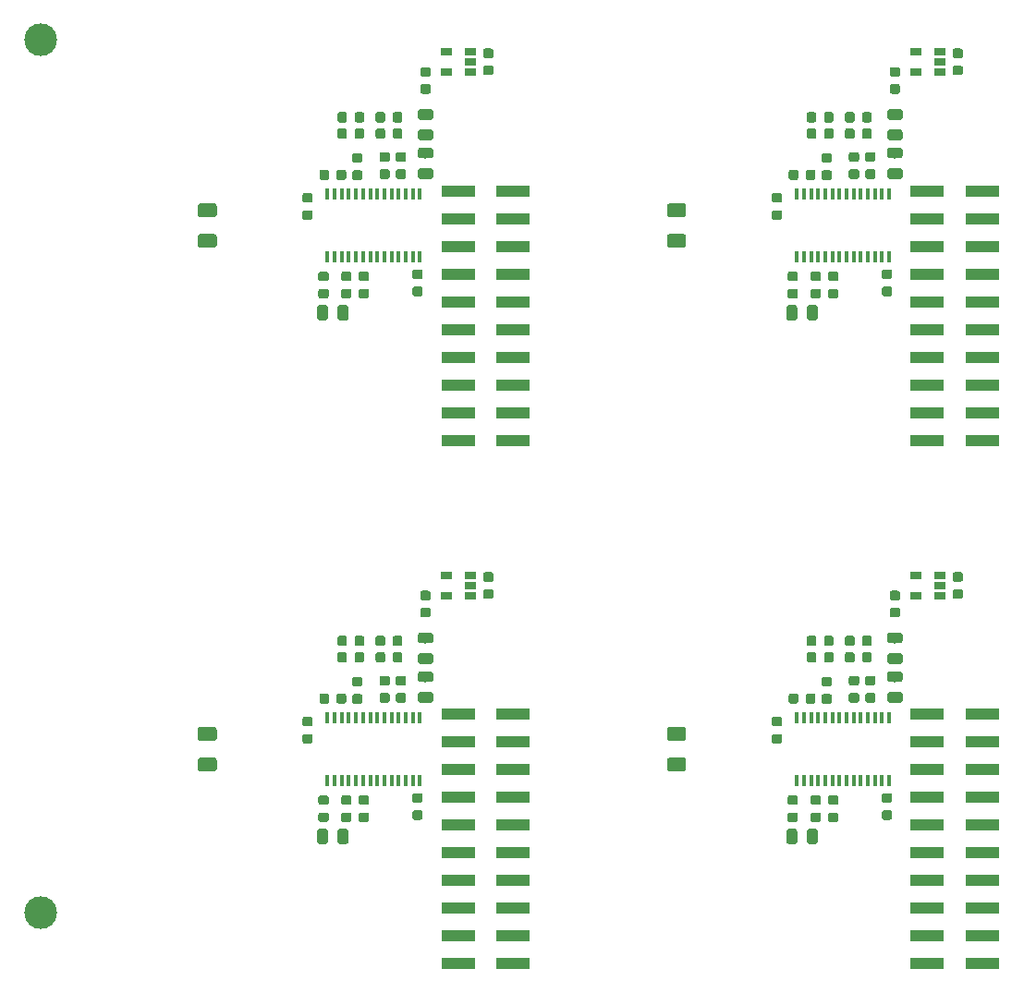
<source format=gbp>
G04 #@! TF.GenerationSoftware,KiCad,Pcbnew,5.1.0*
G04 #@! TF.CreationDate,2019-04-12T15:20:19+02:00*
G04 #@! TF.ProjectId,output.KXKM_audio_board_for_ESP32_PANEL,6f757470-7574-42e4-9b58-4b4d5f617564,1.0*
G04 #@! TF.SameCoordinates,PX5f5e100PY8f0d180*
G04 #@! TF.FileFunction,Paste,Bot*
G04 #@! TF.FilePolarity,Positive*
%FSLAX46Y46*%
G04 Gerber Fmt 4.6, Leading zero omitted, Abs format (unit mm)*
G04 Created by KiCad (PCBNEW 5.1.0) date 2019-04-12 15:20:19*
%MOMM*%
%LPD*%
G04 APERTURE LIST*
%ADD10C,0.100000*%
%ADD11C,1.250000*%
%ADD12C,0.875000*%
%ADD13C,0.975000*%
%ADD14R,3.150000X1.000000*%
%ADD15R,0.400000X1.100000*%
%ADD16R,1.060000X0.650000*%
%ADD17C,3.000000*%
G04 APERTURE END LIST*
D10*
G36*
X61399504Y76723796D02*
G01*
X61423773Y76720196D01*
X61447571Y76714235D01*
X61470671Y76705970D01*
X61492849Y76695480D01*
X61513893Y76682867D01*
X61533598Y76668253D01*
X61551777Y76651777D01*
X61568253Y76633598D01*
X61582867Y76613893D01*
X61595480Y76592849D01*
X61605970Y76570671D01*
X61614235Y76547571D01*
X61620196Y76523773D01*
X61623796Y76499504D01*
X61625000Y76475000D01*
X61625000Y75725000D01*
X61623796Y75700496D01*
X61620196Y75676227D01*
X61614235Y75652429D01*
X61605970Y75629329D01*
X61595480Y75607151D01*
X61582867Y75586107D01*
X61568253Y75566402D01*
X61551777Y75548223D01*
X61533598Y75531747D01*
X61513893Y75517133D01*
X61492849Y75504520D01*
X61470671Y75494030D01*
X61447571Y75485765D01*
X61423773Y75479804D01*
X61399504Y75476204D01*
X61375000Y75475000D01*
X60125000Y75475000D01*
X60100496Y75476204D01*
X60076227Y75479804D01*
X60052429Y75485765D01*
X60029329Y75494030D01*
X60007151Y75504520D01*
X59986107Y75517133D01*
X59966402Y75531747D01*
X59948223Y75548223D01*
X59931747Y75566402D01*
X59917133Y75586107D01*
X59904520Y75607151D01*
X59894030Y75629329D01*
X59885765Y75652429D01*
X59879804Y75676227D01*
X59876204Y75700496D01*
X59875000Y75725000D01*
X59875000Y76475000D01*
X59876204Y76499504D01*
X59879804Y76523773D01*
X59885765Y76547571D01*
X59894030Y76570671D01*
X59904520Y76592849D01*
X59917133Y76613893D01*
X59931747Y76633598D01*
X59948223Y76651777D01*
X59966402Y76668253D01*
X59986107Y76682867D01*
X60007151Y76695480D01*
X60029329Y76705970D01*
X60052429Y76714235D01*
X60076227Y76720196D01*
X60100496Y76723796D01*
X60125000Y76725000D01*
X61375000Y76725000D01*
X61399504Y76723796D01*
X61399504Y76723796D01*
G37*
D11*
X60750000Y76100000D03*
D10*
G36*
X61399504Y79523796D02*
G01*
X61423773Y79520196D01*
X61447571Y79514235D01*
X61470671Y79505970D01*
X61492849Y79495480D01*
X61513893Y79482867D01*
X61533598Y79468253D01*
X61551777Y79451777D01*
X61568253Y79433598D01*
X61582867Y79413893D01*
X61595480Y79392849D01*
X61605970Y79370671D01*
X61614235Y79347571D01*
X61620196Y79323773D01*
X61623796Y79299504D01*
X61625000Y79275000D01*
X61625000Y78525000D01*
X61623796Y78500496D01*
X61620196Y78476227D01*
X61614235Y78452429D01*
X61605970Y78429329D01*
X61595480Y78407151D01*
X61582867Y78386107D01*
X61568253Y78366402D01*
X61551777Y78348223D01*
X61533598Y78331747D01*
X61513893Y78317133D01*
X61492849Y78304520D01*
X61470671Y78294030D01*
X61447571Y78285765D01*
X61423773Y78279804D01*
X61399504Y78276204D01*
X61375000Y78275000D01*
X60125000Y78275000D01*
X60100496Y78276204D01*
X60076227Y78279804D01*
X60052429Y78285765D01*
X60029329Y78294030D01*
X60007151Y78304520D01*
X59986107Y78317133D01*
X59966402Y78331747D01*
X59948223Y78348223D01*
X59931747Y78366402D01*
X59917133Y78386107D01*
X59904520Y78407151D01*
X59894030Y78429329D01*
X59885765Y78452429D01*
X59879804Y78476227D01*
X59876204Y78500496D01*
X59875000Y78525000D01*
X59875000Y79275000D01*
X59876204Y79299504D01*
X59879804Y79323773D01*
X59885765Y79347571D01*
X59894030Y79370671D01*
X59904520Y79392849D01*
X59917133Y79413893D01*
X59931747Y79433598D01*
X59948223Y79451777D01*
X59966402Y79468253D01*
X59986107Y79482867D01*
X60007151Y79495480D01*
X60029329Y79505970D01*
X60052429Y79514235D01*
X60076227Y79520196D01*
X60100496Y79523796D01*
X60125000Y79525000D01*
X61375000Y79525000D01*
X61399504Y79523796D01*
X61399504Y79523796D01*
G37*
D11*
X60750000Y78900000D03*
D10*
G36*
X73352691Y87893947D02*
G01*
X73373926Y87890797D01*
X73394750Y87885581D01*
X73414962Y87878349D01*
X73434368Y87869170D01*
X73452781Y87858134D01*
X73470024Y87845346D01*
X73485930Y87830930D01*
X73500346Y87815024D01*
X73513134Y87797781D01*
X73524170Y87779368D01*
X73533349Y87759962D01*
X73540581Y87739750D01*
X73545797Y87718926D01*
X73548947Y87697691D01*
X73550000Y87676250D01*
X73550000Y87163750D01*
X73548947Y87142309D01*
X73545797Y87121074D01*
X73540581Y87100250D01*
X73533349Y87080038D01*
X73524170Y87060632D01*
X73513134Y87042219D01*
X73500346Y87024976D01*
X73485930Y87009070D01*
X73470024Y86994654D01*
X73452781Y86981866D01*
X73434368Y86970830D01*
X73414962Y86961651D01*
X73394750Y86954419D01*
X73373926Y86949203D01*
X73352691Y86946053D01*
X73331250Y86945000D01*
X72893750Y86945000D01*
X72872309Y86946053D01*
X72851074Y86949203D01*
X72830250Y86954419D01*
X72810038Y86961651D01*
X72790632Y86970830D01*
X72772219Y86981866D01*
X72754976Y86994654D01*
X72739070Y87009070D01*
X72724654Y87024976D01*
X72711866Y87042219D01*
X72700830Y87060632D01*
X72691651Y87080038D01*
X72684419Y87100250D01*
X72679203Y87121074D01*
X72676053Y87142309D01*
X72675000Y87163750D01*
X72675000Y87676250D01*
X72676053Y87697691D01*
X72679203Y87718926D01*
X72684419Y87739750D01*
X72691651Y87759962D01*
X72700830Y87779368D01*
X72711866Y87797781D01*
X72724654Y87815024D01*
X72739070Y87830930D01*
X72754976Y87845346D01*
X72772219Y87858134D01*
X72790632Y87869170D01*
X72810038Y87878349D01*
X72830250Y87885581D01*
X72851074Y87890797D01*
X72872309Y87893947D01*
X72893750Y87895000D01*
X73331250Y87895000D01*
X73352691Y87893947D01*
X73352691Y87893947D01*
G37*
D12*
X73112500Y87420000D03*
D10*
G36*
X74927691Y87893947D02*
G01*
X74948926Y87890797D01*
X74969750Y87885581D01*
X74989962Y87878349D01*
X75009368Y87869170D01*
X75027781Y87858134D01*
X75045024Y87845346D01*
X75060930Y87830930D01*
X75075346Y87815024D01*
X75088134Y87797781D01*
X75099170Y87779368D01*
X75108349Y87759962D01*
X75115581Y87739750D01*
X75120797Y87718926D01*
X75123947Y87697691D01*
X75125000Y87676250D01*
X75125000Y87163750D01*
X75123947Y87142309D01*
X75120797Y87121074D01*
X75115581Y87100250D01*
X75108349Y87080038D01*
X75099170Y87060632D01*
X75088134Y87042219D01*
X75075346Y87024976D01*
X75060930Y87009070D01*
X75045024Y86994654D01*
X75027781Y86981866D01*
X75009368Y86970830D01*
X74989962Y86961651D01*
X74969750Y86954419D01*
X74948926Y86949203D01*
X74927691Y86946053D01*
X74906250Y86945000D01*
X74468750Y86945000D01*
X74447309Y86946053D01*
X74426074Y86949203D01*
X74405250Y86954419D01*
X74385038Y86961651D01*
X74365632Y86970830D01*
X74347219Y86981866D01*
X74329976Y86994654D01*
X74314070Y87009070D01*
X74299654Y87024976D01*
X74286866Y87042219D01*
X74275830Y87060632D01*
X74266651Y87080038D01*
X74259419Y87100250D01*
X74254203Y87121074D01*
X74251053Y87142309D01*
X74250000Y87163750D01*
X74250000Y87676250D01*
X74251053Y87697691D01*
X74254203Y87718926D01*
X74259419Y87739750D01*
X74266651Y87759962D01*
X74275830Y87779368D01*
X74286866Y87797781D01*
X74299654Y87815024D01*
X74314070Y87830930D01*
X74329976Y87845346D01*
X74347219Y87858134D01*
X74365632Y87869170D01*
X74385038Y87878349D01*
X74405250Y87885581D01*
X74426074Y87890797D01*
X74447309Y87893947D01*
X74468750Y87895000D01*
X74906250Y87895000D01*
X74927691Y87893947D01*
X74927691Y87893947D01*
G37*
D12*
X74687500Y87420000D03*
D10*
G36*
X78427691Y87893947D02*
G01*
X78448926Y87890797D01*
X78469750Y87885581D01*
X78489962Y87878349D01*
X78509368Y87869170D01*
X78527781Y87858134D01*
X78545024Y87845346D01*
X78560930Y87830930D01*
X78575346Y87815024D01*
X78588134Y87797781D01*
X78599170Y87779368D01*
X78608349Y87759962D01*
X78615581Y87739750D01*
X78620797Y87718926D01*
X78623947Y87697691D01*
X78625000Y87676250D01*
X78625000Y87163750D01*
X78623947Y87142309D01*
X78620797Y87121074D01*
X78615581Y87100250D01*
X78608349Y87080038D01*
X78599170Y87060632D01*
X78588134Y87042219D01*
X78575346Y87024976D01*
X78560930Y87009070D01*
X78545024Y86994654D01*
X78527781Y86981866D01*
X78509368Y86970830D01*
X78489962Y86961651D01*
X78469750Y86954419D01*
X78448926Y86949203D01*
X78427691Y86946053D01*
X78406250Y86945000D01*
X77968750Y86945000D01*
X77947309Y86946053D01*
X77926074Y86949203D01*
X77905250Y86954419D01*
X77885038Y86961651D01*
X77865632Y86970830D01*
X77847219Y86981866D01*
X77829976Y86994654D01*
X77814070Y87009070D01*
X77799654Y87024976D01*
X77786866Y87042219D01*
X77775830Y87060632D01*
X77766651Y87080038D01*
X77759419Y87100250D01*
X77754203Y87121074D01*
X77751053Y87142309D01*
X77750000Y87163750D01*
X77750000Y87676250D01*
X77751053Y87697691D01*
X77754203Y87718926D01*
X77759419Y87739750D01*
X77766651Y87759962D01*
X77775830Y87779368D01*
X77786866Y87797781D01*
X77799654Y87815024D01*
X77814070Y87830930D01*
X77829976Y87845346D01*
X77847219Y87858134D01*
X77865632Y87869170D01*
X77885038Y87878349D01*
X77905250Y87885581D01*
X77926074Y87890797D01*
X77947309Y87893947D01*
X77968750Y87895000D01*
X78406250Y87895000D01*
X78427691Y87893947D01*
X78427691Y87893947D01*
G37*
D12*
X78187500Y87420000D03*
D10*
G36*
X76852691Y87893947D02*
G01*
X76873926Y87890797D01*
X76894750Y87885581D01*
X76914962Y87878349D01*
X76934368Y87869170D01*
X76952781Y87858134D01*
X76970024Y87845346D01*
X76985930Y87830930D01*
X77000346Y87815024D01*
X77013134Y87797781D01*
X77024170Y87779368D01*
X77033349Y87759962D01*
X77040581Y87739750D01*
X77045797Y87718926D01*
X77048947Y87697691D01*
X77050000Y87676250D01*
X77050000Y87163750D01*
X77048947Y87142309D01*
X77045797Y87121074D01*
X77040581Y87100250D01*
X77033349Y87080038D01*
X77024170Y87060632D01*
X77013134Y87042219D01*
X77000346Y87024976D01*
X76985930Y87009070D01*
X76970024Y86994654D01*
X76952781Y86981866D01*
X76934368Y86970830D01*
X76914962Y86961651D01*
X76894750Y86954419D01*
X76873926Y86949203D01*
X76852691Y86946053D01*
X76831250Y86945000D01*
X76393750Y86945000D01*
X76372309Y86946053D01*
X76351074Y86949203D01*
X76330250Y86954419D01*
X76310038Y86961651D01*
X76290632Y86970830D01*
X76272219Y86981866D01*
X76254976Y86994654D01*
X76239070Y87009070D01*
X76224654Y87024976D01*
X76211866Y87042219D01*
X76200830Y87060632D01*
X76191651Y87080038D01*
X76184419Y87100250D01*
X76179203Y87121074D01*
X76176053Y87142309D01*
X76175000Y87163750D01*
X76175000Y87676250D01*
X76176053Y87697691D01*
X76179203Y87718926D01*
X76184419Y87739750D01*
X76191651Y87759962D01*
X76200830Y87779368D01*
X76211866Y87797781D01*
X76224654Y87815024D01*
X76239070Y87830930D01*
X76254976Y87845346D01*
X76272219Y87858134D01*
X76290632Y87869170D01*
X76310038Y87878349D01*
X76330250Y87885581D01*
X76351074Y87890797D01*
X76372309Y87893947D01*
X76393750Y87895000D01*
X76831250Y87895000D01*
X76852691Y87893947D01*
X76852691Y87893947D01*
G37*
D12*
X76612500Y87420000D03*
D10*
G36*
X71580142Y70198826D02*
G01*
X71603803Y70195316D01*
X71627007Y70189504D01*
X71649529Y70181446D01*
X71671153Y70171218D01*
X71691670Y70158921D01*
X71710883Y70144671D01*
X71728607Y70128607D01*
X71744671Y70110883D01*
X71758921Y70091670D01*
X71771218Y70071153D01*
X71781446Y70049529D01*
X71789504Y70027007D01*
X71795316Y70003803D01*
X71798826Y69980142D01*
X71800000Y69956250D01*
X71800000Y69043750D01*
X71798826Y69019858D01*
X71795316Y68996197D01*
X71789504Y68972993D01*
X71781446Y68950471D01*
X71771218Y68928847D01*
X71758921Y68908330D01*
X71744671Y68889117D01*
X71728607Y68871393D01*
X71710883Y68855329D01*
X71691670Y68841079D01*
X71671153Y68828782D01*
X71649529Y68818554D01*
X71627007Y68810496D01*
X71603803Y68804684D01*
X71580142Y68801174D01*
X71556250Y68800000D01*
X71068750Y68800000D01*
X71044858Y68801174D01*
X71021197Y68804684D01*
X70997993Y68810496D01*
X70975471Y68818554D01*
X70953847Y68828782D01*
X70933330Y68841079D01*
X70914117Y68855329D01*
X70896393Y68871393D01*
X70880329Y68889117D01*
X70866079Y68908330D01*
X70853782Y68928847D01*
X70843554Y68950471D01*
X70835496Y68972993D01*
X70829684Y68996197D01*
X70826174Y69019858D01*
X70825000Y69043750D01*
X70825000Y69956250D01*
X70826174Y69980142D01*
X70829684Y70003803D01*
X70835496Y70027007D01*
X70843554Y70049529D01*
X70853782Y70071153D01*
X70866079Y70091670D01*
X70880329Y70110883D01*
X70896393Y70128607D01*
X70914117Y70144671D01*
X70933330Y70158921D01*
X70953847Y70171218D01*
X70975471Y70181446D01*
X70997993Y70189504D01*
X71021197Y70195316D01*
X71044858Y70198826D01*
X71068750Y70200000D01*
X71556250Y70200000D01*
X71580142Y70198826D01*
X71580142Y70198826D01*
G37*
D13*
X71312500Y69500000D03*
D10*
G36*
X73455142Y70198826D02*
G01*
X73478803Y70195316D01*
X73502007Y70189504D01*
X73524529Y70181446D01*
X73546153Y70171218D01*
X73566670Y70158921D01*
X73585883Y70144671D01*
X73603607Y70128607D01*
X73619671Y70110883D01*
X73633921Y70091670D01*
X73646218Y70071153D01*
X73656446Y70049529D01*
X73664504Y70027007D01*
X73670316Y70003803D01*
X73673826Y69980142D01*
X73675000Y69956250D01*
X73675000Y69043750D01*
X73673826Y69019858D01*
X73670316Y68996197D01*
X73664504Y68972993D01*
X73656446Y68950471D01*
X73646218Y68928847D01*
X73633921Y68908330D01*
X73619671Y68889117D01*
X73603607Y68871393D01*
X73585883Y68855329D01*
X73566670Y68841079D01*
X73546153Y68828782D01*
X73524529Y68818554D01*
X73502007Y68810496D01*
X73478803Y68804684D01*
X73455142Y68801174D01*
X73431250Y68800000D01*
X72943750Y68800000D01*
X72919858Y68801174D01*
X72896197Y68804684D01*
X72872993Y68810496D01*
X72850471Y68818554D01*
X72828847Y68828782D01*
X72808330Y68841079D01*
X72789117Y68855329D01*
X72771393Y68871393D01*
X72755329Y68889117D01*
X72741079Y68908330D01*
X72728782Y68928847D01*
X72718554Y68950471D01*
X72710496Y68972993D01*
X72704684Y68996197D01*
X72701174Y69019858D01*
X72700000Y69043750D01*
X72700000Y69956250D01*
X72701174Y69980142D01*
X72704684Y70003803D01*
X72710496Y70027007D01*
X72718554Y70049529D01*
X72728782Y70071153D01*
X72741079Y70091670D01*
X72755329Y70110883D01*
X72771393Y70128607D01*
X72789117Y70144671D01*
X72808330Y70158921D01*
X72828847Y70171218D01*
X72850471Y70181446D01*
X72872993Y70189504D01*
X72896197Y70195316D01*
X72919858Y70198826D01*
X72943750Y70200000D01*
X73431250Y70200000D01*
X73455142Y70198826D01*
X73455142Y70198826D01*
G37*
D13*
X73187500Y69500000D03*
D10*
G36*
X81230142Y84623826D02*
G01*
X81253803Y84620316D01*
X81277007Y84614504D01*
X81299529Y84606446D01*
X81321153Y84596218D01*
X81341670Y84583921D01*
X81360883Y84569671D01*
X81378607Y84553607D01*
X81394671Y84535883D01*
X81408921Y84516670D01*
X81421218Y84496153D01*
X81431446Y84474529D01*
X81439504Y84452007D01*
X81445316Y84428803D01*
X81448826Y84405142D01*
X81450000Y84381250D01*
X81450000Y83893750D01*
X81448826Y83869858D01*
X81445316Y83846197D01*
X81439504Y83822993D01*
X81431446Y83800471D01*
X81421218Y83778847D01*
X81408921Y83758330D01*
X81394671Y83739117D01*
X81378607Y83721393D01*
X81360883Y83705329D01*
X81341670Y83691079D01*
X81321153Y83678782D01*
X81299529Y83668554D01*
X81277007Y83660496D01*
X81253803Y83654684D01*
X81230142Y83651174D01*
X81206250Y83650000D01*
X80293750Y83650000D01*
X80269858Y83651174D01*
X80246197Y83654684D01*
X80222993Y83660496D01*
X80200471Y83668554D01*
X80178847Y83678782D01*
X80158330Y83691079D01*
X80139117Y83705329D01*
X80121393Y83721393D01*
X80105329Y83739117D01*
X80091079Y83758330D01*
X80078782Y83778847D01*
X80068554Y83800471D01*
X80060496Y83822993D01*
X80054684Y83846197D01*
X80051174Y83869858D01*
X80050000Y83893750D01*
X80050000Y84381250D01*
X80051174Y84405142D01*
X80054684Y84428803D01*
X80060496Y84452007D01*
X80068554Y84474529D01*
X80078782Y84496153D01*
X80091079Y84516670D01*
X80105329Y84535883D01*
X80121393Y84553607D01*
X80139117Y84569671D01*
X80158330Y84583921D01*
X80178847Y84596218D01*
X80200471Y84606446D01*
X80222993Y84614504D01*
X80246197Y84620316D01*
X80269858Y84623826D01*
X80293750Y84625000D01*
X81206250Y84625000D01*
X81230142Y84623826D01*
X81230142Y84623826D01*
G37*
D13*
X80750000Y84137500D03*
D10*
G36*
X81230142Y82748826D02*
G01*
X81253803Y82745316D01*
X81277007Y82739504D01*
X81299529Y82731446D01*
X81321153Y82721218D01*
X81341670Y82708921D01*
X81360883Y82694671D01*
X81378607Y82678607D01*
X81394671Y82660883D01*
X81408921Y82641670D01*
X81421218Y82621153D01*
X81431446Y82599529D01*
X81439504Y82577007D01*
X81445316Y82553803D01*
X81448826Y82530142D01*
X81450000Y82506250D01*
X81450000Y82018750D01*
X81448826Y81994858D01*
X81445316Y81971197D01*
X81439504Y81947993D01*
X81431446Y81925471D01*
X81421218Y81903847D01*
X81408921Y81883330D01*
X81394671Y81864117D01*
X81378607Y81846393D01*
X81360883Y81830329D01*
X81341670Y81816079D01*
X81321153Y81803782D01*
X81299529Y81793554D01*
X81277007Y81785496D01*
X81253803Y81779684D01*
X81230142Y81776174D01*
X81206250Y81775000D01*
X80293750Y81775000D01*
X80269858Y81776174D01*
X80246197Y81779684D01*
X80222993Y81785496D01*
X80200471Y81793554D01*
X80178847Y81803782D01*
X80158330Y81816079D01*
X80139117Y81830329D01*
X80121393Y81846393D01*
X80105329Y81864117D01*
X80091079Y81883330D01*
X80078782Y81903847D01*
X80068554Y81925471D01*
X80060496Y81947993D01*
X80054684Y81971197D01*
X80051174Y81994858D01*
X80050000Y82018750D01*
X80050000Y82506250D01*
X80051174Y82530142D01*
X80054684Y82553803D01*
X80060496Y82577007D01*
X80068554Y82599529D01*
X80078782Y82621153D01*
X80091079Y82641670D01*
X80105329Y82660883D01*
X80121393Y82678607D01*
X80139117Y82694671D01*
X80158330Y82708921D01*
X80178847Y82721218D01*
X80200471Y82731446D01*
X80222993Y82739504D01*
X80246197Y82745316D01*
X80269858Y82748826D01*
X80293750Y82750000D01*
X81206250Y82750000D01*
X81230142Y82748826D01*
X81230142Y82748826D01*
G37*
D13*
X80750000Y82262500D03*
D14*
X83725000Y57820000D03*
X88775000Y57820000D03*
X83725000Y60360000D03*
X88775000Y60360000D03*
X83725000Y62900000D03*
X88775000Y62900000D03*
X83725000Y65440000D03*
X88775000Y65440000D03*
X83725000Y67980000D03*
X88775000Y67980000D03*
X83725000Y70520000D03*
X88775000Y70520000D03*
X83725000Y73060000D03*
X88775000Y73060000D03*
X83725000Y75600000D03*
X88775000Y75600000D03*
X83725000Y78140000D03*
X88775000Y78140000D03*
X83725000Y80680000D03*
X88775000Y80680000D03*
D10*
G36*
X81230142Y86298826D02*
G01*
X81253803Y86295316D01*
X81277007Y86289504D01*
X81299529Y86281446D01*
X81321153Y86271218D01*
X81341670Y86258921D01*
X81360883Y86244671D01*
X81378607Y86228607D01*
X81394671Y86210883D01*
X81408921Y86191670D01*
X81421218Y86171153D01*
X81431446Y86149529D01*
X81439504Y86127007D01*
X81445316Y86103803D01*
X81448826Y86080142D01*
X81450000Y86056250D01*
X81450000Y85568750D01*
X81448826Y85544858D01*
X81445316Y85521197D01*
X81439504Y85497993D01*
X81431446Y85475471D01*
X81421218Y85453847D01*
X81408921Y85433330D01*
X81394671Y85414117D01*
X81378607Y85396393D01*
X81360883Y85380329D01*
X81341670Y85366079D01*
X81321153Y85353782D01*
X81299529Y85343554D01*
X81277007Y85335496D01*
X81253803Y85329684D01*
X81230142Y85326174D01*
X81206250Y85325000D01*
X80293750Y85325000D01*
X80269858Y85326174D01*
X80246197Y85329684D01*
X80222993Y85335496D01*
X80200471Y85343554D01*
X80178847Y85353782D01*
X80158330Y85366079D01*
X80139117Y85380329D01*
X80121393Y85396393D01*
X80105329Y85414117D01*
X80091079Y85433330D01*
X80078782Y85453847D01*
X80068554Y85475471D01*
X80060496Y85497993D01*
X80054684Y85521197D01*
X80051174Y85544858D01*
X80050000Y85568750D01*
X80050000Y86056250D01*
X80051174Y86080142D01*
X80054684Y86103803D01*
X80060496Y86127007D01*
X80068554Y86149529D01*
X80078782Y86171153D01*
X80091079Y86191670D01*
X80105329Y86210883D01*
X80121393Y86228607D01*
X80139117Y86244671D01*
X80158330Y86258921D01*
X80178847Y86271218D01*
X80200471Y86281446D01*
X80222993Y86289504D01*
X80246197Y86295316D01*
X80269858Y86298826D01*
X80293750Y86300000D01*
X81206250Y86300000D01*
X81230142Y86298826D01*
X81230142Y86298826D01*
G37*
D13*
X80750000Y85812500D03*
D10*
G36*
X81230142Y88173826D02*
G01*
X81253803Y88170316D01*
X81277007Y88164504D01*
X81299529Y88156446D01*
X81321153Y88146218D01*
X81341670Y88133921D01*
X81360883Y88119671D01*
X81378607Y88103607D01*
X81394671Y88085883D01*
X81408921Y88066670D01*
X81421218Y88046153D01*
X81431446Y88024529D01*
X81439504Y88002007D01*
X81445316Y87978803D01*
X81448826Y87955142D01*
X81450000Y87931250D01*
X81450000Y87443750D01*
X81448826Y87419858D01*
X81445316Y87396197D01*
X81439504Y87372993D01*
X81431446Y87350471D01*
X81421218Y87328847D01*
X81408921Y87308330D01*
X81394671Y87289117D01*
X81378607Y87271393D01*
X81360883Y87255329D01*
X81341670Y87241079D01*
X81321153Y87228782D01*
X81299529Y87218554D01*
X81277007Y87210496D01*
X81253803Y87204684D01*
X81230142Y87201174D01*
X81206250Y87200000D01*
X80293750Y87200000D01*
X80269858Y87201174D01*
X80246197Y87204684D01*
X80222993Y87210496D01*
X80200471Y87218554D01*
X80178847Y87228782D01*
X80158330Y87241079D01*
X80139117Y87255329D01*
X80121393Y87271393D01*
X80105329Y87289117D01*
X80091079Y87308330D01*
X80078782Y87328847D01*
X80068554Y87350471D01*
X80060496Y87372993D01*
X80054684Y87396197D01*
X80051174Y87419858D01*
X80050000Y87443750D01*
X80050000Y87931250D01*
X80051174Y87955142D01*
X80054684Y87978803D01*
X80060496Y88002007D01*
X80068554Y88024529D01*
X80078782Y88046153D01*
X80091079Y88066670D01*
X80105329Y88085883D01*
X80121393Y88103607D01*
X80139117Y88119671D01*
X80158330Y88133921D01*
X80178847Y88146218D01*
X80200471Y88156446D01*
X80222993Y88164504D01*
X80246197Y88170316D01*
X80269858Y88173826D01*
X80293750Y88175000D01*
X81206250Y88175000D01*
X81230142Y88173826D01*
X81230142Y88173826D01*
G37*
D13*
X80750000Y87687500D03*
D10*
G36*
X71677691Y73273947D02*
G01*
X71698926Y73270797D01*
X71719750Y73265581D01*
X71739962Y73258349D01*
X71759368Y73249170D01*
X71777781Y73238134D01*
X71795024Y73225346D01*
X71810930Y73210930D01*
X71825346Y73195024D01*
X71838134Y73177781D01*
X71849170Y73159368D01*
X71858349Y73139962D01*
X71865581Y73119750D01*
X71870797Y73098926D01*
X71873947Y73077691D01*
X71875000Y73056250D01*
X71875000Y72618750D01*
X71873947Y72597309D01*
X71870797Y72576074D01*
X71865581Y72555250D01*
X71858349Y72535038D01*
X71849170Y72515632D01*
X71838134Y72497219D01*
X71825346Y72479976D01*
X71810930Y72464070D01*
X71795024Y72449654D01*
X71777781Y72436866D01*
X71759368Y72425830D01*
X71739962Y72416651D01*
X71719750Y72409419D01*
X71698926Y72404203D01*
X71677691Y72401053D01*
X71656250Y72400000D01*
X71143750Y72400000D01*
X71122309Y72401053D01*
X71101074Y72404203D01*
X71080250Y72409419D01*
X71060038Y72416651D01*
X71040632Y72425830D01*
X71022219Y72436866D01*
X71004976Y72449654D01*
X70989070Y72464070D01*
X70974654Y72479976D01*
X70961866Y72497219D01*
X70950830Y72515632D01*
X70941651Y72535038D01*
X70934419Y72555250D01*
X70929203Y72576074D01*
X70926053Y72597309D01*
X70925000Y72618750D01*
X70925000Y73056250D01*
X70926053Y73077691D01*
X70929203Y73098926D01*
X70934419Y73119750D01*
X70941651Y73139962D01*
X70950830Y73159368D01*
X70961866Y73177781D01*
X70974654Y73195024D01*
X70989070Y73210930D01*
X71004976Y73225346D01*
X71022219Y73238134D01*
X71040632Y73249170D01*
X71060038Y73258349D01*
X71080250Y73265581D01*
X71101074Y73270797D01*
X71122309Y73273947D01*
X71143750Y73275000D01*
X71656250Y73275000D01*
X71677691Y73273947D01*
X71677691Y73273947D01*
G37*
D12*
X71400000Y72837500D03*
D10*
G36*
X71677691Y71698947D02*
G01*
X71698926Y71695797D01*
X71719750Y71690581D01*
X71739962Y71683349D01*
X71759368Y71674170D01*
X71777781Y71663134D01*
X71795024Y71650346D01*
X71810930Y71635930D01*
X71825346Y71620024D01*
X71838134Y71602781D01*
X71849170Y71584368D01*
X71858349Y71564962D01*
X71865581Y71544750D01*
X71870797Y71523926D01*
X71873947Y71502691D01*
X71875000Y71481250D01*
X71875000Y71043750D01*
X71873947Y71022309D01*
X71870797Y71001074D01*
X71865581Y70980250D01*
X71858349Y70960038D01*
X71849170Y70940632D01*
X71838134Y70922219D01*
X71825346Y70904976D01*
X71810930Y70889070D01*
X71795024Y70874654D01*
X71777781Y70861866D01*
X71759368Y70850830D01*
X71739962Y70841651D01*
X71719750Y70834419D01*
X71698926Y70829203D01*
X71677691Y70826053D01*
X71656250Y70825000D01*
X71143750Y70825000D01*
X71122309Y70826053D01*
X71101074Y70829203D01*
X71080250Y70834419D01*
X71060038Y70841651D01*
X71040632Y70850830D01*
X71022219Y70861866D01*
X71004976Y70874654D01*
X70989070Y70889070D01*
X70974654Y70904976D01*
X70961866Y70922219D01*
X70950830Y70940632D01*
X70941651Y70960038D01*
X70934419Y70980250D01*
X70929203Y71001074D01*
X70926053Y71022309D01*
X70925000Y71043750D01*
X70925000Y71481250D01*
X70926053Y71502691D01*
X70929203Y71523926D01*
X70934419Y71544750D01*
X70941651Y71564962D01*
X70950830Y71584368D01*
X70961866Y71602781D01*
X70974654Y71620024D01*
X70989070Y71635930D01*
X71004976Y71650346D01*
X71022219Y71663134D01*
X71040632Y71674170D01*
X71060038Y71683349D01*
X71080250Y71690581D01*
X71101074Y71695797D01*
X71122309Y71698947D01*
X71143750Y71700000D01*
X71656250Y71700000D01*
X71677691Y71698947D01*
X71677691Y71698947D01*
G37*
D12*
X71400000Y71262500D03*
D10*
G36*
X75377691Y73273947D02*
G01*
X75398926Y73270797D01*
X75419750Y73265581D01*
X75439962Y73258349D01*
X75459368Y73249170D01*
X75477781Y73238134D01*
X75495024Y73225346D01*
X75510930Y73210930D01*
X75525346Y73195024D01*
X75538134Y73177781D01*
X75549170Y73159368D01*
X75558349Y73139962D01*
X75565581Y73119750D01*
X75570797Y73098926D01*
X75573947Y73077691D01*
X75575000Y73056250D01*
X75575000Y72618750D01*
X75573947Y72597309D01*
X75570797Y72576074D01*
X75565581Y72555250D01*
X75558349Y72535038D01*
X75549170Y72515632D01*
X75538134Y72497219D01*
X75525346Y72479976D01*
X75510930Y72464070D01*
X75495024Y72449654D01*
X75477781Y72436866D01*
X75459368Y72425830D01*
X75439962Y72416651D01*
X75419750Y72409419D01*
X75398926Y72404203D01*
X75377691Y72401053D01*
X75356250Y72400000D01*
X74843750Y72400000D01*
X74822309Y72401053D01*
X74801074Y72404203D01*
X74780250Y72409419D01*
X74760038Y72416651D01*
X74740632Y72425830D01*
X74722219Y72436866D01*
X74704976Y72449654D01*
X74689070Y72464070D01*
X74674654Y72479976D01*
X74661866Y72497219D01*
X74650830Y72515632D01*
X74641651Y72535038D01*
X74634419Y72555250D01*
X74629203Y72576074D01*
X74626053Y72597309D01*
X74625000Y72618750D01*
X74625000Y73056250D01*
X74626053Y73077691D01*
X74629203Y73098926D01*
X74634419Y73119750D01*
X74641651Y73139962D01*
X74650830Y73159368D01*
X74661866Y73177781D01*
X74674654Y73195024D01*
X74689070Y73210930D01*
X74704976Y73225346D01*
X74722219Y73238134D01*
X74740632Y73249170D01*
X74760038Y73258349D01*
X74780250Y73265581D01*
X74801074Y73270797D01*
X74822309Y73273947D01*
X74843750Y73275000D01*
X75356250Y73275000D01*
X75377691Y73273947D01*
X75377691Y73273947D01*
G37*
D12*
X75100000Y72837500D03*
D10*
G36*
X75377691Y71698947D02*
G01*
X75398926Y71695797D01*
X75419750Y71690581D01*
X75439962Y71683349D01*
X75459368Y71674170D01*
X75477781Y71663134D01*
X75495024Y71650346D01*
X75510930Y71635930D01*
X75525346Y71620024D01*
X75538134Y71602781D01*
X75549170Y71584368D01*
X75558349Y71564962D01*
X75565581Y71544750D01*
X75570797Y71523926D01*
X75573947Y71502691D01*
X75575000Y71481250D01*
X75575000Y71043750D01*
X75573947Y71022309D01*
X75570797Y71001074D01*
X75565581Y70980250D01*
X75558349Y70960038D01*
X75549170Y70940632D01*
X75538134Y70922219D01*
X75525346Y70904976D01*
X75510930Y70889070D01*
X75495024Y70874654D01*
X75477781Y70861866D01*
X75459368Y70850830D01*
X75439962Y70841651D01*
X75419750Y70834419D01*
X75398926Y70829203D01*
X75377691Y70826053D01*
X75356250Y70825000D01*
X74843750Y70825000D01*
X74822309Y70826053D01*
X74801074Y70829203D01*
X74780250Y70834419D01*
X74760038Y70841651D01*
X74740632Y70850830D01*
X74722219Y70861866D01*
X74704976Y70874654D01*
X74689070Y70889070D01*
X74674654Y70904976D01*
X74661866Y70922219D01*
X74650830Y70940632D01*
X74641651Y70960038D01*
X74634419Y70980250D01*
X74629203Y71001074D01*
X74626053Y71022309D01*
X74625000Y71043750D01*
X74625000Y71481250D01*
X74626053Y71502691D01*
X74629203Y71523926D01*
X74634419Y71544750D01*
X74641651Y71564962D01*
X74650830Y71584368D01*
X74661866Y71602781D01*
X74674654Y71620024D01*
X74689070Y71635930D01*
X74704976Y71650346D01*
X74722219Y71663134D01*
X74740632Y71674170D01*
X74760038Y71683349D01*
X74780250Y71690581D01*
X74801074Y71695797D01*
X74822309Y71698947D01*
X74843750Y71700000D01*
X75356250Y71700000D01*
X75377691Y71698947D01*
X75377691Y71698947D01*
G37*
D12*
X75100000Y71262500D03*
D15*
X71775000Y80350000D03*
X72425000Y80350000D03*
X73075000Y80350000D03*
X73725000Y80350000D03*
X74375000Y80350000D03*
X75025000Y80350000D03*
X75675000Y80350000D03*
X76325000Y80350000D03*
X76975000Y80350000D03*
X77625000Y80350000D03*
X78275000Y80350000D03*
X78925000Y80350000D03*
X79575000Y80350000D03*
X80225000Y80350000D03*
X80225000Y74650000D03*
X79575000Y74650000D03*
X78925000Y74650000D03*
X78275000Y74650000D03*
X77625000Y74650000D03*
X76975000Y74650000D03*
X76325000Y74650000D03*
X75675000Y74650000D03*
X75025000Y74650000D03*
X74375000Y74650000D03*
X73725000Y74650000D03*
X73075000Y74650000D03*
X72425000Y74650000D03*
X71775000Y74650000D03*
D10*
G36*
X70227691Y80473947D02*
G01*
X70248926Y80470797D01*
X70269750Y80465581D01*
X70289962Y80458349D01*
X70309368Y80449170D01*
X70327781Y80438134D01*
X70345024Y80425346D01*
X70360930Y80410930D01*
X70375346Y80395024D01*
X70388134Y80377781D01*
X70399170Y80359368D01*
X70408349Y80339962D01*
X70415581Y80319750D01*
X70420797Y80298926D01*
X70423947Y80277691D01*
X70425000Y80256250D01*
X70425000Y79818750D01*
X70423947Y79797309D01*
X70420797Y79776074D01*
X70415581Y79755250D01*
X70408349Y79735038D01*
X70399170Y79715632D01*
X70388134Y79697219D01*
X70375346Y79679976D01*
X70360930Y79664070D01*
X70345024Y79649654D01*
X70327781Y79636866D01*
X70309368Y79625830D01*
X70289962Y79616651D01*
X70269750Y79609419D01*
X70248926Y79604203D01*
X70227691Y79601053D01*
X70206250Y79600000D01*
X69693750Y79600000D01*
X69672309Y79601053D01*
X69651074Y79604203D01*
X69630250Y79609419D01*
X69610038Y79616651D01*
X69590632Y79625830D01*
X69572219Y79636866D01*
X69554976Y79649654D01*
X69539070Y79664070D01*
X69524654Y79679976D01*
X69511866Y79697219D01*
X69500830Y79715632D01*
X69491651Y79735038D01*
X69484419Y79755250D01*
X69479203Y79776074D01*
X69476053Y79797309D01*
X69475000Y79818750D01*
X69475000Y80256250D01*
X69476053Y80277691D01*
X69479203Y80298926D01*
X69484419Y80319750D01*
X69491651Y80339962D01*
X69500830Y80359368D01*
X69511866Y80377781D01*
X69524654Y80395024D01*
X69539070Y80410930D01*
X69554976Y80425346D01*
X69572219Y80438134D01*
X69590632Y80449170D01*
X69610038Y80458349D01*
X69630250Y80465581D01*
X69651074Y80470797D01*
X69672309Y80473947D01*
X69693750Y80475000D01*
X70206250Y80475000D01*
X70227691Y80473947D01*
X70227691Y80473947D01*
G37*
D12*
X69950000Y80037500D03*
D10*
G36*
X70227691Y78898947D02*
G01*
X70248926Y78895797D01*
X70269750Y78890581D01*
X70289962Y78883349D01*
X70309368Y78874170D01*
X70327781Y78863134D01*
X70345024Y78850346D01*
X70360930Y78835930D01*
X70375346Y78820024D01*
X70388134Y78802781D01*
X70399170Y78784368D01*
X70408349Y78764962D01*
X70415581Y78744750D01*
X70420797Y78723926D01*
X70423947Y78702691D01*
X70425000Y78681250D01*
X70425000Y78243750D01*
X70423947Y78222309D01*
X70420797Y78201074D01*
X70415581Y78180250D01*
X70408349Y78160038D01*
X70399170Y78140632D01*
X70388134Y78122219D01*
X70375346Y78104976D01*
X70360930Y78089070D01*
X70345024Y78074654D01*
X70327781Y78061866D01*
X70309368Y78050830D01*
X70289962Y78041651D01*
X70269750Y78034419D01*
X70248926Y78029203D01*
X70227691Y78026053D01*
X70206250Y78025000D01*
X69693750Y78025000D01*
X69672309Y78026053D01*
X69651074Y78029203D01*
X69630250Y78034419D01*
X69610038Y78041651D01*
X69590632Y78050830D01*
X69572219Y78061866D01*
X69554976Y78074654D01*
X69539070Y78089070D01*
X69524654Y78104976D01*
X69511866Y78122219D01*
X69500830Y78140632D01*
X69491651Y78160038D01*
X69484419Y78180250D01*
X69479203Y78201074D01*
X69476053Y78222309D01*
X69475000Y78243750D01*
X69475000Y78681250D01*
X69476053Y78702691D01*
X69479203Y78723926D01*
X69484419Y78744750D01*
X69491651Y78764962D01*
X69500830Y78784368D01*
X69511866Y78802781D01*
X69524654Y78820024D01*
X69539070Y78835930D01*
X69554976Y78850346D01*
X69572219Y78863134D01*
X69590632Y78874170D01*
X69610038Y78883349D01*
X69630250Y78890581D01*
X69651074Y78895797D01*
X69672309Y78898947D01*
X69693750Y78900000D01*
X70206250Y78900000D01*
X70227691Y78898947D01*
X70227691Y78898947D01*
G37*
D12*
X69950000Y78462500D03*
D10*
G36*
X78777691Y82648947D02*
G01*
X78798926Y82645797D01*
X78819750Y82640581D01*
X78839962Y82633349D01*
X78859368Y82624170D01*
X78877781Y82613134D01*
X78895024Y82600346D01*
X78910930Y82585930D01*
X78925346Y82570024D01*
X78938134Y82552781D01*
X78949170Y82534368D01*
X78958349Y82514962D01*
X78965581Y82494750D01*
X78970797Y82473926D01*
X78973947Y82452691D01*
X78975000Y82431250D01*
X78975000Y81993750D01*
X78973947Y81972309D01*
X78970797Y81951074D01*
X78965581Y81930250D01*
X78958349Y81910038D01*
X78949170Y81890632D01*
X78938134Y81872219D01*
X78925346Y81854976D01*
X78910930Y81839070D01*
X78895024Y81824654D01*
X78877781Y81811866D01*
X78859368Y81800830D01*
X78839962Y81791651D01*
X78819750Y81784419D01*
X78798926Y81779203D01*
X78777691Y81776053D01*
X78756250Y81775000D01*
X78243750Y81775000D01*
X78222309Y81776053D01*
X78201074Y81779203D01*
X78180250Y81784419D01*
X78160038Y81791651D01*
X78140632Y81800830D01*
X78122219Y81811866D01*
X78104976Y81824654D01*
X78089070Y81839070D01*
X78074654Y81854976D01*
X78061866Y81872219D01*
X78050830Y81890632D01*
X78041651Y81910038D01*
X78034419Y81930250D01*
X78029203Y81951074D01*
X78026053Y81972309D01*
X78025000Y81993750D01*
X78025000Y82431250D01*
X78026053Y82452691D01*
X78029203Y82473926D01*
X78034419Y82494750D01*
X78041651Y82514962D01*
X78050830Y82534368D01*
X78061866Y82552781D01*
X78074654Y82570024D01*
X78089070Y82585930D01*
X78104976Y82600346D01*
X78122219Y82613134D01*
X78140632Y82624170D01*
X78160038Y82633349D01*
X78180250Y82640581D01*
X78201074Y82645797D01*
X78222309Y82648947D01*
X78243750Y82650000D01*
X78756250Y82650000D01*
X78777691Y82648947D01*
X78777691Y82648947D01*
G37*
D12*
X78500000Y82212500D03*
D10*
G36*
X78777691Y84223947D02*
G01*
X78798926Y84220797D01*
X78819750Y84215581D01*
X78839962Y84208349D01*
X78859368Y84199170D01*
X78877781Y84188134D01*
X78895024Y84175346D01*
X78910930Y84160930D01*
X78925346Y84145024D01*
X78938134Y84127781D01*
X78949170Y84109368D01*
X78958349Y84089962D01*
X78965581Y84069750D01*
X78970797Y84048926D01*
X78973947Y84027691D01*
X78975000Y84006250D01*
X78975000Y83568750D01*
X78973947Y83547309D01*
X78970797Y83526074D01*
X78965581Y83505250D01*
X78958349Y83485038D01*
X78949170Y83465632D01*
X78938134Y83447219D01*
X78925346Y83429976D01*
X78910930Y83414070D01*
X78895024Y83399654D01*
X78877781Y83386866D01*
X78859368Y83375830D01*
X78839962Y83366651D01*
X78819750Y83359419D01*
X78798926Y83354203D01*
X78777691Y83351053D01*
X78756250Y83350000D01*
X78243750Y83350000D01*
X78222309Y83351053D01*
X78201074Y83354203D01*
X78180250Y83359419D01*
X78160038Y83366651D01*
X78140632Y83375830D01*
X78122219Y83386866D01*
X78104976Y83399654D01*
X78089070Y83414070D01*
X78074654Y83429976D01*
X78061866Y83447219D01*
X78050830Y83465632D01*
X78041651Y83485038D01*
X78034419Y83505250D01*
X78029203Y83526074D01*
X78026053Y83547309D01*
X78025000Y83568750D01*
X78025000Y84006250D01*
X78026053Y84027691D01*
X78029203Y84048926D01*
X78034419Y84069750D01*
X78041651Y84089962D01*
X78050830Y84109368D01*
X78061866Y84127781D01*
X78074654Y84145024D01*
X78089070Y84160930D01*
X78104976Y84175346D01*
X78122219Y84188134D01*
X78140632Y84199170D01*
X78160038Y84208349D01*
X78180250Y84215581D01*
X78201074Y84220797D01*
X78222309Y84223947D01*
X78243750Y84225000D01*
X78756250Y84225000D01*
X78777691Y84223947D01*
X78777691Y84223947D01*
G37*
D12*
X78500000Y83787500D03*
D10*
G36*
X80302691Y73473947D02*
G01*
X80323926Y73470797D01*
X80344750Y73465581D01*
X80364962Y73458349D01*
X80384368Y73449170D01*
X80402781Y73438134D01*
X80420024Y73425346D01*
X80435930Y73410930D01*
X80450346Y73395024D01*
X80463134Y73377781D01*
X80474170Y73359368D01*
X80483349Y73339962D01*
X80490581Y73319750D01*
X80495797Y73298926D01*
X80498947Y73277691D01*
X80500000Y73256250D01*
X80500000Y72818750D01*
X80498947Y72797309D01*
X80495797Y72776074D01*
X80490581Y72755250D01*
X80483349Y72735038D01*
X80474170Y72715632D01*
X80463134Y72697219D01*
X80450346Y72679976D01*
X80435930Y72664070D01*
X80420024Y72649654D01*
X80402781Y72636866D01*
X80384368Y72625830D01*
X80364962Y72616651D01*
X80344750Y72609419D01*
X80323926Y72604203D01*
X80302691Y72601053D01*
X80281250Y72600000D01*
X79768750Y72600000D01*
X79747309Y72601053D01*
X79726074Y72604203D01*
X79705250Y72609419D01*
X79685038Y72616651D01*
X79665632Y72625830D01*
X79647219Y72636866D01*
X79629976Y72649654D01*
X79614070Y72664070D01*
X79599654Y72679976D01*
X79586866Y72697219D01*
X79575830Y72715632D01*
X79566651Y72735038D01*
X79559419Y72755250D01*
X79554203Y72776074D01*
X79551053Y72797309D01*
X79550000Y72818750D01*
X79550000Y73256250D01*
X79551053Y73277691D01*
X79554203Y73298926D01*
X79559419Y73319750D01*
X79566651Y73339962D01*
X79575830Y73359368D01*
X79586866Y73377781D01*
X79599654Y73395024D01*
X79614070Y73410930D01*
X79629976Y73425346D01*
X79647219Y73438134D01*
X79665632Y73449170D01*
X79685038Y73458349D01*
X79705250Y73465581D01*
X79726074Y73470797D01*
X79747309Y73473947D01*
X79768750Y73475000D01*
X80281250Y73475000D01*
X80302691Y73473947D01*
X80302691Y73473947D01*
G37*
D12*
X80025000Y73037500D03*
D10*
G36*
X80302691Y71898947D02*
G01*
X80323926Y71895797D01*
X80344750Y71890581D01*
X80364962Y71883349D01*
X80384368Y71874170D01*
X80402781Y71863134D01*
X80420024Y71850346D01*
X80435930Y71835930D01*
X80450346Y71820024D01*
X80463134Y71802781D01*
X80474170Y71784368D01*
X80483349Y71764962D01*
X80490581Y71744750D01*
X80495797Y71723926D01*
X80498947Y71702691D01*
X80500000Y71681250D01*
X80500000Y71243750D01*
X80498947Y71222309D01*
X80495797Y71201074D01*
X80490581Y71180250D01*
X80483349Y71160038D01*
X80474170Y71140632D01*
X80463134Y71122219D01*
X80450346Y71104976D01*
X80435930Y71089070D01*
X80420024Y71074654D01*
X80402781Y71061866D01*
X80384368Y71050830D01*
X80364962Y71041651D01*
X80344750Y71034419D01*
X80323926Y71029203D01*
X80302691Y71026053D01*
X80281250Y71025000D01*
X79768750Y71025000D01*
X79747309Y71026053D01*
X79726074Y71029203D01*
X79705250Y71034419D01*
X79685038Y71041651D01*
X79665632Y71050830D01*
X79647219Y71061866D01*
X79629976Y71074654D01*
X79614070Y71089070D01*
X79599654Y71104976D01*
X79586866Y71122219D01*
X79575830Y71140632D01*
X79566651Y71160038D01*
X79559419Y71180250D01*
X79554203Y71201074D01*
X79551053Y71222309D01*
X79550000Y71243750D01*
X79550000Y71681250D01*
X79551053Y71702691D01*
X79554203Y71723926D01*
X79559419Y71744750D01*
X79566651Y71764962D01*
X79575830Y71784368D01*
X79586866Y71802781D01*
X79599654Y71820024D01*
X79614070Y71835930D01*
X79629976Y71850346D01*
X79647219Y71863134D01*
X79665632Y71874170D01*
X79685038Y71883349D01*
X79705250Y71890581D01*
X79726074Y71895797D01*
X79747309Y71898947D01*
X79768750Y71900000D01*
X80281250Y71900000D01*
X80302691Y71898947D01*
X80302691Y71898947D01*
G37*
D12*
X80025000Y71462500D03*
D10*
G36*
X74777691Y82548947D02*
G01*
X74798926Y82545797D01*
X74819750Y82540581D01*
X74839962Y82533349D01*
X74859368Y82524170D01*
X74877781Y82513134D01*
X74895024Y82500346D01*
X74910930Y82485930D01*
X74925346Y82470024D01*
X74938134Y82452781D01*
X74949170Y82434368D01*
X74958349Y82414962D01*
X74965581Y82394750D01*
X74970797Y82373926D01*
X74973947Y82352691D01*
X74975000Y82331250D01*
X74975000Y81893750D01*
X74973947Y81872309D01*
X74970797Y81851074D01*
X74965581Y81830250D01*
X74958349Y81810038D01*
X74949170Y81790632D01*
X74938134Y81772219D01*
X74925346Y81754976D01*
X74910930Y81739070D01*
X74895024Y81724654D01*
X74877781Y81711866D01*
X74859368Y81700830D01*
X74839962Y81691651D01*
X74819750Y81684419D01*
X74798926Y81679203D01*
X74777691Y81676053D01*
X74756250Y81675000D01*
X74243750Y81675000D01*
X74222309Y81676053D01*
X74201074Y81679203D01*
X74180250Y81684419D01*
X74160038Y81691651D01*
X74140632Y81700830D01*
X74122219Y81711866D01*
X74104976Y81724654D01*
X74089070Y81739070D01*
X74074654Y81754976D01*
X74061866Y81772219D01*
X74050830Y81790632D01*
X74041651Y81810038D01*
X74034419Y81830250D01*
X74029203Y81851074D01*
X74026053Y81872309D01*
X74025000Y81893750D01*
X74025000Y82331250D01*
X74026053Y82352691D01*
X74029203Y82373926D01*
X74034419Y82394750D01*
X74041651Y82414962D01*
X74050830Y82434368D01*
X74061866Y82452781D01*
X74074654Y82470024D01*
X74089070Y82485930D01*
X74104976Y82500346D01*
X74122219Y82513134D01*
X74140632Y82524170D01*
X74160038Y82533349D01*
X74180250Y82540581D01*
X74201074Y82545797D01*
X74222309Y82548947D01*
X74243750Y82550000D01*
X74756250Y82550000D01*
X74777691Y82548947D01*
X74777691Y82548947D01*
G37*
D12*
X74500000Y82112500D03*
D10*
G36*
X74777691Y84123947D02*
G01*
X74798926Y84120797D01*
X74819750Y84115581D01*
X74839962Y84108349D01*
X74859368Y84099170D01*
X74877781Y84088134D01*
X74895024Y84075346D01*
X74910930Y84060930D01*
X74925346Y84045024D01*
X74938134Y84027781D01*
X74949170Y84009368D01*
X74958349Y83989962D01*
X74965581Y83969750D01*
X74970797Y83948926D01*
X74973947Y83927691D01*
X74975000Y83906250D01*
X74975000Y83468750D01*
X74973947Y83447309D01*
X74970797Y83426074D01*
X74965581Y83405250D01*
X74958349Y83385038D01*
X74949170Y83365632D01*
X74938134Y83347219D01*
X74925346Y83329976D01*
X74910930Y83314070D01*
X74895024Y83299654D01*
X74877781Y83286866D01*
X74859368Y83275830D01*
X74839962Y83266651D01*
X74819750Y83259419D01*
X74798926Y83254203D01*
X74777691Y83251053D01*
X74756250Y83250000D01*
X74243750Y83250000D01*
X74222309Y83251053D01*
X74201074Y83254203D01*
X74180250Y83259419D01*
X74160038Y83266651D01*
X74140632Y83275830D01*
X74122219Y83286866D01*
X74104976Y83299654D01*
X74089070Y83314070D01*
X74074654Y83329976D01*
X74061866Y83347219D01*
X74050830Y83365632D01*
X74041651Y83385038D01*
X74034419Y83405250D01*
X74029203Y83426074D01*
X74026053Y83447309D01*
X74025000Y83468750D01*
X74025000Y83906250D01*
X74026053Y83927691D01*
X74029203Y83948926D01*
X74034419Y83969750D01*
X74041651Y83989962D01*
X74050830Y84009368D01*
X74061866Y84027781D01*
X74074654Y84045024D01*
X74089070Y84060930D01*
X74104976Y84075346D01*
X74122219Y84088134D01*
X74140632Y84099170D01*
X74160038Y84108349D01*
X74180250Y84115581D01*
X74201074Y84120797D01*
X74222309Y84123947D01*
X74243750Y84125000D01*
X74756250Y84125000D01*
X74777691Y84123947D01*
X74777691Y84123947D01*
G37*
D12*
X74500000Y83687500D03*
D10*
G36*
X73352691Y86393947D02*
G01*
X73373926Y86390797D01*
X73394750Y86385581D01*
X73414962Y86378349D01*
X73434368Y86369170D01*
X73452781Y86358134D01*
X73470024Y86345346D01*
X73485930Y86330930D01*
X73500346Y86315024D01*
X73513134Y86297781D01*
X73524170Y86279368D01*
X73533349Y86259962D01*
X73540581Y86239750D01*
X73545797Y86218926D01*
X73548947Y86197691D01*
X73550000Y86176250D01*
X73550000Y85663750D01*
X73548947Y85642309D01*
X73545797Y85621074D01*
X73540581Y85600250D01*
X73533349Y85580038D01*
X73524170Y85560632D01*
X73513134Y85542219D01*
X73500346Y85524976D01*
X73485930Y85509070D01*
X73470024Y85494654D01*
X73452781Y85481866D01*
X73434368Y85470830D01*
X73414962Y85461651D01*
X73394750Y85454419D01*
X73373926Y85449203D01*
X73352691Y85446053D01*
X73331250Y85445000D01*
X72893750Y85445000D01*
X72872309Y85446053D01*
X72851074Y85449203D01*
X72830250Y85454419D01*
X72810038Y85461651D01*
X72790632Y85470830D01*
X72772219Y85481866D01*
X72754976Y85494654D01*
X72739070Y85509070D01*
X72724654Y85524976D01*
X72711866Y85542219D01*
X72700830Y85560632D01*
X72691651Y85580038D01*
X72684419Y85600250D01*
X72679203Y85621074D01*
X72676053Y85642309D01*
X72675000Y85663750D01*
X72675000Y86176250D01*
X72676053Y86197691D01*
X72679203Y86218926D01*
X72684419Y86239750D01*
X72691651Y86259962D01*
X72700830Y86279368D01*
X72711866Y86297781D01*
X72724654Y86315024D01*
X72739070Y86330930D01*
X72754976Y86345346D01*
X72772219Y86358134D01*
X72790632Y86369170D01*
X72810038Y86378349D01*
X72830250Y86385581D01*
X72851074Y86390797D01*
X72872309Y86393947D01*
X72893750Y86395000D01*
X73331250Y86395000D01*
X73352691Y86393947D01*
X73352691Y86393947D01*
G37*
D12*
X73112500Y85920000D03*
D10*
G36*
X74927691Y86393947D02*
G01*
X74948926Y86390797D01*
X74969750Y86385581D01*
X74989962Y86378349D01*
X75009368Y86369170D01*
X75027781Y86358134D01*
X75045024Y86345346D01*
X75060930Y86330930D01*
X75075346Y86315024D01*
X75088134Y86297781D01*
X75099170Y86279368D01*
X75108349Y86259962D01*
X75115581Y86239750D01*
X75120797Y86218926D01*
X75123947Y86197691D01*
X75125000Y86176250D01*
X75125000Y85663750D01*
X75123947Y85642309D01*
X75120797Y85621074D01*
X75115581Y85600250D01*
X75108349Y85580038D01*
X75099170Y85560632D01*
X75088134Y85542219D01*
X75075346Y85524976D01*
X75060930Y85509070D01*
X75045024Y85494654D01*
X75027781Y85481866D01*
X75009368Y85470830D01*
X74989962Y85461651D01*
X74969750Y85454419D01*
X74948926Y85449203D01*
X74927691Y85446053D01*
X74906250Y85445000D01*
X74468750Y85445000D01*
X74447309Y85446053D01*
X74426074Y85449203D01*
X74405250Y85454419D01*
X74385038Y85461651D01*
X74365632Y85470830D01*
X74347219Y85481866D01*
X74329976Y85494654D01*
X74314070Y85509070D01*
X74299654Y85524976D01*
X74286866Y85542219D01*
X74275830Y85560632D01*
X74266651Y85580038D01*
X74259419Y85600250D01*
X74254203Y85621074D01*
X74251053Y85642309D01*
X74250000Y85663750D01*
X74250000Y86176250D01*
X74251053Y86197691D01*
X74254203Y86218926D01*
X74259419Y86239750D01*
X74266651Y86259962D01*
X74275830Y86279368D01*
X74286866Y86297781D01*
X74299654Y86315024D01*
X74314070Y86330930D01*
X74329976Y86345346D01*
X74347219Y86358134D01*
X74365632Y86369170D01*
X74385038Y86378349D01*
X74405250Y86385581D01*
X74426074Y86390797D01*
X74447309Y86393947D01*
X74468750Y86395000D01*
X74906250Y86395000D01*
X74927691Y86393947D01*
X74927691Y86393947D01*
G37*
D12*
X74687500Y85920000D03*
D16*
X84850000Y93450000D03*
X84850000Y92500000D03*
X84850000Y91550000D03*
X82650000Y91550000D03*
X82650000Y93450000D03*
D10*
G36*
X77277691Y82648947D02*
G01*
X77298926Y82645797D01*
X77319750Y82640581D01*
X77339962Y82633349D01*
X77359368Y82624170D01*
X77377781Y82613134D01*
X77395024Y82600346D01*
X77410930Y82585930D01*
X77425346Y82570024D01*
X77438134Y82552781D01*
X77449170Y82534368D01*
X77458349Y82514962D01*
X77465581Y82494750D01*
X77470797Y82473926D01*
X77473947Y82452691D01*
X77475000Y82431250D01*
X77475000Y81993750D01*
X77473947Y81972309D01*
X77470797Y81951074D01*
X77465581Y81930250D01*
X77458349Y81910038D01*
X77449170Y81890632D01*
X77438134Y81872219D01*
X77425346Y81854976D01*
X77410930Y81839070D01*
X77395024Y81824654D01*
X77377781Y81811866D01*
X77359368Y81800830D01*
X77339962Y81791651D01*
X77319750Y81784419D01*
X77298926Y81779203D01*
X77277691Y81776053D01*
X77256250Y81775000D01*
X76743750Y81775000D01*
X76722309Y81776053D01*
X76701074Y81779203D01*
X76680250Y81784419D01*
X76660038Y81791651D01*
X76640632Y81800830D01*
X76622219Y81811866D01*
X76604976Y81824654D01*
X76589070Y81839070D01*
X76574654Y81854976D01*
X76561866Y81872219D01*
X76550830Y81890632D01*
X76541651Y81910038D01*
X76534419Y81930250D01*
X76529203Y81951074D01*
X76526053Y81972309D01*
X76525000Y81993750D01*
X76525000Y82431250D01*
X76526053Y82452691D01*
X76529203Y82473926D01*
X76534419Y82494750D01*
X76541651Y82514962D01*
X76550830Y82534368D01*
X76561866Y82552781D01*
X76574654Y82570024D01*
X76589070Y82585930D01*
X76604976Y82600346D01*
X76622219Y82613134D01*
X76640632Y82624170D01*
X76660038Y82633349D01*
X76680250Y82640581D01*
X76701074Y82645797D01*
X76722309Y82648947D01*
X76743750Y82650000D01*
X77256250Y82650000D01*
X77277691Y82648947D01*
X77277691Y82648947D01*
G37*
D12*
X77000000Y82212500D03*
D10*
G36*
X77277691Y84223947D02*
G01*
X77298926Y84220797D01*
X77319750Y84215581D01*
X77339962Y84208349D01*
X77359368Y84199170D01*
X77377781Y84188134D01*
X77395024Y84175346D01*
X77410930Y84160930D01*
X77425346Y84145024D01*
X77438134Y84127781D01*
X77449170Y84109368D01*
X77458349Y84089962D01*
X77465581Y84069750D01*
X77470797Y84048926D01*
X77473947Y84027691D01*
X77475000Y84006250D01*
X77475000Y83568750D01*
X77473947Y83547309D01*
X77470797Y83526074D01*
X77465581Y83505250D01*
X77458349Y83485038D01*
X77449170Y83465632D01*
X77438134Y83447219D01*
X77425346Y83429976D01*
X77410930Y83414070D01*
X77395024Y83399654D01*
X77377781Y83386866D01*
X77359368Y83375830D01*
X77339962Y83366651D01*
X77319750Y83359419D01*
X77298926Y83354203D01*
X77277691Y83351053D01*
X77256250Y83350000D01*
X76743750Y83350000D01*
X76722309Y83351053D01*
X76701074Y83354203D01*
X76680250Y83359419D01*
X76660038Y83366651D01*
X76640632Y83375830D01*
X76622219Y83386866D01*
X76604976Y83399654D01*
X76589070Y83414070D01*
X76574654Y83429976D01*
X76561866Y83447219D01*
X76550830Y83465632D01*
X76541651Y83485038D01*
X76534419Y83505250D01*
X76529203Y83526074D01*
X76526053Y83547309D01*
X76525000Y83568750D01*
X76525000Y84006250D01*
X76526053Y84027691D01*
X76529203Y84048926D01*
X76534419Y84069750D01*
X76541651Y84089962D01*
X76550830Y84109368D01*
X76561866Y84127781D01*
X76574654Y84145024D01*
X76589070Y84160930D01*
X76604976Y84175346D01*
X76622219Y84188134D01*
X76640632Y84199170D01*
X76660038Y84208349D01*
X76680250Y84215581D01*
X76701074Y84220797D01*
X76722309Y84223947D01*
X76743750Y84225000D01*
X77256250Y84225000D01*
X77277691Y84223947D01*
X77277691Y84223947D01*
G37*
D12*
X77000000Y83787500D03*
D10*
G36*
X81027691Y90448947D02*
G01*
X81048926Y90445797D01*
X81069750Y90440581D01*
X81089962Y90433349D01*
X81109368Y90424170D01*
X81127781Y90413134D01*
X81145024Y90400346D01*
X81160930Y90385930D01*
X81175346Y90370024D01*
X81188134Y90352781D01*
X81199170Y90334368D01*
X81208349Y90314962D01*
X81215581Y90294750D01*
X81220797Y90273926D01*
X81223947Y90252691D01*
X81225000Y90231250D01*
X81225000Y89793750D01*
X81223947Y89772309D01*
X81220797Y89751074D01*
X81215581Y89730250D01*
X81208349Y89710038D01*
X81199170Y89690632D01*
X81188134Y89672219D01*
X81175346Y89654976D01*
X81160930Y89639070D01*
X81145024Y89624654D01*
X81127781Y89611866D01*
X81109368Y89600830D01*
X81089962Y89591651D01*
X81069750Y89584419D01*
X81048926Y89579203D01*
X81027691Y89576053D01*
X81006250Y89575000D01*
X80493750Y89575000D01*
X80472309Y89576053D01*
X80451074Y89579203D01*
X80430250Y89584419D01*
X80410038Y89591651D01*
X80390632Y89600830D01*
X80372219Y89611866D01*
X80354976Y89624654D01*
X80339070Y89639070D01*
X80324654Y89654976D01*
X80311866Y89672219D01*
X80300830Y89690632D01*
X80291651Y89710038D01*
X80284419Y89730250D01*
X80279203Y89751074D01*
X80276053Y89772309D01*
X80275000Y89793750D01*
X80275000Y90231250D01*
X80276053Y90252691D01*
X80279203Y90273926D01*
X80284419Y90294750D01*
X80291651Y90314962D01*
X80300830Y90334368D01*
X80311866Y90352781D01*
X80324654Y90370024D01*
X80339070Y90385930D01*
X80354976Y90400346D01*
X80372219Y90413134D01*
X80390632Y90424170D01*
X80410038Y90433349D01*
X80430250Y90440581D01*
X80451074Y90445797D01*
X80472309Y90448947D01*
X80493750Y90450000D01*
X81006250Y90450000D01*
X81027691Y90448947D01*
X81027691Y90448947D01*
G37*
D12*
X80750000Y90012500D03*
D10*
G36*
X81027691Y92023947D02*
G01*
X81048926Y92020797D01*
X81069750Y92015581D01*
X81089962Y92008349D01*
X81109368Y91999170D01*
X81127781Y91988134D01*
X81145024Y91975346D01*
X81160930Y91960930D01*
X81175346Y91945024D01*
X81188134Y91927781D01*
X81199170Y91909368D01*
X81208349Y91889962D01*
X81215581Y91869750D01*
X81220797Y91848926D01*
X81223947Y91827691D01*
X81225000Y91806250D01*
X81225000Y91368750D01*
X81223947Y91347309D01*
X81220797Y91326074D01*
X81215581Y91305250D01*
X81208349Y91285038D01*
X81199170Y91265632D01*
X81188134Y91247219D01*
X81175346Y91229976D01*
X81160930Y91214070D01*
X81145024Y91199654D01*
X81127781Y91186866D01*
X81109368Y91175830D01*
X81089962Y91166651D01*
X81069750Y91159419D01*
X81048926Y91154203D01*
X81027691Y91151053D01*
X81006250Y91150000D01*
X80493750Y91150000D01*
X80472309Y91151053D01*
X80451074Y91154203D01*
X80430250Y91159419D01*
X80410038Y91166651D01*
X80390632Y91175830D01*
X80372219Y91186866D01*
X80354976Y91199654D01*
X80339070Y91214070D01*
X80324654Y91229976D01*
X80311866Y91247219D01*
X80300830Y91265632D01*
X80291651Y91285038D01*
X80284419Y91305250D01*
X80279203Y91326074D01*
X80276053Y91347309D01*
X80275000Y91368750D01*
X80275000Y91806250D01*
X80276053Y91827691D01*
X80279203Y91848926D01*
X80284419Y91869750D01*
X80291651Y91889962D01*
X80300830Y91909368D01*
X80311866Y91927781D01*
X80324654Y91945024D01*
X80339070Y91960930D01*
X80354976Y91975346D01*
X80372219Y91988134D01*
X80390632Y91999170D01*
X80410038Y92008349D01*
X80430250Y92015581D01*
X80451074Y92020797D01*
X80472309Y92023947D01*
X80493750Y92025000D01*
X81006250Y92025000D01*
X81027691Y92023947D01*
X81027691Y92023947D01*
G37*
D12*
X80750000Y91587500D03*
D10*
G36*
X73777691Y71698947D02*
G01*
X73798926Y71695797D01*
X73819750Y71690581D01*
X73839962Y71683349D01*
X73859368Y71674170D01*
X73877781Y71663134D01*
X73895024Y71650346D01*
X73910930Y71635930D01*
X73925346Y71620024D01*
X73938134Y71602781D01*
X73949170Y71584368D01*
X73958349Y71564962D01*
X73965581Y71544750D01*
X73970797Y71523926D01*
X73973947Y71502691D01*
X73975000Y71481250D01*
X73975000Y71043750D01*
X73973947Y71022309D01*
X73970797Y71001074D01*
X73965581Y70980250D01*
X73958349Y70960038D01*
X73949170Y70940632D01*
X73938134Y70922219D01*
X73925346Y70904976D01*
X73910930Y70889070D01*
X73895024Y70874654D01*
X73877781Y70861866D01*
X73859368Y70850830D01*
X73839962Y70841651D01*
X73819750Y70834419D01*
X73798926Y70829203D01*
X73777691Y70826053D01*
X73756250Y70825000D01*
X73243750Y70825000D01*
X73222309Y70826053D01*
X73201074Y70829203D01*
X73180250Y70834419D01*
X73160038Y70841651D01*
X73140632Y70850830D01*
X73122219Y70861866D01*
X73104976Y70874654D01*
X73089070Y70889070D01*
X73074654Y70904976D01*
X73061866Y70922219D01*
X73050830Y70940632D01*
X73041651Y70960038D01*
X73034419Y70980250D01*
X73029203Y71001074D01*
X73026053Y71022309D01*
X73025000Y71043750D01*
X73025000Y71481250D01*
X73026053Y71502691D01*
X73029203Y71523926D01*
X73034419Y71544750D01*
X73041651Y71564962D01*
X73050830Y71584368D01*
X73061866Y71602781D01*
X73074654Y71620024D01*
X73089070Y71635930D01*
X73104976Y71650346D01*
X73122219Y71663134D01*
X73140632Y71674170D01*
X73160038Y71683349D01*
X73180250Y71690581D01*
X73201074Y71695797D01*
X73222309Y71698947D01*
X73243750Y71700000D01*
X73756250Y71700000D01*
X73777691Y71698947D01*
X73777691Y71698947D01*
G37*
D12*
X73500000Y71262500D03*
D10*
G36*
X73777691Y73273947D02*
G01*
X73798926Y73270797D01*
X73819750Y73265581D01*
X73839962Y73258349D01*
X73859368Y73249170D01*
X73877781Y73238134D01*
X73895024Y73225346D01*
X73910930Y73210930D01*
X73925346Y73195024D01*
X73938134Y73177781D01*
X73949170Y73159368D01*
X73958349Y73139962D01*
X73965581Y73119750D01*
X73970797Y73098926D01*
X73973947Y73077691D01*
X73975000Y73056250D01*
X73975000Y72618750D01*
X73973947Y72597309D01*
X73970797Y72576074D01*
X73965581Y72555250D01*
X73958349Y72535038D01*
X73949170Y72515632D01*
X73938134Y72497219D01*
X73925346Y72479976D01*
X73910930Y72464070D01*
X73895024Y72449654D01*
X73877781Y72436866D01*
X73859368Y72425830D01*
X73839962Y72416651D01*
X73819750Y72409419D01*
X73798926Y72404203D01*
X73777691Y72401053D01*
X73756250Y72400000D01*
X73243750Y72400000D01*
X73222309Y72401053D01*
X73201074Y72404203D01*
X73180250Y72409419D01*
X73160038Y72416651D01*
X73140632Y72425830D01*
X73122219Y72436866D01*
X73104976Y72449654D01*
X73089070Y72464070D01*
X73074654Y72479976D01*
X73061866Y72497219D01*
X73050830Y72515632D01*
X73041651Y72535038D01*
X73034419Y72555250D01*
X73029203Y72576074D01*
X73026053Y72597309D01*
X73025000Y72618750D01*
X73025000Y73056250D01*
X73026053Y73077691D01*
X73029203Y73098926D01*
X73034419Y73119750D01*
X73041651Y73139962D01*
X73050830Y73159368D01*
X73061866Y73177781D01*
X73074654Y73195024D01*
X73089070Y73210930D01*
X73104976Y73225346D01*
X73122219Y73238134D01*
X73140632Y73249170D01*
X73160038Y73258349D01*
X73180250Y73265581D01*
X73201074Y73270797D01*
X73222309Y73273947D01*
X73243750Y73275000D01*
X73756250Y73275000D01*
X73777691Y73273947D01*
X73777691Y73273947D01*
G37*
D12*
X73500000Y72837500D03*
D10*
G36*
X71702691Y82623947D02*
G01*
X71723926Y82620797D01*
X71744750Y82615581D01*
X71764962Y82608349D01*
X71784368Y82599170D01*
X71802781Y82588134D01*
X71820024Y82575346D01*
X71835930Y82560930D01*
X71850346Y82545024D01*
X71863134Y82527781D01*
X71874170Y82509368D01*
X71883349Y82489962D01*
X71890581Y82469750D01*
X71895797Y82448926D01*
X71898947Y82427691D01*
X71900000Y82406250D01*
X71900000Y81893750D01*
X71898947Y81872309D01*
X71895797Y81851074D01*
X71890581Y81830250D01*
X71883349Y81810038D01*
X71874170Y81790632D01*
X71863134Y81772219D01*
X71850346Y81754976D01*
X71835930Y81739070D01*
X71820024Y81724654D01*
X71802781Y81711866D01*
X71784368Y81700830D01*
X71764962Y81691651D01*
X71744750Y81684419D01*
X71723926Y81679203D01*
X71702691Y81676053D01*
X71681250Y81675000D01*
X71243750Y81675000D01*
X71222309Y81676053D01*
X71201074Y81679203D01*
X71180250Y81684419D01*
X71160038Y81691651D01*
X71140632Y81700830D01*
X71122219Y81711866D01*
X71104976Y81724654D01*
X71089070Y81739070D01*
X71074654Y81754976D01*
X71061866Y81772219D01*
X71050830Y81790632D01*
X71041651Y81810038D01*
X71034419Y81830250D01*
X71029203Y81851074D01*
X71026053Y81872309D01*
X71025000Y81893750D01*
X71025000Y82406250D01*
X71026053Y82427691D01*
X71029203Y82448926D01*
X71034419Y82469750D01*
X71041651Y82489962D01*
X71050830Y82509368D01*
X71061866Y82527781D01*
X71074654Y82545024D01*
X71089070Y82560930D01*
X71104976Y82575346D01*
X71122219Y82588134D01*
X71140632Y82599170D01*
X71160038Y82608349D01*
X71180250Y82615581D01*
X71201074Y82620797D01*
X71222309Y82623947D01*
X71243750Y82625000D01*
X71681250Y82625000D01*
X71702691Y82623947D01*
X71702691Y82623947D01*
G37*
D12*
X71462500Y82150000D03*
D10*
G36*
X73277691Y82623947D02*
G01*
X73298926Y82620797D01*
X73319750Y82615581D01*
X73339962Y82608349D01*
X73359368Y82599170D01*
X73377781Y82588134D01*
X73395024Y82575346D01*
X73410930Y82560930D01*
X73425346Y82545024D01*
X73438134Y82527781D01*
X73449170Y82509368D01*
X73458349Y82489962D01*
X73465581Y82469750D01*
X73470797Y82448926D01*
X73473947Y82427691D01*
X73475000Y82406250D01*
X73475000Y81893750D01*
X73473947Y81872309D01*
X73470797Y81851074D01*
X73465581Y81830250D01*
X73458349Y81810038D01*
X73449170Y81790632D01*
X73438134Y81772219D01*
X73425346Y81754976D01*
X73410930Y81739070D01*
X73395024Y81724654D01*
X73377781Y81711866D01*
X73359368Y81700830D01*
X73339962Y81691651D01*
X73319750Y81684419D01*
X73298926Y81679203D01*
X73277691Y81676053D01*
X73256250Y81675000D01*
X72818750Y81675000D01*
X72797309Y81676053D01*
X72776074Y81679203D01*
X72755250Y81684419D01*
X72735038Y81691651D01*
X72715632Y81700830D01*
X72697219Y81711866D01*
X72679976Y81724654D01*
X72664070Y81739070D01*
X72649654Y81754976D01*
X72636866Y81772219D01*
X72625830Y81790632D01*
X72616651Y81810038D01*
X72609419Y81830250D01*
X72604203Y81851074D01*
X72601053Y81872309D01*
X72600000Y81893750D01*
X72600000Y82406250D01*
X72601053Y82427691D01*
X72604203Y82448926D01*
X72609419Y82469750D01*
X72616651Y82489962D01*
X72625830Y82509368D01*
X72636866Y82527781D01*
X72649654Y82545024D01*
X72664070Y82560930D01*
X72679976Y82575346D01*
X72697219Y82588134D01*
X72715632Y82599170D01*
X72735038Y82608349D01*
X72755250Y82615581D01*
X72776074Y82620797D01*
X72797309Y82623947D01*
X72818750Y82625000D01*
X73256250Y82625000D01*
X73277691Y82623947D01*
X73277691Y82623947D01*
G37*
D12*
X73037500Y82150000D03*
D10*
G36*
X86777691Y92148947D02*
G01*
X86798926Y92145797D01*
X86819750Y92140581D01*
X86839962Y92133349D01*
X86859368Y92124170D01*
X86877781Y92113134D01*
X86895024Y92100346D01*
X86910930Y92085930D01*
X86925346Y92070024D01*
X86938134Y92052781D01*
X86949170Y92034368D01*
X86958349Y92014962D01*
X86965581Y91994750D01*
X86970797Y91973926D01*
X86973947Y91952691D01*
X86975000Y91931250D01*
X86975000Y91493750D01*
X86973947Y91472309D01*
X86970797Y91451074D01*
X86965581Y91430250D01*
X86958349Y91410038D01*
X86949170Y91390632D01*
X86938134Y91372219D01*
X86925346Y91354976D01*
X86910930Y91339070D01*
X86895024Y91324654D01*
X86877781Y91311866D01*
X86859368Y91300830D01*
X86839962Y91291651D01*
X86819750Y91284419D01*
X86798926Y91279203D01*
X86777691Y91276053D01*
X86756250Y91275000D01*
X86243750Y91275000D01*
X86222309Y91276053D01*
X86201074Y91279203D01*
X86180250Y91284419D01*
X86160038Y91291651D01*
X86140632Y91300830D01*
X86122219Y91311866D01*
X86104976Y91324654D01*
X86089070Y91339070D01*
X86074654Y91354976D01*
X86061866Y91372219D01*
X86050830Y91390632D01*
X86041651Y91410038D01*
X86034419Y91430250D01*
X86029203Y91451074D01*
X86026053Y91472309D01*
X86025000Y91493750D01*
X86025000Y91931250D01*
X86026053Y91952691D01*
X86029203Y91973926D01*
X86034419Y91994750D01*
X86041651Y92014962D01*
X86050830Y92034368D01*
X86061866Y92052781D01*
X86074654Y92070024D01*
X86089070Y92085930D01*
X86104976Y92100346D01*
X86122219Y92113134D01*
X86140632Y92124170D01*
X86160038Y92133349D01*
X86180250Y92140581D01*
X86201074Y92145797D01*
X86222309Y92148947D01*
X86243750Y92150000D01*
X86756250Y92150000D01*
X86777691Y92148947D01*
X86777691Y92148947D01*
G37*
D12*
X86500000Y91712500D03*
D10*
G36*
X86777691Y93723947D02*
G01*
X86798926Y93720797D01*
X86819750Y93715581D01*
X86839962Y93708349D01*
X86859368Y93699170D01*
X86877781Y93688134D01*
X86895024Y93675346D01*
X86910930Y93660930D01*
X86925346Y93645024D01*
X86938134Y93627781D01*
X86949170Y93609368D01*
X86958349Y93589962D01*
X86965581Y93569750D01*
X86970797Y93548926D01*
X86973947Y93527691D01*
X86975000Y93506250D01*
X86975000Y93068750D01*
X86973947Y93047309D01*
X86970797Y93026074D01*
X86965581Y93005250D01*
X86958349Y92985038D01*
X86949170Y92965632D01*
X86938134Y92947219D01*
X86925346Y92929976D01*
X86910930Y92914070D01*
X86895024Y92899654D01*
X86877781Y92886866D01*
X86859368Y92875830D01*
X86839962Y92866651D01*
X86819750Y92859419D01*
X86798926Y92854203D01*
X86777691Y92851053D01*
X86756250Y92850000D01*
X86243750Y92850000D01*
X86222309Y92851053D01*
X86201074Y92854203D01*
X86180250Y92859419D01*
X86160038Y92866651D01*
X86140632Y92875830D01*
X86122219Y92886866D01*
X86104976Y92899654D01*
X86089070Y92914070D01*
X86074654Y92929976D01*
X86061866Y92947219D01*
X86050830Y92965632D01*
X86041651Y92985038D01*
X86034419Y93005250D01*
X86029203Y93026074D01*
X86026053Y93047309D01*
X86025000Y93068750D01*
X86025000Y93506250D01*
X86026053Y93527691D01*
X86029203Y93548926D01*
X86034419Y93569750D01*
X86041651Y93589962D01*
X86050830Y93609368D01*
X86061866Y93627781D01*
X86074654Y93645024D01*
X86089070Y93660930D01*
X86104976Y93675346D01*
X86122219Y93688134D01*
X86140632Y93699170D01*
X86160038Y93708349D01*
X86180250Y93715581D01*
X86201074Y93720797D01*
X86222309Y93723947D01*
X86243750Y93725000D01*
X86756250Y93725000D01*
X86777691Y93723947D01*
X86777691Y93723947D01*
G37*
D12*
X86500000Y93287500D03*
D10*
G36*
X76852691Y86393947D02*
G01*
X76873926Y86390797D01*
X76894750Y86385581D01*
X76914962Y86378349D01*
X76934368Y86369170D01*
X76952781Y86358134D01*
X76970024Y86345346D01*
X76985930Y86330930D01*
X77000346Y86315024D01*
X77013134Y86297781D01*
X77024170Y86279368D01*
X77033349Y86259962D01*
X77040581Y86239750D01*
X77045797Y86218926D01*
X77048947Y86197691D01*
X77050000Y86176250D01*
X77050000Y85663750D01*
X77048947Y85642309D01*
X77045797Y85621074D01*
X77040581Y85600250D01*
X77033349Y85580038D01*
X77024170Y85560632D01*
X77013134Y85542219D01*
X77000346Y85524976D01*
X76985930Y85509070D01*
X76970024Y85494654D01*
X76952781Y85481866D01*
X76934368Y85470830D01*
X76914962Y85461651D01*
X76894750Y85454419D01*
X76873926Y85449203D01*
X76852691Y85446053D01*
X76831250Y85445000D01*
X76393750Y85445000D01*
X76372309Y85446053D01*
X76351074Y85449203D01*
X76330250Y85454419D01*
X76310038Y85461651D01*
X76290632Y85470830D01*
X76272219Y85481866D01*
X76254976Y85494654D01*
X76239070Y85509070D01*
X76224654Y85524976D01*
X76211866Y85542219D01*
X76200830Y85560632D01*
X76191651Y85580038D01*
X76184419Y85600250D01*
X76179203Y85621074D01*
X76176053Y85642309D01*
X76175000Y85663750D01*
X76175000Y86176250D01*
X76176053Y86197691D01*
X76179203Y86218926D01*
X76184419Y86239750D01*
X76191651Y86259962D01*
X76200830Y86279368D01*
X76211866Y86297781D01*
X76224654Y86315024D01*
X76239070Y86330930D01*
X76254976Y86345346D01*
X76272219Y86358134D01*
X76290632Y86369170D01*
X76310038Y86378349D01*
X76330250Y86385581D01*
X76351074Y86390797D01*
X76372309Y86393947D01*
X76393750Y86395000D01*
X76831250Y86395000D01*
X76852691Y86393947D01*
X76852691Y86393947D01*
G37*
D12*
X76612500Y85920000D03*
D10*
G36*
X78427691Y86393947D02*
G01*
X78448926Y86390797D01*
X78469750Y86385581D01*
X78489962Y86378349D01*
X78509368Y86369170D01*
X78527781Y86358134D01*
X78545024Y86345346D01*
X78560930Y86330930D01*
X78575346Y86315024D01*
X78588134Y86297781D01*
X78599170Y86279368D01*
X78608349Y86259962D01*
X78615581Y86239750D01*
X78620797Y86218926D01*
X78623947Y86197691D01*
X78625000Y86176250D01*
X78625000Y85663750D01*
X78623947Y85642309D01*
X78620797Y85621074D01*
X78615581Y85600250D01*
X78608349Y85580038D01*
X78599170Y85560632D01*
X78588134Y85542219D01*
X78575346Y85524976D01*
X78560930Y85509070D01*
X78545024Y85494654D01*
X78527781Y85481866D01*
X78509368Y85470830D01*
X78489962Y85461651D01*
X78469750Y85454419D01*
X78448926Y85449203D01*
X78427691Y85446053D01*
X78406250Y85445000D01*
X77968750Y85445000D01*
X77947309Y85446053D01*
X77926074Y85449203D01*
X77905250Y85454419D01*
X77885038Y85461651D01*
X77865632Y85470830D01*
X77847219Y85481866D01*
X77829976Y85494654D01*
X77814070Y85509070D01*
X77799654Y85524976D01*
X77786866Y85542219D01*
X77775830Y85560632D01*
X77766651Y85580038D01*
X77759419Y85600250D01*
X77754203Y85621074D01*
X77751053Y85642309D01*
X77750000Y85663750D01*
X77750000Y86176250D01*
X77751053Y86197691D01*
X77754203Y86218926D01*
X77759419Y86239750D01*
X77766651Y86259962D01*
X77775830Y86279368D01*
X77786866Y86297781D01*
X77799654Y86315024D01*
X77814070Y86330930D01*
X77829976Y86345346D01*
X77847219Y86358134D01*
X77865632Y86369170D01*
X77885038Y86378349D01*
X77905250Y86385581D01*
X77926074Y86390797D01*
X77947309Y86393947D01*
X77968750Y86395000D01*
X78406250Y86395000D01*
X78427691Y86393947D01*
X78427691Y86393947D01*
G37*
D12*
X78187500Y85920000D03*
D10*
G36*
X70227691Y32473947D02*
G01*
X70248926Y32470797D01*
X70269750Y32465581D01*
X70289962Y32458349D01*
X70309368Y32449170D01*
X70327781Y32438134D01*
X70345024Y32425346D01*
X70360930Y32410930D01*
X70375346Y32395024D01*
X70388134Y32377781D01*
X70399170Y32359368D01*
X70408349Y32339962D01*
X70415581Y32319750D01*
X70420797Y32298926D01*
X70423947Y32277691D01*
X70425000Y32256250D01*
X70425000Y31818750D01*
X70423947Y31797309D01*
X70420797Y31776074D01*
X70415581Y31755250D01*
X70408349Y31735038D01*
X70399170Y31715632D01*
X70388134Y31697219D01*
X70375346Y31679976D01*
X70360930Y31664070D01*
X70345024Y31649654D01*
X70327781Y31636866D01*
X70309368Y31625830D01*
X70289962Y31616651D01*
X70269750Y31609419D01*
X70248926Y31604203D01*
X70227691Y31601053D01*
X70206250Y31600000D01*
X69693750Y31600000D01*
X69672309Y31601053D01*
X69651074Y31604203D01*
X69630250Y31609419D01*
X69610038Y31616651D01*
X69590632Y31625830D01*
X69572219Y31636866D01*
X69554976Y31649654D01*
X69539070Y31664070D01*
X69524654Y31679976D01*
X69511866Y31697219D01*
X69500830Y31715632D01*
X69491651Y31735038D01*
X69484419Y31755250D01*
X69479203Y31776074D01*
X69476053Y31797309D01*
X69475000Y31818750D01*
X69475000Y32256250D01*
X69476053Y32277691D01*
X69479203Y32298926D01*
X69484419Y32319750D01*
X69491651Y32339962D01*
X69500830Y32359368D01*
X69511866Y32377781D01*
X69524654Y32395024D01*
X69539070Y32410930D01*
X69554976Y32425346D01*
X69572219Y32438134D01*
X69590632Y32449170D01*
X69610038Y32458349D01*
X69630250Y32465581D01*
X69651074Y32470797D01*
X69672309Y32473947D01*
X69693750Y32475000D01*
X70206250Y32475000D01*
X70227691Y32473947D01*
X70227691Y32473947D01*
G37*
D12*
X69950000Y32037500D03*
D10*
G36*
X70227691Y30898947D02*
G01*
X70248926Y30895797D01*
X70269750Y30890581D01*
X70289962Y30883349D01*
X70309368Y30874170D01*
X70327781Y30863134D01*
X70345024Y30850346D01*
X70360930Y30835930D01*
X70375346Y30820024D01*
X70388134Y30802781D01*
X70399170Y30784368D01*
X70408349Y30764962D01*
X70415581Y30744750D01*
X70420797Y30723926D01*
X70423947Y30702691D01*
X70425000Y30681250D01*
X70425000Y30243750D01*
X70423947Y30222309D01*
X70420797Y30201074D01*
X70415581Y30180250D01*
X70408349Y30160038D01*
X70399170Y30140632D01*
X70388134Y30122219D01*
X70375346Y30104976D01*
X70360930Y30089070D01*
X70345024Y30074654D01*
X70327781Y30061866D01*
X70309368Y30050830D01*
X70289962Y30041651D01*
X70269750Y30034419D01*
X70248926Y30029203D01*
X70227691Y30026053D01*
X70206250Y30025000D01*
X69693750Y30025000D01*
X69672309Y30026053D01*
X69651074Y30029203D01*
X69630250Y30034419D01*
X69610038Y30041651D01*
X69590632Y30050830D01*
X69572219Y30061866D01*
X69554976Y30074654D01*
X69539070Y30089070D01*
X69524654Y30104976D01*
X69511866Y30122219D01*
X69500830Y30140632D01*
X69491651Y30160038D01*
X69484419Y30180250D01*
X69479203Y30201074D01*
X69476053Y30222309D01*
X69475000Y30243750D01*
X69475000Y30681250D01*
X69476053Y30702691D01*
X69479203Y30723926D01*
X69484419Y30744750D01*
X69491651Y30764962D01*
X69500830Y30784368D01*
X69511866Y30802781D01*
X69524654Y30820024D01*
X69539070Y30835930D01*
X69554976Y30850346D01*
X69572219Y30863134D01*
X69590632Y30874170D01*
X69610038Y30883349D01*
X69630250Y30890581D01*
X69651074Y30895797D01*
X69672309Y30898947D01*
X69693750Y30900000D01*
X70206250Y30900000D01*
X70227691Y30898947D01*
X70227691Y30898947D01*
G37*
D12*
X69950000Y30462500D03*
D10*
G36*
X77277691Y34648947D02*
G01*
X77298926Y34645797D01*
X77319750Y34640581D01*
X77339962Y34633349D01*
X77359368Y34624170D01*
X77377781Y34613134D01*
X77395024Y34600346D01*
X77410930Y34585930D01*
X77425346Y34570024D01*
X77438134Y34552781D01*
X77449170Y34534368D01*
X77458349Y34514962D01*
X77465581Y34494750D01*
X77470797Y34473926D01*
X77473947Y34452691D01*
X77475000Y34431250D01*
X77475000Y33993750D01*
X77473947Y33972309D01*
X77470797Y33951074D01*
X77465581Y33930250D01*
X77458349Y33910038D01*
X77449170Y33890632D01*
X77438134Y33872219D01*
X77425346Y33854976D01*
X77410930Y33839070D01*
X77395024Y33824654D01*
X77377781Y33811866D01*
X77359368Y33800830D01*
X77339962Y33791651D01*
X77319750Y33784419D01*
X77298926Y33779203D01*
X77277691Y33776053D01*
X77256250Y33775000D01*
X76743750Y33775000D01*
X76722309Y33776053D01*
X76701074Y33779203D01*
X76680250Y33784419D01*
X76660038Y33791651D01*
X76640632Y33800830D01*
X76622219Y33811866D01*
X76604976Y33824654D01*
X76589070Y33839070D01*
X76574654Y33854976D01*
X76561866Y33872219D01*
X76550830Y33890632D01*
X76541651Y33910038D01*
X76534419Y33930250D01*
X76529203Y33951074D01*
X76526053Y33972309D01*
X76525000Y33993750D01*
X76525000Y34431250D01*
X76526053Y34452691D01*
X76529203Y34473926D01*
X76534419Y34494750D01*
X76541651Y34514962D01*
X76550830Y34534368D01*
X76561866Y34552781D01*
X76574654Y34570024D01*
X76589070Y34585930D01*
X76604976Y34600346D01*
X76622219Y34613134D01*
X76640632Y34624170D01*
X76660038Y34633349D01*
X76680250Y34640581D01*
X76701074Y34645797D01*
X76722309Y34648947D01*
X76743750Y34650000D01*
X77256250Y34650000D01*
X77277691Y34648947D01*
X77277691Y34648947D01*
G37*
D12*
X77000000Y34212500D03*
D10*
G36*
X77277691Y36223947D02*
G01*
X77298926Y36220797D01*
X77319750Y36215581D01*
X77339962Y36208349D01*
X77359368Y36199170D01*
X77377781Y36188134D01*
X77395024Y36175346D01*
X77410930Y36160930D01*
X77425346Y36145024D01*
X77438134Y36127781D01*
X77449170Y36109368D01*
X77458349Y36089962D01*
X77465581Y36069750D01*
X77470797Y36048926D01*
X77473947Y36027691D01*
X77475000Y36006250D01*
X77475000Y35568750D01*
X77473947Y35547309D01*
X77470797Y35526074D01*
X77465581Y35505250D01*
X77458349Y35485038D01*
X77449170Y35465632D01*
X77438134Y35447219D01*
X77425346Y35429976D01*
X77410930Y35414070D01*
X77395024Y35399654D01*
X77377781Y35386866D01*
X77359368Y35375830D01*
X77339962Y35366651D01*
X77319750Y35359419D01*
X77298926Y35354203D01*
X77277691Y35351053D01*
X77256250Y35350000D01*
X76743750Y35350000D01*
X76722309Y35351053D01*
X76701074Y35354203D01*
X76680250Y35359419D01*
X76660038Y35366651D01*
X76640632Y35375830D01*
X76622219Y35386866D01*
X76604976Y35399654D01*
X76589070Y35414070D01*
X76574654Y35429976D01*
X76561866Y35447219D01*
X76550830Y35465632D01*
X76541651Y35485038D01*
X76534419Y35505250D01*
X76529203Y35526074D01*
X76526053Y35547309D01*
X76525000Y35568750D01*
X76525000Y36006250D01*
X76526053Y36027691D01*
X76529203Y36048926D01*
X76534419Y36069750D01*
X76541651Y36089962D01*
X76550830Y36109368D01*
X76561866Y36127781D01*
X76574654Y36145024D01*
X76589070Y36160930D01*
X76604976Y36175346D01*
X76622219Y36188134D01*
X76640632Y36199170D01*
X76660038Y36208349D01*
X76680250Y36215581D01*
X76701074Y36220797D01*
X76722309Y36223947D01*
X76743750Y36225000D01*
X77256250Y36225000D01*
X77277691Y36223947D01*
X77277691Y36223947D01*
G37*
D12*
X77000000Y35787500D03*
D10*
G36*
X74777691Y34548947D02*
G01*
X74798926Y34545797D01*
X74819750Y34540581D01*
X74839962Y34533349D01*
X74859368Y34524170D01*
X74877781Y34513134D01*
X74895024Y34500346D01*
X74910930Y34485930D01*
X74925346Y34470024D01*
X74938134Y34452781D01*
X74949170Y34434368D01*
X74958349Y34414962D01*
X74965581Y34394750D01*
X74970797Y34373926D01*
X74973947Y34352691D01*
X74975000Y34331250D01*
X74975000Y33893750D01*
X74973947Y33872309D01*
X74970797Y33851074D01*
X74965581Y33830250D01*
X74958349Y33810038D01*
X74949170Y33790632D01*
X74938134Y33772219D01*
X74925346Y33754976D01*
X74910930Y33739070D01*
X74895024Y33724654D01*
X74877781Y33711866D01*
X74859368Y33700830D01*
X74839962Y33691651D01*
X74819750Y33684419D01*
X74798926Y33679203D01*
X74777691Y33676053D01*
X74756250Y33675000D01*
X74243750Y33675000D01*
X74222309Y33676053D01*
X74201074Y33679203D01*
X74180250Y33684419D01*
X74160038Y33691651D01*
X74140632Y33700830D01*
X74122219Y33711866D01*
X74104976Y33724654D01*
X74089070Y33739070D01*
X74074654Y33754976D01*
X74061866Y33772219D01*
X74050830Y33790632D01*
X74041651Y33810038D01*
X74034419Y33830250D01*
X74029203Y33851074D01*
X74026053Y33872309D01*
X74025000Y33893750D01*
X74025000Y34331250D01*
X74026053Y34352691D01*
X74029203Y34373926D01*
X74034419Y34394750D01*
X74041651Y34414962D01*
X74050830Y34434368D01*
X74061866Y34452781D01*
X74074654Y34470024D01*
X74089070Y34485930D01*
X74104976Y34500346D01*
X74122219Y34513134D01*
X74140632Y34524170D01*
X74160038Y34533349D01*
X74180250Y34540581D01*
X74201074Y34545797D01*
X74222309Y34548947D01*
X74243750Y34550000D01*
X74756250Y34550000D01*
X74777691Y34548947D01*
X74777691Y34548947D01*
G37*
D12*
X74500000Y34112500D03*
D10*
G36*
X74777691Y36123947D02*
G01*
X74798926Y36120797D01*
X74819750Y36115581D01*
X74839962Y36108349D01*
X74859368Y36099170D01*
X74877781Y36088134D01*
X74895024Y36075346D01*
X74910930Y36060930D01*
X74925346Y36045024D01*
X74938134Y36027781D01*
X74949170Y36009368D01*
X74958349Y35989962D01*
X74965581Y35969750D01*
X74970797Y35948926D01*
X74973947Y35927691D01*
X74975000Y35906250D01*
X74975000Y35468750D01*
X74973947Y35447309D01*
X74970797Y35426074D01*
X74965581Y35405250D01*
X74958349Y35385038D01*
X74949170Y35365632D01*
X74938134Y35347219D01*
X74925346Y35329976D01*
X74910930Y35314070D01*
X74895024Y35299654D01*
X74877781Y35286866D01*
X74859368Y35275830D01*
X74839962Y35266651D01*
X74819750Y35259419D01*
X74798926Y35254203D01*
X74777691Y35251053D01*
X74756250Y35250000D01*
X74243750Y35250000D01*
X74222309Y35251053D01*
X74201074Y35254203D01*
X74180250Y35259419D01*
X74160038Y35266651D01*
X74140632Y35275830D01*
X74122219Y35286866D01*
X74104976Y35299654D01*
X74089070Y35314070D01*
X74074654Y35329976D01*
X74061866Y35347219D01*
X74050830Y35365632D01*
X74041651Y35385038D01*
X74034419Y35405250D01*
X74029203Y35426074D01*
X74026053Y35447309D01*
X74025000Y35468750D01*
X74025000Y35906250D01*
X74026053Y35927691D01*
X74029203Y35948926D01*
X74034419Y35969750D01*
X74041651Y35989962D01*
X74050830Y36009368D01*
X74061866Y36027781D01*
X74074654Y36045024D01*
X74089070Y36060930D01*
X74104976Y36075346D01*
X74122219Y36088134D01*
X74140632Y36099170D01*
X74160038Y36108349D01*
X74180250Y36115581D01*
X74201074Y36120797D01*
X74222309Y36123947D01*
X74243750Y36125000D01*
X74756250Y36125000D01*
X74777691Y36123947D01*
X74777691Y36123947D01*
G37*
D12*
X74500000Y35687500D03*
D10*
G36*
X73352691Y39893947D02*
G01*
X73373926Y39890797D01*
X73394750Y39885581D01*
X73414962Y39878349D01*
X73434368Y39869170D01*
X73452781Y39858134D01*
X73470024Y39845346D01*
X73485930Y39830930D01*
X73500346Y39815024D01*
X73513134Y39797781D01*
X73524170Y39779368D01*
X73533349Y39759962D01*
X73540581Y39739750D01*
X73545797Y39718926D01*
X73548947Y39697691D01*
X73550000Y39676250D01*
X73550000Y39163750D01*
X73548947Y39142309D01*
X73545797Y39121074D01*
X73540581Y39100250D01*
X73533349Y39080038D01*
X73524170Y39060632D01*
X73513134Y39042219D01*
X73500346Y39024976D01*
X73485930Y39009070D01*
X73470024Y38994654D01*
X73452781Y38981866D01*
X73434368Y38970830D01*
X73414962Y38961651D01*
X73394750Y38954419D01*
X73373926Y38949203D01*
X73352691Y38946053D01*
X73331250Y38945000D01*
X72893750Y38945000D01*
X72872309Y38946053D01*
X72851074Y38949203D01*
X72830250Y38954419D01*
X72810038Y38961651D01*
X72790632Y38970830D01*
X72772219Y38981866D01*
X72754976Y38994654D01*
X72739070Y39009070D01*
X72724654Y39024976D01*
X72711866Y39042219D01*
X72700830Y39060632D01*
X72691651Y39080038D01*
X72684419Y39100250D01*
X72679203Y39121074D01*
X72676053Y39142309D01*
X72675000Y39163750D01*
X72675000Y39676250D01*
X72676053Y39697691D01*
X72679203Y39718926D01*
X72684419Y39739750D01*
X72691651Y39759962D01*
X72700830Y39779368D01*
X72711866Y39797781D01*
X72724654Y39815024D01*
X72739070Y39830930D01*
X72754976Y39845346D01*
X72772219Y39858134D01*
X72790632Y39869170D01*
X72810038Y39878349D01*
X72830250Y39885581D01*
X72851074Y39890797D01*
X72872309Y39893947D01*
X72893750Y39895000D01*
X73331250Y39895000D01*
X73352691Y39893947D01*
X73352691Y39893947D01*
G37*
D12*
X73112500Y39420000D03*
D10*
G36*
X74927691Y39893947D02*
G01*
X74948926Y39890797D01*
X74969750Y39885581D01*
X74989962Y39878349D01*
X75009368Y39869170D01*
X75027781Y39858134D01*
X75045024Y39845346D01*
X75060930Y39830930D01*
X75075346Y39815024D01*
X75088134Y39797781D01*
X75099170Y39779368D01*
X75108349Y39759962D01*
X75115581Y39739750D01*
X75120797Y39718926D01*
X75123947Y39697691D01*
X75125000Y39676250D01*
X75125000Y39163750D01*
X75123947Y39142309D01*
X75120797Y39121074D01*
X75115581Y39100250D01*
X75108349Y39080038D01*
X75099170Y39060632D01*
X75088134Y39042219D01*
X75075346Y39024976D01*
X75060930Y39009070D01*
X75045024Y38994654D01*
X75027781Y38981866D01*
X75009368Y38970830D01*
X74989962Y38961651D01*
X74969750Y38954419D01*
X74948926Y38949203D01*
X74927691Y38946053D01*
X74906250Y38945000D01*
X74468750Y38945000D01*
X74447309Y38946053D01*
X74426074Y38949203D01*
X74405250Y38954419D01*
X74385038Y38961651D01*
X74365632Y38970830D01*
X74347219Y38981866D01*
X74329976Y38994654D01*
X74314070Y39009070D01*
X74299654Y39024976D01*
X74286866Y39042219D01*
X74275830Y39060632D01*
X74266651Y39080038D01*
X74259419Y39100250D01*
X74254203Y39121074D01*
X74251053Y39142309D01*
X74250000Y39163750D01*
X74250000Y39676250D01*
X74251053Y39697691D01*
X74254203Y39718926D01*
X74259419Y39739750D01*
X74266651Y39759962D01*
X74275830Y39779368D01*
X74286866Y39797781D01*
X74299654Y39815024D01*
X74314070Y39830930D01*
X74329976Y39845346D01*
X74347219Y39858134D01*
X74365632Y39869170D01*
X74385038Y39878349D01*
X74405250Y39885581D01*
X74426074Y39890797D01*
X74447309Y39893947D01*
X74468750Y39895000D01*
X74906250Y39895000D01*
X74927691Y39893947D01*
X74927691Y39893947D01*
G37*
D12*
X74687500Y39420000D03*
D10*
G36*
X86777691Y44148947D02*
G01*
X86798926Y44145797D01*
X86819750Y44140581D01*
X86839962Y44133349D01*
X86859368Y44124170D01*
X86877781Y44113134D01*
X86895024Y44100346D01*
X86910930Y44085930D01*
X86925346Y44070024D01*
X86938134Y44052781D01*
X86949170Y44034368D01*
X86958349Y44014962D01*
X86965581Y43994750D01*
X86970797Y43973926D01*
X86973947Y43952691D01*
X86975000Y43931250D01*
X86975000Y43493750D01*
X86973947Y43472309D01*
X86970797Y43451074D01*
X86965581Y43430250D01*
X86958349Y43410038D01*
X86949170Y43390632D01*
X86938134Y43372219D01*
X86925346Y43354976D01*
X86910930Y43339070D01*
X86895024Y43324654D01*
X86877781Y43311866D01*
X86859368Y43300830D01*
X86839962Y43291651D01*
X86819750Y43284419D01*
X86798926Y43279203D01*
X86777691Y43276053D01*
X86756250Y43275000D01*
X86243750Y43275000D01*
X86222309Y43276053D01*
X86201074Y43279203D01*
X86180250Y43284419D01*
X86160038Y43291651D01*
X86140632Y43300830D01*
X86122219Y43311866D01*
X86104976Y43324654D01*
X86089070Y43339070D01*
X86074654Y43354976D01*
X86061866Y43372219D01*
X86050830Y43390632D01*
X86041651Y43410038D01*
X86034419Y43430250D01*
X86029203Y43451074D01*
X86026053Y43472309D01*
X86025000Y43493750D01*
X86025000Y43931250D01*
X86026053Y43952691D01*
X86029203Y43973926D01*
X86034419Y43994750D01*
X86041651Y44014962D01*
X86050830Y44034368D01*
X86061866Y44052781D01*
X86074654Y44070024D01*
X86089070Y44085930D01*
X86104976Y44100346D01*
X86122219Y44113134D01*
X86140632Y44124170D01*
X86160038Y44133349D01*
X86180250Y44140581D01*
X86201074Y44145797D01*
X86222309Y44148947D01*
X86243750Y44150000D01*
X86756250Y44150000D01*
X86777691Y44148947D01*
X86777691Y44148947D01*
G37*
D12*
X86500000Y43712500D03*
D10*
G36*
X86777691Y45723947D02*
G01*
X86798926Y45720797D01*
X86819750Y45715581D01*
X86839962Y45708349D01*
X86859368Y45699170D01*
X86877781Y45688134D01*
X86895024Y45675346D01*
X86910930Y45660930D01*
X86925346Y45645024D01*
X86938134Y45627781D01*
X86949170Y45609368D01*
X86958349Y45589962D01*
X86965581Y45569750D01*
X86970797Y45548926D01*
X86973947Y45527691D01*
X86975000Y45506250D01*
X86975000Y45068750D01*
X86973947Y45047309D01*
X86970797Y45026074D01*
X86965581Y45005250D01*
X86958349Y44985038D01*
X86949170Y44965632D01*
X86938134Y44947219D01*
X86925346Y44929976D01*
X86910930Y44914070D01*
X86895024Y44899654D01*
X86877781Y44886866D01*
X86859368Y44875830D01*
X86839962Y44866651D01*
X86819750Y44859419D01*
X86798926Y44854203D01*
X86777691Y44851053D01*
X86756250Y44850000D01*
X86243750Y44850000D01*
X86222309Y44851053D01*
X86201074Y44854203D01*
X86180250Y44859419D01*
X86160038Y44866651D01*
X86140632Y44875830D01*
X86122219Y44886866D01*
X86104976Y44899654D01*
X86089070Y44914070D01*
X86074654Y44929976D01*
X86061866Y44947219D01*
X86050830Y44965632D01*
X86041651Y44985038D01*
X86034419Y45005250D01*
X86029203Y45026074D01*
X86026053Y45047309D01*
X86025000Y45068750D01*
X86025000Y45506250D01*
X86026053Y45527691D01*
X86029203Y45548926D01*
X86034419Y45569750D01*
X86041651Y45589962D01*
X86050830Y45609368D01*
X86061866Y45627781D01*
X86074654Y45645024D01*
X86089070Y45660930D01*
X86104976Y45675346D01*
X86122219Y45688134D01*
X86140632Y45699170D01*
X86160038Y45708349D01*
X86180250Y45715581D01*
X86201074Y45720797D01*
X86222309Y45723947D01*
X86243750Y45725000D01*
X86756250Y45725000D01*
X86777691Y45723947D01*
X86777691Y45723947D01*
G37*
D12*
X86500000Y45287500D03*
D16*
X84850000Y45450000D03*
X84850000Y44500000D03*
X84850000Y43550000D03*
X82650000Y43550000D03*
X82650000Y45450000D03*
D10*
G36*
X71677691Y25273947D02*
G01*
X71698926Y25270797D01*
X71719750Y25265581D01*
X71739962Y25258349D01*
X71759368Y25249170D01*
X71777781Y25238134D01*
X71795024Y25225346D01*
X71810930Y25210930D01*
X71825346Y25195024D01*
X71838134Y25177781D01*
X71849170Y25159368D01*
X71858349Y25139962D01*
X71865581Y25119750D01*
X71870797Y25098926D01*
X71873947Y25077691D01*
X71875000Y25056250D01*
X71875000Y24618750D01*
X71873947Y24597309D01*
X71870797Y24576074D01*
X71865581Y24555250D01*
X71858349Y24535038D01*
X71849170Y24515632D01*
X71838134Y24497219D01*
X71825346Y24479976D01*
X71810930Y24464070D01*
X71795024Y24449654D01*
X71777781Y24436866D01*
X71759368Y24425830D01*
X71739962Y24416651D01*
X71719750Y24409419D01*
X71698926Y24404203D01*
X71677691Y24401053D01*
X71656250Y24400000D01*
X71143750Y24400000D01*
X71122309Y24401053D01*
X71101074Y24404203D01*
X71080250Y24409419D01*
X71060038Y24416651D01*
X71040632Y24425830D01*
X71022219Y24436866D01*
X71004976Y24449654D01*
X70989070Y24464070D01*
X70974654Y24479976D01*
X70961866Y24497219D01*
X70950830Y24515632D01*
X70941651Y24535038D01*
X70934419Y24555250D01*
X70929203Y24576074D01*
X70926053Y24597309D01*
X70925000Y24618750D01*
X70925000Y25056250D01*
X70926053Y25077691D01*
X70929203Y25098926D01*
X70934419Y25119750D01*
X70941651Y25139962D01*
X70950830Y25159368D01*
X70961866Y25177781D01*
X70974654Y25195024D01*
X70989070Y25210930D01*
X71004976Y25225346D01*
X71022219Y25238134D01*
X71040632Y25249170D01*
X71060038Y25258349D01*
X71080250Y25265581D01*
X71101074Y25270797D01*
X71122309Y25273947D01*
X71143750Y25275000D01*
X71656250Y25275000D01*
X71677691Y25273947D01*
X71677691Y25273947D01*
G37*
D12*
X71400000Y24837500D03*
D10*
G36*
X71677691Y23698947D02*
G01*
X71698926Y23695797D01*
X71719750Y23690581D01*
X71739962Y23683349D01*
X71759368Y23674170D01*
X71777781Y23663134D01*
X71795024Y23650346D01*
X71810930Y23635930D01*
X71825346Y23620024D01*
X71838134Y23602781D01*
X71849170Y23584368D01*
X71858349Y23564962D01*
X71865581Y23544750D01*
X71870797Y23523926D01*
X71873947Y23502691D01*
X71875000Y23481250D01*
X71875000Y23043750D01*
X71873947Y23022309D01*
X71870797Y23001074D01*
X71865581Y22980250D01*
X71858349Y22960038D01*
X71849170Y22940632D01*
X71838134Y22922219D01*
X71825346Y22904976D01*
X71810930Y22889070D01*
X71795024Y22874654D01*
X71777781Y22861866D01*
X71759368Y22850830D01*
X71739962Y22841651D01*
X71719750Y22834419D01*
X71698926Y22829203D01*
X71677691Y22826053D01*
X71656250Y22825000D01*
X71143750Y22825000D01*
X71122309Y22826053D01*
X71101074Y22829203D01*
X71080250Y22834419D01*
X71060038Y22841651D01*
X71040632Y22850830D01*
X71022219Y22861866D01*
X71004976Y22874654D01*
X70989070Y22889070D01*
X70974654Y22904976D01*
X70961866Y22922219D01*
X70950830Y22940632D01*
X70941651Y22960038D01*
X70934419Y22980250D01*
X70929203Y23001074D01*
X70926053Y23022309D01*
X70925000Y23043750D01*
X70925000Y23481250D01*
X70926053Y23502691D01*
X70929203Y23523926D01*
X70934419Y23544750D01*
X70941651Y23564962D01*
X70950830Y23584368D01*
X70961866Y23602781D01*
X70974654Y23620024D01*
X70989070Y23635930D01*
X71004976Y23650346D01*
X71022219Y23663134D01*
X71040632Y23674170D01*
X71060038Y23683349D01*
X71080250Y23690581D01*
X71101074Y23695797D01*
X71122309Y23698947D01*
X71143750Y23700000D01*
X71656250Y23700000D01*
X71677691Y23698947D01*
X71677691Y23698947D01*
G37*
D12*
X71400000Y23262500D03*
D10*
G36*
X61399504Y28723796D02*
G01*
X61423773Y28720196D01*
X61447571Y28714235D01*
X61470671Y28705970D01*
X61492849Y28695480D01*
X61513893Y28682867D01*
X61533598Y28668253D01*
X61551777Y28651777D01*
X61568253Y28633598D01*
X61582867Y28613893D01*
X61595480Y28592849D01*
X61605970Y28570671D01*
X61614235Y28547571D01*
X61620196Y28523773D01*
X61623796Y28499504D01*
X61625000Y28475000D01*
X61625000Y27725000D01*
X61623796Y27700496D01*
X61620196Y27676227D01*
X61614235Y27652429D01*
X61605970Y27629329D01*
X61595480Y27607151D01*
X61582867Y27586107D01*
X61568253Y27566402D01*
X61551777Y27548223D01*
X61533598Y27531747D01*
X61513893Y27517133D01*
X61492849Y27504520D01*
X61470671Y27494030D01*
X61447571Y27485765D01*
X61423773Y27479804D01*
X61399504Y27476204D01*
X61375000Y27475000D01*
X60125000Y27475000D01*
X60100496Y27476204D01*
X60076227Y27479804D01*
X60052429Y27485765D01*
X60029329Y27494030D01*
X60007151Y27504520D01*
X59986107Y27517133D01*
X59966402Y27531747D01*
X59948223Y27548223D01*
X59931747Y27566402D01*
X59917133Y27586107D01*
X59904520Y27607151D01*
X59894030Y27629329D01*
X59885765Y27652429D01*
X59879804Y27676227D01*
X59876204Y27700496D01*
X59875000Y27725000D01*
X59875000Y28475000D01*
X59876204Y28499504D01*
X59879804Y28523773D01*
X59885765Y28547571D01*
X59894030Y28570671D01*
X59904520Y28592849D01*
X59917133Y28613893D01*
X59931747Y28633598D01*
X59948223Y28651777D01*
X59966402Y28668253D01*
X59986107Y28682867D01*
X60007151Y28695480D01*
X60029329Y28705970D01*
X60052429Y28714235D01*
X60076227Y28720196D01*
X60100496Y28723796D01*
X60125000Y28725000D01*
X61375000Y28725000D01*
X61399504Y28723796D01*
X61399504Y28723796D01*
G37*
D11*
X60750000Y28100000D03*
D10*
G36*
X61399504Y31523796D02*
G01*
X61423773Y31520196D01*
X61447571Y31514235D01*
X61470671Y31505970D01*
X61492849Y31495480D01*
X61513893Y31482867D01*
X61533598Y31468253D01*
X61551777Y31451777D01*
X61568253Y31433598D01*
X61582867Y31413893D01*
X61595480Y31392849D01*
X61605970Y31370671D01*
X61614235Y31347571D01*
X61620196Y31323773D01*
X61623796Y31299504D01*
X61625000Y31275000D01*
X61625000Y30525000D01*
X61623796Y30500496D01*
X61620196Y30476227D01*
X61614235Y30452429D01*
X61605970Y30429329D01*
X61595480Y30407151D01*
X61582867Y30386107D01*
X61568253Y30366402D01*
X61551777Y30348223D01*
X61533598Y30331747D01*
X61513893Y30317133D01*
X61492849Y30304520D01*
X61470671Y30294030D01*
X61447571Y30285765D01*
X61423773Y30279804D01*
X61399504Y30276204D01*
X61375000Y30275000D01*
X60125000Y30275000D01*
X60100496Y30276204D01*
X60076227Y30279804D01*
X60052429Y30285765D01*
X60029329Y30294030D01*
X60007151Y30304520D01*
X59986107Y30317133D01*
X59966402Y30331747D01*
X59948223Y30348223D01*
X59931747Y30366402D01*
X59917133Y30386107D01*
X59904520Y30407151D01*
X59894030Y30429329D01*
X59885765Y30452429D01*
X59879804Y30476227D01*
X59876204Y30500496D01*
X59875000Y30525000D01*
X59875000Y31275000D01*
X59876204Y31299504D01*
X59879804Y31323773D01*
X59885765Y31347571D01*
X59894030Y31370671D01*
X59904520Y31392849D01*
X59917133Y31413893D01*
X59931747Y31433598D01*
X59948223Y31451777D01*
X59966402Y31468253D01*
X59986107Y31482867D01*
X60007151Y31495480D01*
X60029329Y31505970D01*
X60052429Y31514235D01*
X60076227Y31520196D01*
X60100496Y31523796D01*
X60125000Y31525000D01*
X61375000Y31525000D01*
X61399504Y31523796D01*
X61399504Y31523796D01*
G37*
D11*
X60750000Y30900000D03*
D15*
X71775000Y32350000D03*
X72425000Y32350000D03*
X73075000Y32350000D03*
X73725000Y32350000D03*
X74375000Y32350000D03*
X75025000Y32350000D03*
X75675000Y32350000D03*
X76325000Y32350000D03*
X76975000Y32350000D03*
X77625000Y32350000D03*
X78275000Y32350000D03*
X78925000Y32350000D03*
X79575000Y32350000D03*
X80225000Y32350000D03*
X80225000Y26650000D03*
X79575000Y26650000D03*
X78925000Y26650000D03*
X78275000Y26650000D03*
X77625000Y26650000D03*
X76975000Y26650000D03*
X76325000Y26650000D03*
X75675000Y26650000D03*
X75025000Y26650000D03*
X74375000Y26650000D03*
X73725000Y26650000D03*
X73075000Y26650000D03*
X72425000Y26650000D03*
X71775000Y26650000D03*
D10*
G36*
X71580142Y22198826D02*
G01*
X71603803Y22195316D01*
X71627007Y22189504D01*
X71649529Y22181446D01*
X71671153Y22171218D01*
X71691670Y22158921D01*
X71710883Y22144671D01*
X71728607Y22128607D01*
X71744671Y22110883D01*
X71758921Y22091670D01*
X71771218Y22071153D01*
X71781446Y22049529D01*
X71789504Y22027007D01*
X71795316Y22003803D01*
X71798826Y21980142D01*
X71800000Y21956250D01*
X71800000Y21043750D01*
X71798826Y21019858D01*
X71795316Y20996197D01*
X71789504Y20972993D01*
X71781446Y20950471D01*
X71771218Y20928847D01*
X71758921Y20908330D01*
X71744671Y20889117D01*
X71728607Y20871393D01*
X71710883Y20855329D01*
X71691670Y20841079D01*
X71671153Y20828782D01*
X71649529Y20818554D01*
X71627007Y20810496D01*
X71603803Y20804684D01*
X71580142Y20801174D01*
X71556250Y20800000D01*
X71068750Y20800000D01*
X71044858Y20801174D01*
X71021197Y20804684D01*
X70997993Y20810496D01*
X70975471Y20818554D01*
X70953847Y20828782D01*
X70933330Y20841079D01*
X70914117Y20855329D01*
X70896393Y20871393D01*
X70880329Y20889117D01*
X70866079Y20908330D01*
X70853782Y20928847D01*
X70843554Y20950471D01*
X70835496Y20972993D01*
X70829684Y20996197D01*
X70826174Y21019858D01*
X70825000Y21043750D01*
X70825000Y21956250D01*
X70826174Y21980142D01*
X70829684Y22003803D01*
X70835496Y22027007D01*
X70843554Y22049529D01*
X70853782Y22071153D01*
X70866079Y22091670D01*
X70880329Y22110883D01*
X70896393Y22128607D01*
X70914117Y22144671D01*
X70933330Y22158921D01*
X70953847Y22171218D01*
X70975471Y22181446D01*
X70997993Y22189504D01*
X71021197Y22195316D01*
X71044858Y22198826D01*
X71068750Y22200000D01*
X71556250Y22200000D01*
X71580142Y22198826D01*
X71580142Y22198826D01*
G37*
D13*
X71312500Y21500000D03*
D10*
G36*
X73455142Y22198826D02*
G01*
X73478803Y22195316D01*
X73502007Y22189504D01*
X73524529Y22181446D01*
X73546153Y22171218D01*
X73566670Y22158921D01*
X73585883Y22144671D01*
X73603607Y22128607D01*
X73619671Y22110883D01*
X73633921Y22091670D01*
X73646218Y22071153D01*
X73656446Y22049529D01*
X73664504Y22027007D01*
X73670316Y22003803D01*
X73673826Y21980142D01*
X73675000Y21956250D01*
X73675000Y21043750D01*
X73673826Y21019858D01*
X73670316Y20996197D01*
X73664504Y20972993D01*
X73656446Y20950471D01*
X73646218Y20928847D01*
X73633921Y20908330D01*
X73619671Y20889117D01*
X73603607Y20871393D01*
X73585883Y20855329D01*
X73566670Y20841079D01*
X73546153Y20828782D01*
X73524529Y20818554D01*
X73502007Y20810496D01*
X73478803Y20804684D01*
X73455142Y20801174D01*
X73431250Y20800000D01*
X72943750Y20800000D01*
X72919858Y20801174D01*
X72896197Y20804684D01*
X72872993Y20810496D01*
X72850471Y20818554D01*
X72828847Y20828782D01*
X72808330Y20841079D01*
X72789117Y20855329D01*
X72771393Y20871393D01*
X72755329Y20889117D01*
X72741079Y20908330D01*
X72728782Y20928847D01*
X72718554Y20950471D01*
X72710496Y20972993D01*
X72704684Y20996197D01*
X72701174Y21019858D01*
X72700000Y21043750D01*
X72700000Y21956250D01*
X72701174Y21980142D01*
X72704684Y22003803D01*
X72710496Y22027007D01*
X72718554Y22049529D01*
X72728782Y22071153D01*
X72741079Y22091670D01*
X72755329Y22110883D01*
X72771393Y22128607D01*
X72789117Y22144671D01*
X72808330Y22158921D01*
X72828847Y22171218D01*
X72850471Y22181446D01*
X72872993Y22189504D01*
X72896197Y22195316D01*
X72919858Y22198826D01*
X72943750Y22200000D01*
X73431250Y22200000D01*
X73455142Y22198826D01*
X73455142Y22198826D01*
G37*
D13*
X73187500Y21500000D03*
D10*
G36*
X73777691Y23698947D02*
G01*
X73798926Y23695797D01*
X73819750Y23690581D01*
X73839962Y23683349D01*
X73859368Y23674170D01*
X73877781Y23663134D01*
X73895024Y23650346D01*
X73910930Y23635930D01*
X73925346Y23620024D01*
X73938134Y23602781D01*
X73949170Y23584368D01*
X73958349Y23564962D01*
X73965581Y23544750D01*
X73970797Y23523926D01*
X73973947Y23502691D01*
X73975000Y23481250D01*
X73975000Y23043750D01*
X73973947Y23022309D01*
X73970797Y23001074D01*
X73965581Y22980250D01*
X73958349Y22960038D01*
X73949170Y22940632D01*
X73938134Y22922219D01*
X73925346Y22904976D01*
X73910930Y22889070D01*
X73895024Y22874654D01*
X73877781Y22861866D01*
X73859368Y22850830D01*
X73839962Y22841651D01*
X73819750Y22834419D01*
X73798926Y22829203D01*
X73777691Y22826053D01*
X73756250Y22825000D01*
X73243750Y22825000D01*
X73222309Y22826053D01*
X73201074Y22829203D01*
X73180250Y22834419D01*
X73160038Y22841651D01*
X73140632Y22850830D01*
X73122219Y22861866D01*
X73104976Y22874654D01*
X73089070Y22889070D01*
X73074654Y22904976D01*
X73061866Y22922219D01*
X73050830Y22940632D01*
X73041651Y22960038D01*
X73034419Y22980250D01*
X73029203Y23001074D01*
X73026053Y23022309D01*
X73025000Y23043750D01*
X73025000Y23481250D01*
X73026053Y23502691D01*
X73029203Y23523926D01*
X73034419Y23544750D01*
X73041651Y23564962D01*
X73050830Y23584368D01*
X73061866Y23602781D01*
X73074654Y23620024D01*
X73089070Y23635930D01*
X73104976Y23650346D01*
X73122219Y23663134D01*
X73140632Y23674170D01*
X73160038Y23683349D01*
X73180250Y23690581D01*
X73201074Y23695797D01*
X73222309Y23698947D01*
X73243750Y23700000D01*
X73756250Y23700000D01*
X73777691Y23698947D01*
X73777691Y23698947D01*
G37*
D12*
X73500000Y23262500D03*
D10*
G36*
X73777691Y25273947D02*
G01*
X73798926Y25270797D01*
X73819750Y25265581D01*
X73839962Y25258349D01*
X73859368Y25249170D01*
X73877781Y25238134D01*
X73895024Y25225346D01*
X73910930Y25210930D01*
X73925346Y25195024D01*
X73938134Y25177781D01*
X73949170Y25159368D01*
X73958349Y25139962D01*
X73965581Y25119750D01*
X73970797Y25098926D01*
X73973947Y25077691D01*
X73975000Y25056250D01*
X73975000Y24618750D01*
X73973947Y24597309D01*
X73970797Y24576074D01*
X73965581Y24555250D01*
X73958349Y24535038D01*
X73949170Y24515632D01*
X73938134Y24497219D01*
X73925346Y24479976D01*
X73910930Y24464070D01*
X73895024Y24449654D01*
X73877781Y24436866D01*
X73859368Y24425830D01*
X73839962Y24416651D01*
X73819750Y24409419D01*
X73798926Y24404203D01*
X73777691Y24401053D01*
X73756250Y24400000D01*
X73243750Y24400000D01*
X73222309Y24401053D01*
X73201074Y24404203D01*
X73180250Y24409419D01*
X73160038Y24416651D01*
X73140632Y24425830D01*
X73122219Y24436866D01*
X73104976Y24449654D01*
X73089070Y24464070D01*
X73074654Y24479976D01*
X73061866Y24497219D01*
X73050830Y24515632D01*
X73041651Y24535038D01*
X73034419Y24555250D01*
X73029203Y24576074D01*
X73026053Y24597309D01*
X73025000Y24618750D01*
X73025000Y25056250D01*
X73026053Y25077691D01*
X73029203Y25098926D01*
X73034419Y25119750D01*
X73041651Y25139962D01*
X73050830Y25159368D01*
X73061866Y25177781D01*
X73074654Y25195024D01*
X73089070Y25210930D01*
X73104976Y25225346D01*
X73122219Y25238134D01*
X73140632Y25249170D01*
X73160038Y25258349D01*
X73180250Y25265581D01*
X73201074Y25270797D01*
X73222309Y25273947D01*
X73243750Y25275000D01*
X73756250Y25275000D01*
X73777691Y25273947D01*
X73777691Y25273947D01*
G37*
D12*
X73500000Y24837500D03*
D10*
G36*
X78427691Y39893947D02*
G01*
X78448926Y39890797D01*
X78469750Y39885581D01*
X78489962Y39878349D01*
X78509368Y39869170D01*
X78527781Y39858134D01*
X78545024Y39845346D01*
X78560930Y39830930D01*
X78575346Y39815024D01*
X78588134Y39797781D01*
X78599170Y39779368D01*
X78608349Y39759962D01*
X78615581Y39739750D01*
X78620797Y39718926D01*
X78623947Y39697691D01*
X78625000Y39676250D01*
X78625000Y39163750D01*
X78623947Y39142309D01*
X78620797Y39121074D01*
X78615581Y39100250D01*
X78608349Y39080038D01*
X78599170Y39060632D01*
X78588134Y39042219D01*
X78575346Y39024976D01*
X78560930Y39009070D01*
X78545024Y38994654D01*
X78527781Y38981866D01*
X78509368Y38970830D01*
X78489962Y38961651D01*
X78469750Y38954419D01*
X78448926Y38949203D01*
X78427691Y38946053D01*
X78406250Y38945000D01*
X77968750Y38945000D01*
X77947309Y38946053D01*
X77926074Y38949203D01*
X77905250Y38954419D01*
X77885038Y38961651D01*
X77865632Y38970830D01*
X77847219Y38981866D01*
X77829976Y38994654D01*
X77814070Y39009070D01*
X77799654Y39024976D01*
X77786866Y39042219D01*
X77775830Y39060632D01*
X77766651Y39080038D01*
X77759419Y39100250D01*
X77754203Y39121074D01*
X77751053Y39142309D01*
X77750000Y39163750D01*
X77750000Y39676250D01*
X77751053Y39697691D01*
X77754203Y39718926D01*
X77759419Y39739750D01*
X77766651Y39759962D01*
X77775830Y39779368D01*
X77786866Y39797781D01*
X77799654Y39815024D01*
X77814070Y39830930D01*
X77829976Y39845346D01*
X77847219Y39858134D01*
X77865632Y39869170D01*
X77885038Y39878349D01*
X77905250Y39885581D01*
X77926074Y39890797D01*
X77947309Y39893947D01*
X77968750Y39895000D01*
X78406250Y39895000D01*
X78427691Y39893947D01*
X78427691Y39893947D01*
G37*
D12*
X78187500Y39420000D03*
D10*
G36*
X76852691Y39893947D02*
G01*
X76873926Y39890797D01*
X76894750Y39885581D01*
X76914962Y39878349D01*
X76934368Y39869170D01*
X76952781Y39858134D01*
X76970024Y39845346D01*
X76985930Y39830930D01*
X77000346Y39815024D01*
X77013134Y39797781D01*
X77024170Y39779368D01*
X77033349Y39759962D01*
X77040581Y39739750D01*
X77045797Y39718926D01*
X77048947Y39697691D01*
X77050000Y39676250D01*
X77050000Y39163750D01*
X77048947Y39142309D01*
X77045797Y39121074D01*
X77040581Y39100250D01*
X77033349Y39080038D01*
X77024170Y39060632D01*
X77013134Y39042219D01*
X77000346Y39024976D01*
X76985930Y39009070D01*
X76970024Y38994654D01*
X76952781Y38981866D01*
X76934368Y38970830D01*
X76914962Y38961651D01*
X76894750Y38954419D01*
X76873926Y38949203D01*
X76852691Y38946053D01*
X76831250Y38945000D01*
X76393750Y38945000D01*
X76372309Y38946053D01*
X76351074Y38949203D01*
X76330250Y38954419D01*
X76310038Y38961651D01*
X76290632Y38970830D01*
X76272219Y38981866D01*
X76254976Y38994654D01*
X76239070Y39009070D01*
X76224654Y39024976D01*
X76211866Y39042219D01*
X76200830Y39060632D01*
X76191651Y39080038D01*
X76184419Y39100250D01*
X76179203Y39121074D01*
X76176053Y39142309D01*
X76175000Y39163750D01*
X76175000Y39676250D01*
X76176053Y39697691D01*
X76179203Y39718926D01*
X76184419Y39739750D01*
X76191651Y39759962D01*
X76200830Y39779368D01*
X76211866Y39797781D01*
X76224654Y39815024D01*
X76239070Y39830930D01*
X76254976Y39845346D01*
X76272219Y39858134D01*
X76290632Y39869170D01*
X76310038Y39878349D01*
X76330250Y39885581D01*
X76351074Y39890797D01*
X76372309Y39893947D01*
X76393750Y39895000D01*
X76831250Y39895000D01*
X76852691Y39893947D01*
X76852691Y39893947D01*
G37*
D12*
X76612500Y39420000D03*
D10*
G36*
X73352691Y38393947D02*
G01*
X73373926Y38390797D01*
X73394750Y38385581D01*
X73414962Y38378349D01*
X73434368Y38369170D01*
X73452781Y38358134D01*
X73470024Y38345346D01*
X73485930Y38330930D01*
X73500346Y38315024D01*
X73513134Y38297781D01*
X73524170Y38279368D01*
X73533349Y38259962D01*
X73540581Y38239750D01*
X73545797Y38218926D01*
X73548947Y38197691D01*
X73550000Y38176250D01*
X73550000Y37663750D01*
X73548947Y37642309D01*
X73545797Y37621074D01*
X73540581Y37600250D01*
X73533349Y37580038D01*
X73524170Y37560632D01*
X73513134Y37542219D01*
X73500346Y37524976D01*
X73485930Y37509070D01*
X73470024Y37494654D01*
X73452781Y37481866D01*
X73434368Y37470830D01*
X73414962Y37461651D01*
X73394750Y37454419D01*
X73373926Y37449203D01*
X73352691Y37446053D01*
X73331250Y37445000D01*
X72893750Y37445000D01*
X72872309Y37446053D01*
X72851074Y37449203D01*
X72830250Y37454419D01*
X72810038Y37461651D01*
X72790632Y37470830D01*
X72772219Y37481866D01*
X72754976Y37494654D01*
X72739070Y37509070D01*
X72724654Y37524976D01*
X72711866Y37542219D01*
X72700830Y37560632D01*
X72691651Y37580038D01*
X72684419Y37600250D01*
X72679203Y37621074D01*
X72676053Y37642309D01*
X72675000Y37663750D01*
X72675000Y38176250D01*
X72676053Y38197691D01*
X72679203Y38218926D01*
X72684419Y38239750D01*
X72691651Y38259962D01*
X72700830Y38279368D01*
X72711866Y38297781D01*
X72724654Y38315024D01*
X72739070Y38330930D01*
X72754976Y38345346D01*
X72772219Y38358134D01*
X72790632Y38369170D01*
X72810038Y38378349D01*
X72830250Y38385581D01*
X72851074Y38390797D01*
X72872309Y38393947D01*
X72893750Y38395000D01*
X73331250Y38395000D01*
X73352691Y38393947D01*
X73352691Y38393947D01*
G37*
D12*
X73112500Y37920000D03*
D10*
G36*
X74927691Y38393947D02*
G01*
X74948926Y38390797D01*
X74969750Y38385581D01*
X74989962Y38378349D01*
X75009368Y38369170D01*
X75027781Y38358134D01*
X75045024Y38345346D01*
X75060930Y38330930D01*
X75075346Y38315024D01*
X75088134Y38297781D01*
X75099170Y38279368D01*
X75108349Y38259962D01*
X75115581Y38239750D01*
X75120797Y38218926D01*
X75123947Y38197691D01*
X75125000Y38176250D01*
X75125000Y37663750D01*
X75123947Y37642309D01*
X75120797Y37621074D01*
X75115581Y37600250D01*
X75108349Y37580038D01*
X75099170Y37560632D01*
X75088134Y37542219D01*
X75075346Y37524976D01*
X75060930Y37509070D01*
X75045024Y37494654D01*
X75027781Y37481866D01*
X75009368Y37470830D01*
X74989962Y37461651D01*
X74969750Y37454419D01*
X74948926Y37449203D01*
X74927691Y37446053D01*
X74906250Y37445000D01*
X74468750Y37445000D01*
X74447309Y37446053D01*
X74426074Y37449203D01*
X74405250Y37454419D01*
X74385038Y37461651D01*
X74365632Y37470830D01*
X74347219Y37481866D01*
X74329976Y37494654D01*
X74314070Y37509070D01*
X74299654Y37524976D01*
X74286866Y37542219D01*
X74275830Y37560632D01*
X74266651Y37580038D01*
X74259419Y37600250D01*
X74254203Y37621074D01*
X74251053Y37642309D01*
X74250000Y37663750D01*
X74250000Y38176250D01*
X74251053Y38197691D01*
X74254203Y38218926D01*
X74259419Y38239750D01*
X74266651Y38259962D01*
X74275830Y38279368D01*
X74286866Y38297781D01*
X74299654Y38315024D01*
X74314070Y38330930D01*
X74329976Y38345346D01*
X74347219Y38358134D01*
X74365632Y38369170D01*
X74385038Y38378349D01*
X74405250Y38385581D01*
X74426074Y38390797D01*
X74447309Y38393947D01*
X74468750Y38395000D01*
X74906250Y38395000D01*
X74927691Y38393947D01*
X74927691Y38393947D01*
G37*
D12*
X74687500Y37920000D03*
D10*
G36*
X76852691Y38393947D02*
G01*
X76873926Y38390797D01*
X76894750Y38385581D01*
X76914962Y38378349D01*
X76934368Y38369170D01*
X76952781Y38358134D01*
X76970024Y38345346D01*
X76985930Y38330930D01*
X77000346Y38315024D01*
X77013134Y38297781D01*
X77024170Y38279368D01*
X77033349Y38259962D01*
X77040581Y38239750D01*
X77045797Y38218926D01*
X77048947Y38197691D01*
X77050000Y38176250D01*
X77050000Y37663750D01*
X77048947Y37642309D01*
X77045797Y37621074D01*
X77040581Y37600250D01*
X77033349Y37580038D01*
X77024170Y37560632D01*
X77013134Y37542219D01*
X77000346Y37524976D01*
X76985930Y37509070D01*
X76970024Y37494654D01*
X76952781Y37481866D01*
X76934368Y37470830D01*
X76914962Y37461651D01*
X76894750Y37454419D01*
X76873926Y37449203D01*
X76852691Y37446053D01*
X76831250Y37445000D01*
X76393750Y37445000D01*
X76372309Y37446053D01*
X76351074Y37449203D01*
X76330250Y37454419D01*
X76310038Y37461651D01*
X76290632Y37470830D01*
X76272219Y37481866D01*
X76254976Y37494654D01*
X76239070Y37509070D01*
X76224654Y37524976D01*
X76211866Y37542219D01*
X76200830Y37560632D01*
X76191651Y37580038D01*
X76184419Y37600250D01*
X76179203Y37621074D01*
X76176053Y37642309D01*
X76175000Y37663750D01*
X76175000Y38176250D01*
X76176053Y38197691D01*
X76179203Y38218926D01*
X76184419Y38239750D01*
X76191651Y38259962D01*
X76200830Y38279368D01*
X76211866Y38297781D01*
X76224654Y38315024D01*
X76239070Y38330930D01*
X76254976Y38345346D01*
X76272219Y38358134D01*
X76290632Y38369170D01*
X76310038Y38378349D01*
X76330250Y38385581D01*
X76351074Y38390797D01*
X76372309Y38393947D01*
X76393750Y38395000D01*
X76831250Y38395000D01*
X76852691Y38393947D01*
X76852691Y38393947D01*
G37*
D12*
X76612500Y37920000D03*
D10*
G36*
X78427691Y38393947D02*
G01*
X78448926Y38390797D01*
X78469750Y38385581D01*
X78489962Y38378349D01*
X78509368Y38369170D01*
X78527781Y38358134D01*
X78545024Y38345346D01*
X78560930Y38330930D01*
X78575346Y38315024D01*
X78588134Y38297781D01*
X78599170Y38279368D01*
X78608349Y38259962D01*
X78615581Y38239750D01*
X78620797Y38218926D01*
X78623947Y38197691D01*
X78625000Y38176250D01*
X78625000Y37663750D01*
X78623947Y37642309D01*
X78620797Y37621074D01*
X78615581Y37600250D01*
X78608349Y37580038D01*
X78599170Y37560632D01*
X78588134Y37542219D01*
X78575346Y37524976D01*
X78560930Y37509070D01*
X78545024Y37494654D01*
X78527781Y37481866D01*
X78509368Y37470830D01*
X78489962Y37461651D01*
X78469750Y37454419D01*
X78448926Y37449203D01*
X78427691Y37446053D01*
X78406250Y37445000D01*
X77968750Y37445000D01*
X77947309Y37446053D01*
X77926074Y37449203D01*
X77905250Y37454419D01*
X77885038Y37461651D01*
X77865632Y37470830D01*
X77847219Y37481866D01*
X77829976Y37494654D01*
X77814070Y37509070D01*
X77799654Y37524976D01*
X77786866Y37542219D01*
X77775830Y37560632D01*
X77766651Y37580038D01*
X77759419Y37600250D01*
X77754203Y37621074D01*
X77751053Y37642309D01*
X77750000Y37663750D01*
X77750000Y38176250D01*
X77751053Y38197691D01*
X77754203Y38218926D01*
X77759419Y38239750D01*
X77766651Y38259962D01*
X77775830Y38279368D01*
X77786866Y38297781D01*
X77799654Y38315024D01*
X77814070Y38330930D01*
X77829976Y38345346D01*
X77847219Y38358134D01*
X77865632Y38369170D01*
X77885038Y38378349D01*
X77905250Y38385581D01*
X77926074Y38390797D01*
X77947309Y38393947D01*
X77968750Y38395000D01*
X78406250Y38395000D01*
X78427691Y38393947D01*
X78427691Y38393947D01*
G37*
D12*
X78187500Y37920000D03*
D10*
G36*
X81027691Y42448947D02*
G01*
X81048926Y42445797D01*
X81069750Y42440581D01*
X81089962Y42433349D01*
X81109368Y42424170D01*
X81127781Y42413134D01*
X81145024Y42400346D01*
X81160930Y42385930D01*
X81175346Y42370024D01*
X81188134Y42352781D01*
X81199170Y42334368D01*
X81208349Y42314962D01*
X81215581Y42294750D01*
X81220797Y42273926D01*
X81223947Y42252691D01*
X81225000Y42231250D01*
X81225000Y41793750D01*
X81223947Y41772309D01*
X81220797Y41751074D01*
X81215581Y41730250D01*
X81208349Y41710038D01*
X81199170Y41690632D01*
X81188134Y41672219D01*
X81175346Y41654976D01*
X81160930Y41639070D01*
X81145024Y41624654D01*
X81127781Y41611866D01*
X81109368Y41600830D01*
X81089962Y41591651D01*
X81069750Y41584419D01*
X81048926Y41579203D01*
X81027691Y41576053D01*
X81006250Y41575000D01*
X80493750Y41575000D01*
X80472309Y41576053D01*
X80451074Y41579203D01*
X80430250Y41584419D01*
X80410038Y41591651D01*
X80390632Y41600830D01*
X80372219Y41611866D01*
X80354976Y41624654D01*
X80339070Y41639070D01*
X80324654Y41654976D01*
X80311866Y41672219D01*
X80300830Y41690632D01*
X80291651Y41710038D01*
X80284419Y41730250D01*
X80279203Y41751074D01*
X80276053Y41772309D01*
X80275000Y41793750D01*
X80275000Y42231250D01*
X80276053Y42252691D01*
X80279203Y42273926D01*
X80284419Y42294750D01*
X80291651Y42314962D01*
X80300830Y42334368D01*
X80311866Y42352781D01*
X80324654Y42370024D01*
X80339070Y42385930D01*
X80354976Y42400346D01*
X80372219Y42413134D01*
X80390632Y42424170D01*
X80410038Y42433349D01*
X80430250Y42440581D01*
X80451074Y42445797D01*
X80472309Y42448947D01*
X80493750Y42450000D01*
X81006250Y42450000D01*
X81027691Y42448947D01*
X81027691Y42448947D01*
G37*
D12*
X80750000Y42012500D03*
D10*
G36*
X81027691Y44023947D02*
G01*
X81048926Y44020797D01*
X81069750Y44015581D01*
X81089962Y44008349D01*
X81109368Y43999170D01*
X81127781Y43988134D01*
X81145024Y43975346D01*
X81160930Y43960930D01*
X81175346Y43945024D01*
X81188134Y43927781D01*
X81199170Y43909368D01*
X81208349Y43889962D01*
X81215581Y43869750D01*
X81220797Y43848926D01*
X81223947Y43827691D01*
X81225000Y43806250D01*
X81225000Y43368750D01*
X81223947Y43347309D01*
X81220797Y43326074D01*
X81215581Y43305250D01*
X81208349Y43285038D01*
X81199170Y43265632D01*
X81188134Y43247219D01*
X81175346Y43229976D01*
X81160930Y43214070D01*
X81145024Y43199654D01*
X81127781Y43186866D01*
X81109368Y43175830D01*
X81089962Y43166651D01*
X81069750Y43159419D01*
X81048926Y43154203D01*
X81027691Y43151053D01*
X81006250Y43150000D01*
X80493750Y43150000D01*
X80472309Y43151053D01*
X80451074Y43154203D01*
X80430250Y43159419D01*
X80410038Y43166651D01*
X80390632Y43175830D01*
X80372219Y43186866D01*
X80354976Y43199654D01*
X80339070Y43214070D01*
X80324654Y43229976D01*
X80311866Y43247219D01*
X80300830Y43265632D01*
X80291651Y43285038D01*
X80284419Y43305250D01*
X80279203Y43326074D01*
X80276053Y43347309D01*
X80275000Y43368750D01*
X80275000Y43806250D01*
X80276053Y43827691D01*
X80279203Y43848926D01*
X80284419Y43869750D01*
X80291651Y43889962D01*
X80300830Y43909368D01*
X80311866Y43927781D01*
X80324654Y43945024D01*
X80339070Y43960930D01*
X80354976Y43975346D01*
X80372219Y43988134D01*
X80390632Y43999170D01*
X80410038Y44008349D01*
X80430250Y44015581D01*
X80451074Y44020797D01*
X80472309Y44023947D01*
X80493750Y44025000D01*
X81006250Y44025000D01*
X81027691Y44023947D01*
X81027691Y44023947D01*
G37*
D12*
X80750000Y43587500D03*
D10*
G36*
X78777691Y34648947D02*
G01*
X78798926Y34645797D01*
X78819750Y34640581D01*
X78839962Y34633349D01*
X78859368Y34624170D01*
X78877781Y34613134D01*
X78895024Y34600346D01*
X78910930Y34585930D01*
X78925346Y34570024D01*
X78938134Y34552781D01*
X78949170Y34534368D01*
X78958349Y34514962D01*
X78965581Y34494750D01*
X78970797Y34473926D01*
X78973947Y34452691D01*
X78975000Y34431250D01*
X78975000Y33993750D01*
X78973947Y33972309D01*
X78970797Y33951074D01*
X78965581Y33930250D01*
X78958349Y33910038D01*
X78949170Y33890632D01*
X78938134Y33872219D01*
X78925346Y33854976D01*
X78910930Y33839070D01*
X78895024Y33824654D01*
X78877781Y33811866D01*
X78859368Y33800830D01*
X78839962Y33791651D01*
X78819750Y33784419D01*
X78798926Y33779203D01*
X78777691Y33776053D01*
X78756250Y33775000D01*
X78243750Y33775000D01*
X78222309Y33776053D01*
X78201074Y33779203D01*
X78180250Y33784419D01*
X78160038Y33791651D01*
X78140632Y33800830D01*
X78122219Y33811866D01*
X78104976Y33824654D01*
X78089070Y33839070D01*
X78074654Y33854976D01*
X78061866Y33872219D01*
X78050830Y33890632D01*
X78041651Y33910038D01*
X78034419Y33930250D01*
X78029203Y33951074D01*
X78026053Y33972309D01*
X78025000Y33993750D01*
X78025000Y34431250D01*
X78026053Y34452691D01*
X78029203Y34473926D01*
X78034419Y34494750D01*
X78041651Y34514962D01*
X78050830Y34534368D01*
X78061866Y34552781D01*
X78074654Y34570024D01*
X78089070Y34585930D01*
X78104976Y34600346D01*
X78122219Y34613134D01*
X78140632Y34624170D01*
X78160038Y34633349D01*
X78180250Y34640581D01*
X78201074Y34645797D01*
X78222309Y34648947D01*
X78243750Y34650000D01*
X78756250Y34650000D01*
X78777691Y34648947D01*
X78777691Y34648947D01*
G37*
D12*
X78500000Y34212500D03*
D10*
G36*
X78777691Y36223947D02*
G01*
X78798926Y36220797D01*
X78819750Y36215581D01*
X78839962Y36208349D01*
X78859368Y36199170D01*
X78877781Y36188134D01*
X78895024Y36175346D01*
X78910930Y36160930D01*
X78925346Y36145024D01*
X78938134Y36127781D01*
X78949170Y36109368D01*
X78958349Y36089962D01*
X78965581Y36069750D01*
X78970797Y36048926D01*
X78973947Y36027691D01*
X78975000Y36006250D01*
X78975000Y35568750D01*
X78973947Y35547309D01*
X78970797Y35526074D01*
X78965581Y35505250D01*
X78958349Y35485038D01*
X78949170Y35465632D01*
X78938134Y35447219D01*
X78925346Y35429976D01*
X78910930Y35414070D01*
X78895024Y35399654D01*
X78877781Y35386866D01*
X78859368Y35375830D01*
X78839962Y35366651D01*
X78819750Y35359419D01*
X78798926Y35354203D01*
X78777691Y35351053D01*
X78756250Y35350000D01*
X78243750Y35350000D01*
X78222309Y35351053D01*
X78201074Y35354203D01*
X78180250Y35359419D01*
X78160038Y35366651D01*
X78140632Y35375830D01*
X78122219Y35386866D01*
X78104976Y35399654D01*
X78089070Y35414070D01*
X78074654Y35429976D01*
X78061866Y35447219D01*
X78050830Y35465632D01*
X78041651Y35485038D01*
X78034419Y35505250D01*
X78029203Y35526074D01*
X78026053Y35547309D01*
X78025000Y35568750D01*
X78025000Y36006250D01*
X78026053Y36027691D01*
X78029203Y36048926D01*
X78034419Y36069750D01*
X78041651Y36089962D01*
X78050830Y36109368D01*
X78061866Y36127781D01*
X78074654Y36145024D01*
X78089070Y36160930D01*
X78104976Y36175346D01*
X78122219Y36188134D01*
X78140632Y36199170D01*
X78160038Y36208349D01*
X78180250Y36215581D01*
X78201074Y36220797D01*
X78222309Y36223947D01*
X78243750Y36225000D01*
X78756250Y36225000D01*
X78777691Y36223947D01*
X78777691Y36223947D01*
G37*
D12*
X78500000Y35787500D03*
D10*
G36*
X81230142Y38298826D02*
G01*
X81253803Y38295316D01*
X81277007Y38289504D01*
X81299529Y38281446D01*
X81321153Y38271218D01*
X81341670Y38258921D01*
X81360883Y38244671D01*
X81378607Y38228607D01*
X81394671Y38210883D01*
X81408921Y38191670D01*
X81421218Y38171153D01*
X81431446Y38149529D01*
X81439504Y38127007D01*
X81445316Y38103803D01*
X81448826Y38080142D01*
X81450000Y38056250D01*
X81450000Y37568750D01*
X81448826Y37544858D01*
X81445316Y37521197D01*
X81439504Y37497993D01*
X81431446Y37475471D01*
X81421218Y37453847D01*
X81408921Y37433330D01*
X81394671Y37414117D01*
X81378607Y37396393D01*
X81360883Y37380329D01*
X81341670Y37366079D01*
X81321153Y37353782D01*
X81299529Y37343554D01*
X81277007Y37335496D01*
X81253803Y37329684D01*
X81230142Y37326174D01*
X81206250Y37325000D01*
X80293750Y37325000D01*
X80269858Y37326174D01*
X80246197Y37329684D01*
X80222993Y37335496D01*
X80200471Y37343554D01*
X80178847Y37353782D01*
X80158330Y37366079D01*
X80139117Y37380329D01*
X80121393Y37396393D01*
X80105329Y37414117D01*
X80091079Y37433330D01*
X80078782Y37453847D01*
X80068554Y37475471D01*
X80060496Y37497993D01*
X80054684Y37521197D01*
X80051174Y37544858D01*
X80050000Y37568750D01*
X80050000Y38056250D01*
X80051174Y38080142D01*
X80054684Y38103803D01*
X80060496Y38127007D01*
X80068554Y38149529D01*
X80078782Y38171153D01*
X80091079Y38191670D01*
X80105329Y38210883D01*
X80121393Y38228607D01*
X80139117Y38244671D01*
X80158330Y38258921D01*
X80178847Y38271218D01*
X80200471Y38281446D01*
X80222993Y38289504D01*
X80246197Y38295316D01*
X80269858Y38298826D01*
X80293750Y38300000D01*
X81206250Y38300000D01*
X81230142Y38298826D01*
X81230142Y38298826D01*
G37*
D13*
X80750000Y37812500D03*
D10*
G36*
X81230142Y40173826D02*
G01*
X81253803Y40170316D01*
X81277007Y40164504D01*
X81299529Y40156446D01*
X81321153Y40146218D01*
X81341670Y40133921D01*
X81360883Y40119671D01*
X81378607Y40103607D01*
X81394671Y40085883D01*
X81408921Y40066670D01*
X81421218Y40046153D01*
X81431446Y40024529D01*
X81439504Y40002007D01*
X81445316Y39978803D01*
X81448826Y39955142D01*
X81450000Y39931250D01*
X81450000Y39443750D01*
X81448826Y39419858D01*
X81445316Y39396197D01*
X81439504Y39372993D01*
X81431446Y39350471D01*
X81421218Y39328847D01*
X81408921Y39308330D01*
X81394671Y39289117D01*
X81378607Y39271393D01*
X81360883Y39255329D01*
X81341670Y39241079D01*
X81321153Y39228782D01*
X81299529Y39218554D01*
X81277007Y39210496D01*
X81253803Y39204684D01*
X81230142Y39201174D01*
X81206250Y39200000D01*
X80293750Y39200000D01*
X80269858Y39201174D01*
X80246197Y39204684D01*
X80222993Y39210496D01*
X80200471Y39218554D01*
X80178847Y39228782D01*
X80158330Y39241079D01*
X80139117Y39255329D01*
X80121393Y39271393D01*
X80105329Y39289117D01*
X80091079Y39308330D01*
X80078782Y39328847D01*
X80068554Y39350471D01*
X80060496Y39372993D01*
X80054684Y39396197D01*
X80051174Y39419858D01*
X80050000Y39443750D01*
X80050000Y39931250D01*
X80051174Y39955142D01*
X80054684Y39978803D01*
X80060496Y40002007D01*
X80068554Y40024529D01*
X80078782Y40046153D01*
X80091079Y40066670D01*
X80105329Y40085883D01*
X80121393Y40103607D01*
X80139117Y40119671D01*
X80158330Y40133921D01*
X80178847Y40146218D01*
X80200471Y40156446D01*
X80222993Y40164504D01*
X80246197Y40170316D01*
X80269858Y40173826D01*
X80293750Y40175000D01*
X81206250Y40175000D01*
X81230142Y40173826D01*
X81230142Y40173826D01*
G37*
D13*
X80750000Y39687500D03*
D10*
G36*
X80302691Y25473947D02*
G01*
X80323926Y25470797D01*
X80344750Y25465581D01*
X80364962Y25458349D01*
X80384368Y25449170D01*
X80402781Y25438134D01*
X80420024Y25425346D01*
X80435930Y25410930D01*
X80450346Y25395024D01*
X80463134Y25377781D01*
X80474170Y25359368D01*
X80483349Y25339962D01*
X80490581Y25319750D01*
X80495797Y25298926D01*
X80498947Y25277691D01*
X80500000Y25256250D01*
X80500000Y24818750D01*
X80498947Y24797309D01*
X80495797Y24776074D01*
X80490581Y24755250D01*
X80483349Y24735038D01*
X80474170Y24715632D01*
X80463134Y24697219D01*
X80450346Y24679976D01*
X80435930Y24664070D01*
X80420024Y24649654D01*
X80402781Y24636866D01*
X80384368Y24625830D01*
X80364962Y24616651D01*
X80344750Y24609419D01*
X80323926Y24604203D01*
X80302691Y24601053D01*
X80281250Y24600000D01*
X79768750Y24600000D01*
X79747309Y24601053D01*
X79726074Y24604203D01*
X79705250Y24609419D01*
X79685038Y24616651D01*
X79665632Y24625830D01*
X79647219Y24636866D01*
X79629976Y24649654D01*
X79614070Y24664070D01*
X79599654Y24679976D01*
X79586866Y24697219D01*
X79575830Y24715632D01*
X79566651Y24735038D01*
X79559419Y24755250D01*
X79554203Y24776074D01*
X79551053Y24797309D01*
X79550000Y24818750D01*
X79550000Y25256250D01*
X79551053Y25277691D01*
X79554203Y25298926D01*
X79559419Y25319750D01*
X79566651Y25339962D01*
X79575830Y25359368D01*
X79586866Y25377781D01*
X79599654Y25395024D01*
X79614070Y25410930D01*
X79629976Y25425346D01*
X79647219Y25438134D01*
X79665632Y25449170D01*
X79685038Y25458349D01*
X79705250Y25465581D01*
X79726074Y25470797D01*
X79747309Y25473947D01*
X79768750Y25475000D01*
X80281250Y25475000D01*
X80302691Y25473947D01*
X80302691Y25473947D01*
G37*
D12*
X80025000Y25037500D03*
D10*
G36*
X80302691Y23898947D02*
G01*
X80323926Y23895797D01*
X80344750Y23890581D01*
X80364962Y23883349D01*
X80384368Y23874170D01*
X80402781Y23863134D01*
X80420024Y23850346D01*
X80435930Y23835930D01*
X80450346Y23820024D01*
X80463134Y23802781D01*
X80474170Y23784368D01*
X80483349Y23764962D01*
X80490581Y23744750D01*
X80495797Y23723926D01*
X80498947Y23702691D01*
X80500000Y23681250D01*
X80500000Y23243750D01*
X80498947Y23222309D01*
X80495797Y23201074D01*
X80490581Y23180250D01*
X80483349Y23160038D01*
X80474170Y23140632D01*
X80463134Y23122219D01*
X80450346Y23104976D01*
X80435930Y23089070D01*
X80420024Y23074654D01*
X80402781Y23061866D01*
X80384368Y23050830D01*
X80364962Y23041651D01*
X80344750Y23034419D01*
X80323926Y23029203D01*
X80302691Y23026053D01*
X80281250Y23025000D01*
X79768750Y23025000D01*
X79747309Y23026053D01*
X79726074Y23029203D01*
X79705250Y23034419D01*
X79685038Y23041651D01*
X79665632Y23050830D01*
X79647219Y23061866D01*
X79629976Y23074654D01*
X79614070Y23089070D01*
X79599654Y23104976D01*
X79586866Y23122219D01*
X79575830Y23140632D01*
X79566651Y23160038D01*
X79559419Y23180250D01*
X79554203Y23201074D01*
X79551053Y23222309D01*
X79550000Y23243750D01*
X79550000Y23681250D01*
X79551053Y23702691D01*
X79554203Y23723926D01*
X79559419Y23744750D01*
X79566651Y23764962D01*
X79575830Y23784368D01*
X79586866Y23802781D01*
X79599654Y23820024D01*
X79614070Y23835930D01*
X79629976Y23850346D01*
X79647219Y23863134D01*
X79665632Y23874170D01*
X79685038Y23883349D01*
X79705250Y23890581D01*
X79726074Y23895797D01*
X79747309Y23898947D01*
X79768750Y23900000D01*
X80281250Y23900000D01*
X80302691Y23898947D01*
X80302691Y23898947D01*
G37*
D12*
X80025000Y23462500D03*
D14*
X83725000Y9820000D03*
X88775000Y9820000D03*
X83725000Y12360000D03*
X88775000Y12360000D03*
X83725000Y14900000D03*
X88775000Y14900000D03*
X83725000Y17440000D03*
X88775000Y17440000D03*
X83725000Y19980000D03*
X88775000Y19980000D03*
X83725000Y22520000D03*
X88775000Y22520000D03*
X83725000Y25060000D03*
X88775000Y25060000D03*
X83725000Y27600000D03*
X88775000Y27600000D03*
X83725000Y30140000D03*
X88775000Y30140000D03*
X83725000Y32680000D03*
X88775000Y32680000D03*
D10*
G36*
X75377691Y25273947D02*
G01*
X75398926Y25270797D01*
X75419750Y25265581D01*
X75439962Y25258349D01*
X75459368Y25249170D01*
X75477781Y25238134D01*
X75495024Y25225346D01*
X75510930Y25210930D01*
X75525346Y25195024D01*
X75538134Y25177781D01*
X75549170Y25159368D01*
X75558349Y25139962D01*
X75565581Y25119750D01*
X75570797Y25098926D01*
X75573947Y25077691D01*
X75575000Y25056250D01*
X75575000Y24618750D01*
X75573947Y24597309D01*
X75570797Y24576074D01*
X75565581Y24555250D01*
X75558349Y24535038D01*
X75549170Y24515632D01*
X75538134Y24497219D01*
X75525346Y24479976D01*
X75510930Y24464070D01*
X75495024Y24449654D01*
X75477781Y24436866D01*
X75459368Y24425830D01*
X75439962Y24416651D01*
X75419750Y24409419D01*
X75398926Y24404203D01*
X75377691Y24401053D01*
X75356250Y24400000D01*
X74843750Y24400000D01*
X74822309Y24401053D01*
X74801074Y24404203D01*
X74780250Y24409419D01*
X74760038Y24416651D01*
X74740632Y24425830D01*
X74722219Y24436866D01*
X74704976Y24449654D01*
X74689070Y24464070D01*
X74674654Y24479976D01*
X74661866Y24497219D01*
X74650830Y24515632D01*
X74641651Y24535038D01*
X74634419Y24555250D01*
X74629203Y24576074D01*
X74626053Y24597309D01*
X74625000Y24618750D01*
X74625000Y25056250D01*
X74626053Y25077691D01*
X74629203Y25098926D01*
X74634419Y25119750D01*
X74641651Y25139962D01*
X74650830Y25159368D01*
X74661866Y25177781D01*
X74674654Y25195024D01*
X74689070Y25210930D01*
X74704976Y25225346D01*
X74722219Y25238134D01*
X74740632Y25249170D01*
X74760038Y25258349D01*
X74780250Y25265581D01*
X74801074Y25270797D01*
X74822309Y25273947D01*
X74843750Y25275000D01*
X75356250Y25275000D01*
X75377691Y25273947D01*
X75377691Y25273947D01*
G37*
D12*
X75100000Y24837500D03*
D10*
G36*
X75377691Y23698947D02*
G01*
X75398926Y23695797D01*
X75419750Y23690581D01*
X75439962Y23683349D01*
X75459368Y23674170D01*
X75477781Y23663134D01*
X75495024Y23650346D01*
X75510930Y23635930D01*
X75525346Y23620024D01*
X75538134Y23602781D01*
X75549170Y23584368D01*
X75558349Y23564962D01*
X75565581Y23544750D01*
X75570797Y23523926D01*
X75573947Y23502691D01*
X75575000Y23481250D01*
X75575000Y23043750D01*
X75573947Y23022309D01*
X75570797Y23001074D01*
X75565581Y22980250D01*
X75558349Y22960038D01*
X75549170Y22940632D01*
X75538134Y22922219D01*
X75525346Y22904976D01*
X75510930Y22889070D01*
X75495024Y22874654D01*
X75477781Y22861866D01*
X75459368Y22850830D01*
X75439962Y22841651D01*
X75419750Y22834419D01*
X75398926Y22829203D01*
X75377691Y22826053D01*
X75356250Y22825000D01*
X74843750Y22825000D01*
X74822309Y22826053D01*
X74801074Y22829203D01*
X74780250Y22834419D01*
X74760038Y22841651D01*
X74740632Y22850830D01*
X74722219Y22861866D01*
X74704976Y22874654D01*
X74689070Y22889070D01*
X74674654Y22904976D01*
X74661866Y22922219D01*
X74650830Y22940632D01*
X74641651Y22960038D01*
X74634419Y22980250D01*
X74629203Y23001074D01*
X74626053Y23022309D01*
X74625000Y23043750D01*
X74625000Y23481250D01*
X74626053Y23502691D01*
X74629203Y23523926D01*
X74634419Y23544750D01*
X74641651Y23564962D01*
X74650830Y23584368D01*
X74661866Y23602781D01*
X74674654Y23620024D01*
X74689070Y23635930D01*
X74704976Y23650346D01*
X74722219Y23663134D01*
X74740632Y23674170D01*
X74760038Y23683349D01*
X74780250Y23690581D01*
X74801074Y23695797D01*
X74822309Y23698947D01*
X74843750Y23700000D01*
X75356250Y23700000D01*
X75377691Y23698947D01*
X75377691Y23698947D01*
G37*
D12*
X75100000Y23262500D03*
D10*
G36*
X71702691Y34623947D02*
G01*
X71723926Y34620797D01*
X71744750Y34615581D01*
X71764962Y34608349D01*
X71784368Y34599170D01*
X71802781Y34588134D01*
X71820024Y34575346D01*
X71835930Y34560930D01*
X71850346Y34545024D01*
X71863134Y34527781D01*
X71874170Y34509368D01*
X71883349Y34489962D01*
X71890581Y34469750D01*
X71895797Y34448926D01*
X71898947Y34427691D01*
X71900000Y34406250D01*
X71900000Y33893750D01*
X71898947Y33872309D01*
X71895797Y33851074D01*
X71890581Y33830250D01*
X71883349Y33810038D01*
X71874170Y33790632D01*
X71863134Y33772219D01*
X71850346Y33754976D01*
X71835930Y33739070D01*
X71820024Y33724654D01*
X71802781Y33711866D01*
X71784368Y33700830D01*
X71764962Y33691651D01*
X71744750Y33684419D01*
X71723926Y33679203D01*
X71702691Y33676053D01*
X71681250Y33675000D01*
X71243750Y33675000D01*
X71222309Y33676053D01*
X71201074Y33679203D01*
X71180250Y33684419D01*
X71160038Y33691651D01*
X71140632Y33700830D01*
X71122219Y33711866D01*
X71104976Y33724654D01*
X71089070Y33739070D01*
X71074654Y33754976D01*
X71061866Y33772219D01*
X71050830Y33790632D01*
X71041651Y33810038D01*
X71034419Y33830250D01*
X71029203Y33851074D01*
X71026053Y33872309D01*
X71025000Y33893750D01*
X71025000Y34406250D01*
X71026053Y34427691D01*
X71029203Y34448926D01*
X71034419Y34469750D01*
X71041651Y34489962D01*
X71050830Y34509368D01*
X71061866Y34527781D01*
X71074654Y34545024D01*
X71089070Y34560930D01*
X71104976Y34575346D01*
X71122219Y34588134D01*
X71140632Y34599170D01*
X71160038Y34608349D01*
X71180250Y34615581D01*
X71201074Y34620797D01*
X71222309Y34623947D01*
X71243750Y34625000D01*
X71681250Y34625000D01*
X71702691Y34623947D01*
X71702691Y34623947D01*
G37*
D12*
X71462500Y34150000D03*
D10*
G36*
X73277691Y34623947D02*
G01*
X73298926Y34620797D01*
X73319750Y34615581D01*
X73339962Y34608349D01*
X73359368Y34599170D01*
X73377781Y34588134D01*
X73395024Y34575346D01*
X73410930Y34560930D01*
X73425346Y34545024D01*
X73438134Y34527781D01*
X73449170Y34509368D01*
X73458349Y34489962D01*
X73465581Y34469750D01*
X73470797Y34448926D01*
X73473947Y34427691D01*
X73475000Y34406250D01*
X73475000Y33893750D01*
X73473947Y33872309D01*
X73470797Y33851074D01*
X73465581Y33830250D01*
X73458349Y33810038D01*
X73449170Y33790632D01*
X73438134Y33772219D01*
X73425346Y33754976D01*
X73410930Y33739070D01*
X73395024Y33724654D01*
X73377781Y33711866D01*
X73359368Y33700830D01*
X73339962Y33691651D01*
X73319750Y33684419D01*
X73298926Y33679203D01*
X73277691Y33676053D01*
X73256250Y33675000D01*
X72818750Y33675000D01*
X72797309Y33676053D01*
X72776074Y33679203D01*
X72755250Y33684419D01*
X72735038Y33691651D01*
X72715632Y33700830D01*
X72697219Y33711866D01*
X72679976Y33724654D01*
X72664070Y33739070D01*
X72649654Y33754976D01*
X72636866Y33772219D01*
X72625830Y33790632D01*
X72616651Y33810038D01*
X72609419Y33830250D01*
X72604203Y33851074D01*
X72601053Y33872309D01*
X72600000Y33893750D01*
X72600000Y34406250D01*
X72601053Y34427691D01*
X72604203Y34448926D01*
X72609419Y34469750D01*
X72616651Y34489962D01*
X72625830Y34509368D01*
X72636866Y34527781D01*
X72649654Y34545024D01*
X72664070Y34560930D01*
X72679976Y34575346D01*
X72697219Y34588134D01*
X72715632Y34599170D01*
X72735038Y34608349D01*
X72755250Y34615581D01*
X72776074Y34620797D01*
X72797309Y34623947D01*
X72818750Y34625000D01*
X73256250Y34625000D01*
X73277691Y34623947D01*
X73277691Y34623947D01*
G37*
D12*
X73037500Y34150000D03*
D10*
G36*
X81230142Y36623826D02*
G01*
X81253803Y36620316D01*
X81277007Y36614504D01*
X81299529Y36606446D01*
X81321153Y36596218D01*
X81341670Y36583921D01*
X81360883Y36569671D01*
X81378607Y36553607D01*
X81394671Y36535883D01*
X81408921Y36516670D01*
X81421218Y36496153D01*
X81431446Y36474529D01*
X81439504Y36452007D01*
X81445316Y36428803D01*
X81448826Y36405142D01*
X81450000Y36381250D01*
X81450000Y35893750D01*
X81448826Y35869858D01*
X81445316Y35846197D01*
X81439504Y35822993D01*
X81431446Y35800471D01*
X81421218Y35778847D01*
X81408921Y35758330D01*
X81394671Y35739117D01*
X81378607Y35721393D01*
X81360883Y35705329D01*
X81341670Y35691079D01*
X81321153Y35678782D01*
X81299529Y35668554D01*
X81277007Y35660496D01*
X81253803Y35654684D01*
X81230142Y35651174D01*
X81206250Y35650000D01*
X80293750Y35650000D01*
X80269858Y35651174D01*
X80246197Y35654684D01*
X80222993Y35660496D01*
X80200471Y35668554D01*
X80178847Y35678782D01*
X80158330Y35691079D01*
X80139117Y35705329D01*
X80121393Y35721393D01*
X80105329Y35739117D01*
X80091079Y35758330D01*
X80078782Y35778847D01*
X80068554Y35800471D01*
X80060496Y35822993D01*
X80054684Y35846197D01*
X80051174Y35869858D01*
X80050000Y35893750D01*
X80050000Y36381250D01*
X80051174Y36405142D01*
X80054684Y36428803D01*
X80060496Y36452007D01*
X80068554Y36474529D01*
X80078782Y36496153D01*
X80091079Y36516670D01*
X80105329Y36535883D01*
X80121393Y36553607D01*
X80139117Y36569671D01*
X80158330Y36583921D01*
X80178847Y36596218D01*
X80200471Y36606446D01*
X80222993Y36614504D01*
X80246197Y36620316D01*
X80269858Y36623826D01*
X80293750Y36625000D01*
X81206250Y36625000D01*
X81230142Y36623826D01*
X81230142Y36623826D01*
G37*
D13*
X80750000Y36137500D03*
D10*
G36*
X81230142Y34748826D02*
G01*
X81253803Y34745316D01*
X81277007Y34739504D01*
X81299529Y34731446D01*
X81321153Y34721218D01*
X81341670Y34708921D01*
X81360883Y34694671D01*
X81378607Y34678607D01*
X81394671Y34660883D01*
X81408921Y34641670D01*
X81421218Y34621153D01*
X81431446Y34599529D01*
X81439504Y34577007D01*
X81445316Y34553803D01*
X81448826Y34530142D01*
X81450000Y34506250D01*
X81450000Y34018750D01*
X81448826Y33994858D01*
X81445316Y33971197D01*
X81439504Y33947993D01*
X81431446Y33925471D01*
X81421218Y33903847D01*
X81408921Y33883330D01*
X81394671Y33864117D01*
X81378607Y33846393D01*
X81360883Y33830329D01*
X81341670Y33816079D01*
X81321153Y33803782D01*
X81299529Y33793554D01*
X81277007Y33785496D01*
X81253803Y33779684D01*
X81230142Y33776174D01*
X81206250Y33775000D01*
X80293750Y33775000D01*
X80269858Y33776174D01*
X80246197Y33779684D01*
X80222993Y33785496D01*
X80200471Y33793554D01*
X80178847Y33803782D01*
X80158330Y33816079D01*
X80139117Y33830329D01*
X80121393Y33846393D01*
X80105329Y33864117D01*
X80091079Y33883330D01*
X80078782Y33903847D01*
X80068554Y33925471D01*
X80060496Y33947993D01*
X80054684Y33971197D01*
X80051174Y33994858D01*
X80050000Y34018750D01*
X80050000Y34506250D01*
X80051174Y34530142D01*
X80054684Y34553803D01*
X80060496Y34577007D01*
X80068554Y34599529D01*
X80078782Y34621153D01*
X80091079Y34641670D01*
X80105329Y34660883D01*
X80121393Y34678607D01*
X80139117Y34694671D01*
X80158330Y34708921D01*
X80178847Y34721218D01*
X80200471Y34731446D01*
X80222993Y34739504D01*
X80246197Y34745316D01*
X80269858Y34748826D01*
X80293750Y34750000D01*
X81206250Y34750000D01*
X81230142Y34748826D01*
X81230142Y34748826D01*
G37*
D13*
X80750000Y34262500D03*
D17*
X2500000Y94500000D03*
X2500000Y14500000D03*
D10*
G36*
X30277691Y34623947D02*
G01*
X30298926Y34620797D01*
X30319750Y34615581D01*
X30339962Y34608349D01*
X30359368Y34599170D01*
X30377781Y34588134D01*
X30395024Y34575346D01*
X30410930Y34560930D01*
X30425346Y34545024D01*
X30438134Y34527781D01*
X30449170Y34509368D01*
X30458349Y34489962D01*
X30465581Y34469750D01*
X30470797Y34448926D01*
X30473947Y34427691D01*
X30475000Y34406250D01*
X30475000Y33893750D01*
X30473947Y33872309D01*
X30470797Y33851074D01*
X30465581Y33830250D01*
X30458349Y33810038D01*
X30449170Y33790632D01*
X30438134Y33772219D01*
X30425346Y33754976D01*
X30410930Y33739070D01*
X30395024Y33724654D01*
X30377781Y33711866D01*
X30359368Y33700830D01*
X30339962Y33691651D01*
X30319750Y33684419D01*
X30298926Y33679203D01*
X30277691Y33676053D01*
X30256250Y33675000D01*
X29818750Y33675000D01*
X29797309Y33676053D01*
X29776074Y33679203D01*
X29755250Y33684419D01*
X29735038Y33691651D01*
X29715632Y33700830D01*
X29697219Y33711866D01*
X29679976Y33724654D01*
X29664070Y33739070D01*
X29649654Y33754976D01*
X29636866Y33772219D01*
X29625830Y33790632D01*
X29616651Y33810038D01*
X29609419Y33830250D01*
X29604203Y33851074D01*
X29601053Y33872309D01*
X29600000Y33893750D01*
X29600000Y34406250D01*
X29601053Y34427691D01*
X29604203Y34448926D01*
X29609419Y34469750D01*
X29616651Y34489962D01*
X29625830Y34509368D01*
X29636866Y34527781D01*
X29649654Y34545024D01*
X29664070Y34560930D01*
X29679976Y34575346D01*
X29697219Y34588134D01*
X29715632Y34599170D01*
X29735038Y34608349D01*
X29755250Y34615581D01*
X29776074Y34620797D01*
X29797309Y34623947D01*
X29818750Y34625000D01*
X30256250Y34625000D01*
X30277691Y34623947D01*
X30277691Y34623947D01*
G37*
D12*
X30037500Y34150000D03*
D10*
G36*
X28702691Y34623947D02*
G01*
X28723926Y34620797D01*
X28744750Y34615581D01*
X28764962Y34608349D01*
X28784368Y34599170D01*
X28802781Y34588134D01*
X28820024Y34575346D01*
X28835930Y34560930D01*
X28850346Y34545024D01*
X28863134Y34527781D01*
X28874170Y34509368D01*
X28883349Y34489962D01*
X28890581Y34469750D01*
X28895797Y34448926D01*
X28898947Y34427691D01*
X28900000Y34406250D01*
X28900000Y33893750D01*
X28898947Y33872309D01*
X28895797Y33851074D01*
X28890581Y33830250D01*
X28883349Y33810038D01*
X28874170Y33790632D01*
X28863134Y33772219D01*
X28850346Y33754976D01*
X28835930Y33739070D01*
X28820024Y33724654D01*
X28802781Y33711866D01*
X28784368Y33700830D01*
X28764962Y33691651D01*
X28744750Y33684419D01*
X28723926Y33679203D01*
X28702691Y33676053D01*
X28681250Y33675000D01*
X28243750Y33675000D01*
X28222309Y33676053D01*
X28201074Y33679203D01*
X28180250Y33684419D01*
X28160038Y33691651D01*
X28140632Y33700830D01*
X28122219Y33711866D01*
X28104976Y33724654D01*
X28089070Y33739070D01*
X28074654Y33754976D01*
X28061866Y33772219D01*
X28050830Y33790632D01*
X28041651Y33810038D01*
X28034419Y33830250D01*
X28029203Y33851074D01*
X28026053Y33872309D01*
X28025000Y33893750D01*
X28025000Y34406250D01*
X28026053Y34427691D01*
X28029203Y34448926D01*
X28034419Y34469750D01*
X28041651Y34489962D01*
X28050830Y34509368D01*
X28061866Y34527781D01*
X28074654Y34545024D01*
X28089070Y34560930D01*
X28104976Y34575346D01*
X28122219Y34588134D01*
X28140632Y34599170D01*
X28160038Y34608349D01*
X28180250Y34615581D01*
X28201074Y34620797D01*
X28222309Y34623947D01*
X28243750Y34625000D01*
X28681250Y34625000D01*
X28702691Y34623947D01*
X28702691Y34623947D01*
G37*
D12*
X28462500Y34150000D03*
D10*
G36*
X38230142Y34748826D02*
G01*
X38253803Y34745316D01*
X38277007Y34739504D01*
X38299529Y34731446D01*
X38321153Y34721218D01*
X38341670Y34708921D01*
X38360883Y34694671D01*
X38378607Y34678607D01*
X38394671Y34660883D01*
X38408921Y34641670D01*
X38421218Y34621153D01*
X38431446Y34599529D01*
X38439504Y34577007D01*
X38445316Y34553803D01*
X38448826Y34530142D01*
X38450000Y34506250D01*
X38450000Y34018750D01*
X38448826Y33994858D01*
X38445316Y33971197D01*
X38439504Y33947993D01*
X38431446Y33925471D01*
X38421218Y33903847D01*
X38408921Y33883330D01*
X38394671Y33864117D01*
X38378607Y33846393D01*
X38360883Y33830329D01*
X38341670Y33816079D01*
X38321153Y33803782D01*
X38299529Y33793554D01*
X38277007Y33785496D01*
X38253803Y33779684D01*
X38230142Y33776174D01*
X38206250Y33775000D01*
X37293750Y33775000D01*
X37269858Y33776174D01*
X37246197Y33779684D01*
X37222993Y33785496D01*
X37200471Y33793554D01*
X37178847Y33803782D01*
X37158330Y33816079D01*
X37139117Y33830329D01*
X37121393Y33846393D01*
X37105329Y33864117D01*
X37091079Y33883330D01*
X37078782Y33903847D01*
X37068554Y33925471D01*
X37060496Y33947993D01*
X37054684Y33971197D01*
X37051174Y33994858D01*
X37050000Y34018750D01*
X37050000Y34506250D01*
X37051174Y34530142D01*
X37054684Y34553803D01*
X37060496Y34577007D01*
X37068554Y34599529D01*
X37078782Y34621153D01*
X37091079Y34641670D01*
X37105329Y34660883D01*
X37121393Y34678607D01*
X37139117Y34694671D01*
X37158330Y34708921D01*
X37178847Y34721218D01*
X37200471Y34731446D01*
X37222993Y34739504D01*
X37246197Y34745316D01*
X37269858Y34748826D01*
X37293750Y34750000D01*
X38206250Y34750000D01*
X38230142Y34748826D01*
X38230142Y34748826D01*
G37*
D13*
X37750000Y34262500D03*
D10*
G36*
X38230142Y36623826D02*
G01*
X38253803Y36620316D01*
X38277007Y36614504D01*
X38299529Y36606446D01*
X38321153Y36596218D01*
X38341670Y36583921D01*
X38360883Y36569671D01*
X38378607Y36553607D01*
X38394671Y36535883D01*
X38408921Y36516670D01*
X38421218Y36496153D01*
X38431446Y36474529D01*
X38439504Y36452007D01*
X38445316Y36428803D01*
X38448826Y36405142D01*
X38450000Y36381250D01*
X38450000Y35893750D01*
X38448826Y35869858D01*
X38445316Y35846197D01*
X38439504Y35822993D01*
X38431446Y35800471D01*
X38421218Y35778847D01*
X38408921Y35758330D01*
X38394671Y35739117D01*
X38378607Y35721393D01*
X38360883Y35705329D01*
X38341670Y35691079D01*
X38321153Y35678782D01*
X38299529Y35668554D01*
X38277007Y35660496D01*
X38253803Y35654684D01*
X38230142Y35651174D01*
X38206250Y35650000D01*
X37293750Y35650000D01*
X37269858Y35651174D01*
X37246197Y35654684D01*
X37222993Y35660496D01*
X37200471Y35668554D01*
X37178847Y35678782D01*
X37158330Y35691079D01*
X37139117Y35705329D01*
X37121393Y35721393D01*
X37105329Y35739117D01*
X37091079Y35758330D01*
X37078782Y35778847D01*
X37068554Y35800471D01*
X37060496Y35822993D01*
X37054684Y35846197D01*
X37051174Y35869858D01*
X37050000Y35893750D01*
X37050000Y36381250D01*
X37051174Y36405142D01*
X37054684Y36428803D01*
X37060496Y36452007D01*
X37068554Y36474529D01*
X37078782Y36496153D01*
X37091079Y36516670D01*
X37105329Y36535883D01*
X37121393Y36553607D01*
X37139117Y36569671D01*
X37158330Y36583921D01*
X37178847Y36596218D01*
X37200471Y36606446D01*
X37222993Y36614504D01*
X37246197Y36620316D01*
X37269858Y36623826D01*
X37293750Y36625000D01*
X38206250Y36625000D01*
X38230142Y36623826D01*
X38230142Y36623826D01*
G37*
D13*
X37750000Y36137500D03*
D16*
X39650000Y45450000D03*
X39650000Y43550000D03*
X41850000Y43550000D03*
X41850000Y44500000D03*
X41850000Y45450000D03*
D10*
G36*
X32377691Y23698947D02*
G01*
X32398926Y23695797D01*
X32419750Y23690581D01*
X32439962Y23683349D01*
X32459368Y23674170D01*
X32477781Y23663134D01*
X32495024Y23650346D01*
X32510930Y23635930D01*
X32525346Y23620024D01*
X32538134Y23602781D01*
X32549170Y23584368D01*
X32558349Y23564962D01*
X32565581Y23544750D01*
X32570797Y23523926D01*
X32573947Y23502691D01*
X32575000Y23481250D01*
X32575000Y23043750D01*
X32573947Y23022309D01*
X32570797Y23001074D01*
X32565581Y22980250D01*
X32558349Y22960038D01*
X32549170Y22940632D01*
X32538134Y22922219D01*
X32525346Y22904976D01*
X32510930Y22889070D01*
X32495024Y22874654D01*
X32477781Y22861866D01*
X32459368Y22850830D01*
X32439962Y22841651D01*
X32419750Y22834419D01*
X32398926Y22829203D01*
X32377691Y22826053D01*
X32356250Y22825000D01*
X31843750Y22825000D01*
X31822309Y22826053D01*
X31801074Y22829203D01*
X31780250Y22834419D01*
X31760038Y22841651D01*
X31740632Y22850830D01*
X31722219Y22861866D01*
X31704976Y22874654D01*
X31689070Y22889070D01*
X31674654Y22904976D01*
X31661866Y22922219D01*
X31650830Y22940632D01*
X31641651Y22960038D01*
X31634419Y22980250D01*
X31629203Y23001074D01*
X31626053Y23022309D01*
X31625000Y23043750D01*
X31625000Y23481250D01*
X31626053Y23502691D01*
X31629203Y23523926D01*
X31634419Y23544750D01*
X31641651Y23564962D01*
X31650830Y23584368D01*
X31661866Y23602781D01*
X31674654Y23620024D01*
X31689070Y23635930D01*
X31704976Y23650346D01*
X31722219Y23663134D01*
X31740632Y23674170D01*
X31760038Y23683349D01*
X31780250Y23690581D01*
X31801074Y23695797D01*
X31822309Y23698947D01*
X31843750Y23700000D01*
X32356250Y23700000D01*
X32377691Y23698947D01*
X32377691Y23698947D01*
G37*
D12*
X32100000Y23262500D03*
D10*
G36*
X32377691Y25273947D02*
G01*
X32398926Y25270797D01*
X32419750Y25265581D01*
X32439962Y25258349D01*
X32459368Y25249170D01*
X32477781Y25238134D01*
X32495024Y25225346D01*
X32510930Y25210930D01*
X32525346Y25195024D01*
X32538134Y25177781D01*
X32549170Y25159368D01*
X32558349Y25139962D01*
X32565581Y25119750D01*
X32570797Y25098926D01*
X32573947Y25077691D01*
X32575000Y25056250D01*
X32575000Y24618750D01*
X32573947Y24597309D01*
X32570797Y24576074D01*
X32565581Y24555250D01*
X32558349Y24535038D01*
X32549170Y24515632D01*
X32538134Y24497219D01*
X32525346Y24479976D01*
X32510930Y24464070D01*
X32495024Y24449654D01*
X32477781Y24436866D01*
X32459368Y24425830D01*
X32439962Y24416651D01*
X32419750Y24409419D01*
X32398926Y24404203D01*
X32377691Y24401053D01*
X32356250Y24400000D01*
X31843750Y24400000D01*
X31822309Y24401053D01*
X31801074Y24404203D01*
X31780250Y24409419D01*
X31760038Y24416651D01*
X31740632Y24425830D01*
X31722219Y24436866D01*
X31704976Y24449654D01*
X31689070Y24464070D01*
X31674654Y24479976D01*
X31661866Y24497219D01*
X31650830Y24515632D01*
X31641651Y24535038D01*
X31634419Y24555250D01*
X31629203Y24576074D01*
X31626053Y24597309D01*
X31625000Y24618750D01*
X31625000Y25056250D01*
X31626053Y25077691D01*
X31629203Y25098926D01*
X31634419Y25119750D01*
X31641651Y25139962D01*
X31650830Y25159368D01*
X31661866Y25177781D01*
X31674654Y25195024D01*
X31689070Y25210930D01*
X31704976Y25225346D01*
X31722219Y25238134D01*
X31740632Y25249170D01*
X31760038Y25258349D01*
X31780250Y25265581D01*
X31801074Y25270797D01*
X31822309Y25273947D01*
X31843750Y25275000D01*
X32356250Y25275000D01*
X32377691Y25273947D01*
X32377691Y25273947D01*
G37*
D12*
X32100000Y24837500D03*
D14*
X45775000Y32680000D03*
X40725000Y32680000D03*
X45775000Y30140000D03*
X40725000Y30140000D03*
X45775000Y27600000D03*
X40725000Y27600000D03*
X45775000Y25060000D03*
X40725000Y25060000D03*
X45775000Y22520000D03*
X40725000Y22520000D03*
X45775000Y19980000D03*
X40725000Y19980000D03*
X45775000Y17440000D03*
X40725000Y17440000D03*
X45775000Y14900000D03*
X40725000Y14900000D03*
X45775000Y12360000D03*
X40725000Y12360000D03*
X45775000Y9820000D03*
X40725000Y9820000D03*
D10*
G36*
X31927691Y39893947D02*
G01*
X31948926Y39890797D01*
X31969750Y39885581D01*
X31989962Y39878349D01*
X32009368Y39869170D01*
X32027781Y39858134D01*
X32045024Y39845346D01*
X32060930Y39830930D01*
X32075346Y39815024D01*
X32088134Y39797781D01*
X32099170Y39779368D01*
X32108349Y39759962D01*
X32115581Y39739750D01*
X32120797Y39718926D01*
X32123947Y39697691D01*
X32125000Y39676250D01*
X32125000Y39163750D01*
X32123947Y39142309D01*
X32120797Y39121074D01*
X32115581Y39100250D01*
X32108349Y39080038D01*
X32099170Y39060632D01*
X32088134Y39042219D01*
X32075346Y39024976D01*
X32060930Y39009070D01*
X32045024Y38994654D01*
X32027781Y38981866D01*
X32009368Y38970830D01*
X31989962Y38961651D01*
X31969750Y38954419D01*
X31948926Y38949203D01*
X31927691Y38946053D01*
X31906250Y38945000D01*
X31468750Y38945000D01*
X31447309Y38946053D01*
X31426074Y38949203D01*
X31405250Y38954419D01*
X31385038Y38961651D01*
X31365632Y38970830D01*
X31347219Y38981866D01*
X31329976Y38994654D01*
X31314070Y39009070D01*
X31299654Y39024976D01*
X31286866Y39042219D01*
X31275830Y39060632D01*
X31266651Y39080038D01*
X31259419Y39100250D01*
X31254203Y39121074D01*
X31251053Y39142309D01*
X31250000Y39163750D01*
X31250000Y39676250D01*
X31251053Y39697691D01*
X31254203Y39718926D01*
X31259419Y39739750D01*
X31266651Y39759962D01*
X31275830Y39779368D01*
X31286866Y39797781D01*
X31299654Y39815024D01*
X31314070Y39830930D01*
X31329976Y39845346D01*
X31347219Y39858134D01*
X31365632Y39869170D01*
X31385038Y39878349D01*
X31405250Y39885581D01*
X31426074Y39890797D01*
X31447309Y39893947D01*
X31468750Y39895000D01*
X31906250Y39895000D01*
X31927691Y39893947D01*
X31927691Y39893947D01*
G37*
D12*
X31687500Y39420000D03*
D10*
G36*
X30352691Y39893947D02*
G01*
X30373926Y39890797D01*
X30394750Y39885581D01*
X30414962Y39878349D01*
X30434368Y39869170D01*
X30452781Y39858134D01*
X30470024Y39845346D01*
X30485930Y39830930D01*
X30500346Y39815024D01*
X30513134Y39797781D01*
X30524170Y39779368D01*
X30533349Y39759962D01*
X30540581Y39739750D01*
X30545797Y39718926D01*
X30548947Y39697691D01*
X30550000Y39676250D01*
X30550000Y39163750D01*
X30548947Y39142309D01*
X30545797Y39121074D01*
X30540581Y39100250D01*
X30533349Y39080038D01*
X30524170Y39060632D01*
X30513134Y39042219D01*
X30500346Y39024976D01*
X30485930Y39009070D01*
X30470024Y38994654D01*
X30452781Y38981866D01*
X30434368Y38970830D01*
X30414962Y38961651D01*
X30394750Y38954419D01*
X30373926Y38949203D01*
X30352691Y38946053D01*
X30331250Y38945000D01*
X29893750Y38945000D01*
X29872309Y38946053D01*
X29851074Y38949203D01*
X29830250Y38954419D01*
X29810038Y38961651D01*
X29790632Y38970830D01*
X29772219Y38981866D01*
X29754976Y38994654D01*
X29739070Y39009070D01*
X29724654Y39024976D01*
X29711866Y39042219D01*
X29700830Y39060632D01*
X29691651Y39080038D01*
X29684419Y39100250D01*
X29679203Y39121074D01*
X29676053Y39142309D01*
X29675000Y39163750D01*
X29675000Y39676250D01*
X29676053Y39697691D01*
X29679203Y39718926D01*
X29684419Y39739750D01*
X29691651Y39759962D01*
X29700830Y39779368D01*
X29711866Y39797781D01*
X29724654Y39815024D01*
X29739070Y39830930D01*
X29754976Y39845346D01*
X29772219Y39858134D01*
X29790632Y39869170D01*
X29810038Y39878349D01*
X29830250Y39885581D01*
X29851074Y39890797D01*
X29872309Y39893947D01*
X29893750Y39895000D01*
X30331250Y39895000D01*
X30352691Y39893947D01*
X30352691Y39893947D01*
G37*
D12*
X30112500Y39420000D03*
D10*
G36*
X28677691Y23698947D02*
G01*
X28698926Y23695797D01*
X28719750Y23690581D01*
X28739962Y23683349D01*
X28759368Y23674170D01*
X28777781Y23663134D01*
X28795024Y23650346D01*
X28810930Y23635930D01*
X28825346Y23620024D01*
X28838134Y23602781D01*
X28849170Y23584368D01*
X28858349Y23564962D01*
X28865581Y23544750D01*
X28870797Y23523926D01*
X28873947Y23502691D01*
X28875000Y23481250D01*
X28875000Y23043750D01*
X28873947Y23022309D01*
X28870797Y23001074D01*
X28865581Y22980250D01*
X28858349Y22960038D01*
X28849170Y22940632D01*
X28838134Y22922219D01*
X28825346Y22904976D01*
X28810930Y22889070D01*
X28795024Y22874654D01*
X28777781Y22861866D01*
X28759368Y22850830D01*
X28739962Y22841651D01*
X28719750Y22834419D01*
X28698926Y22829203D01*
X28677691Y22826053D01*
X28656250Y22825000D01*
X28143750Y22825000D01*
X28122309Y22826053D01*
X28101074Y22829203D01*
X28080250Y22834419D01*
X28060038Y22841651D01*
X28040632Y22850830D01*
X28022219Y22861866D01*
X28004976Y22874654D01*
X27989070Y22889070D01*
X27974654Y22904976D01*
X27961866Y22922219D01*
X27950830Y22940632D01*
X27941651Y22960038D01*
X27934419Y22980250D01*
X27929203Y23001074D01*
X27926053Y23022309D01*
X27925000Y23043750D01*
X27925000Y23481250D01*
X27926053Y23502691D01*
X27929203Y23523926D01*
X27934419Y23544750D01*
X27941651Y23564962D01*
X27950830Y23584368D01*
X27961866Y23602781D01*
X27974654Y23620024D01*
X27989070Y23635930D01*
X28004976Y23650346D01*
X28022219Y23663134D01*
X28040632Y23674170D01*
X28060038Y23683349D01*
X28080250Y23690581D01*
X28101074Y23695797D01*
X28122309Y23698947D01*
X28143750Y23700000D01*
X28656250Y23700000D01*
X28677691Y23698947D01*
X28677691Y23698947D01*
G37*
D12*
X28400000Y23262500D03*
D10*
G36*
X28677691Y25273947D02*
G01*
X28698926Y25270797D01*
X28719750Y25265581D01*
X28739962Y25258349D01*
X28759368Y25249170D01*
X28777781Y25238134D01*
X28795024Y25225346D01*
X28810930Y25210930D01*
X28825346Y25195024D01*
X28838134Y25177781D01*
X28849170Y25159368D01*
X28858349Y25139962D01*
X28865581Y25119750D01*
X28870797Y25098926D01*
X28873947Y25077691D01*
X28875000Y25056250D01*
X28875000Y24618750D01*
X28873947Y24597309D01*
X28870797Y24576074D01*
X28865581Y24555250D01*
X28858349Y24535038D01*
X28849170Y24515632D01*
X28838134Y24497219D01*
X28825346Y24479976D01*
X28810930Y24464070D01*
X28795024Y24449654D01*
X28777781Y24436866D01*
X28759368Y24425830D01*
X28739962Y24416651D01*
X28719750Y24409419D01*
X28698926Y24404203D01*
X28677691Y24401053D01*
X28656250Y24400000D01*
X28143750Y24400000D01*
X28122309Y24401053D01*
X28101074Y24404203D01*
X28080250Y24409419D01*
X28060038Y24416651D01*
X28040632Y24425830D01*
X28022219Y24436866D01*
X28004976Y24449654D01*
X27989070Y24464070D01*
X27974654Y24479976D01*
X27961866Y24497219D01*
X27950830Y24515632D01*
X27941651Y24535038D01*
X27934419Y24555250D01*
X27929203Y24576074D01*
X27926053Y24597309D01*
X27925000Y24618750D01*
X27925000Y25056250D01*
X27926053Y25077691D01*
X27929203Y25098926D01*
X27934419Y25119750D01*
X27941651Y25139962D01*
X27950830Y25159368D01*
X27961866Y25177781D01*
X27974654Y25195024D01*
X27989070Y25210930D01*
X28004976Y25225346D01*
X28022219Y25238134D01*
X28040632Y25249170D01*
X28060038Y25258349D01*
X28080250Y25265581D01*
X28101074Y25270797D01*
X28122309Y25273947D01*
X28143750Y25275000D01*
X28656250Y25275000D01*
X28677691Y25273947D01*
X28677691Y25273947D01*
G37*
D12*
X28400000Y24837500D03*
D10*
G36*
X30455142Y22198826D02*
G01*
X30478803Y22195316D01*
X30502007Y22189504D01*
X30524529Y22181446D01*
X30546153Y22171218D01*
X30566670Y22158921D01*
X30585883Y22144671D01*
X30603607Y22128607D01*
X30619671Y22110883D01*
X30633921Y22091670D01*
X30646218Y22071153D01*
X30656446Y22049529D01*
X30664504Y22027007D01*
X30670316Y22003803D01*
X30673826Y21980142D01*
X30675000Y21956250D01*
X30675000Y21043750D01*
X30673826Y21019858D01*
X30670316Y20996197D01*
X30664504Y20972993D01*
X30656446Y20950471D01*
X30646218Y20928847D01*
X30633921Y20908330D01*
X30619671Y20889117D01*
X30603607Y20871393D01*
X30585883Y20855329D01*
X30566670Y20841079D01*
X30546153Y20828782D01*
X30524529Y20818554D01*
X30502007Y20810496D01*
X30478803Y20804684D01*
X30455142Y20801174D01*
X30431250Y20800000D01*
X29943750Y20800000D01*
X29919858Y20801174D01*
X29896197Y20804684D01*
X29872993Y20810496D01*
X29850471Y20818554D01*
X29828847Y20828782D01*
X29808330Y20841079D01*
X29789117Y20855329D01*
X29771393Y20871393D01*
X29755329Y20889117D01*
X29741079Y20908330D01*
X29728782Y20928847D01*
X29718554Y20950471D01*
X29710496Y20972993D01*
X29704684Y20996197D01*
X29701174Y21019858D01*
X29700000Y21043750D01*
X29700000Y21956250D01*
X29701174Y21980142D01*
X29704684Y22003803D01*
X29710496Y22027007D01*
X29718554Y22049529D01*
X29728782Y22071153D01*
X29741079Y22091670D01*
X29755329Y22110883D01*
X29771393Y22128607D01*
X29789117Y22144671D01*
X29808330Y22158921D01*
X29828847Y22171218D01*
X29850471Y22181446D01*
X29872993Y22189504D01*
X29896197Y22195316D01*
X29919858Y22198826D01*
X29943750Y22200000D01*
X30431250Y22200000D01*
X30455142Y22198826D01*
X30455142Y22198826D01*
G37*
D13*
X30187500Y21500000D03*
D10*
G36*
X28580142Y22198826D02*
G01*
X28603803Y22195316D01*
X28627007Y22189504D01*
X28649529Y22181446D01*
X28671153Y22171218D01*
X28691670Y22158921D01*
X28710883Y22144671D01*
X28728607Y22128607D01*
X28744671Y22110883D01*
X28758921Y22091670D01*
X28771218Y22071153D01*
X28781446Y22049529D01*
X28789504Y22027007D01*
X28795316Y22003803D01*
X28798826Y21980142D01*
X28800000Y21956250D01*
X28800000Y21043750D01*
X28798826Y21019858D01*
X28795316Y20996197D01*
X28789504Y20972993D01*
X28781446Y20950471D01*
X28771218Y20928847D01*
X28758921Y20908330D01*
X28744671Y20889117D01*
X28728607Y20871393D01*
X28710883Y20855329D01*
X28691670Y20841079D01*
X28671153Y20828782D01*
X28649529Y20818554D01*
X28627007Y20810496D01*
X28603803Y20804684D01*
X28580142Y20801174D01*
X28556250Y20800000D01*
X28068750Y20800000D01*
X28044858Y20801174D01*
X28021197Y20804684D01*
X27997993Y20810496D01*
X27975471Y20818554D01*
X27953847Y20828782D01*
X27933330Y20841079D01*
X27914117Y20855329D01*
X27896393Y20871393D01*
X27880329Y20889117D01*
X27866079Y20908330D01*
X27853782Y20928847D01*
X27843554Y20950471D01*
X27835496Y20972993D01*
X27829684Y20996197D01*
X27826174Y21019858D01*
X27825000Y21043750D01*
X27825000Y21956250D01*
X27826174Y21980142D01*
X27829684Y22003803D01*
X27835496Y22027007D01*
X27843554Y22049529D01*
X27853782Y22071153D01*
X27866079Y22091670D01*
X27880329Y22110883D01*
X27896393Y22128607D01*
X27914117Y22144671D01*
X27933330Y22158921D01*
X27953847Y22171218D01*
X27975471Y22181446D01*
X27997993Y22189504D01*
X28021197Y22195316D01*
X28044858Y22198826D01*
X28068750Y22200000D01*
X28556250Y22200000D01*
X28580142Y22198826D01*
X28580142Y22198826D01*
G37*
D13*
X28312500Y21500000D03*
D10*
G36*
X18399504Y31523796D02*
G01*
X18423773Y31520196D01*
X18447571Y31514235D01*
X18470671Y31505970D01*
X18492849Y31495480D01*
X18513893Y31482867D01*
X18533598Y31468253D01*
X18551777Y31451777D01*
X18568253Y31433598D01*
X18582867Y31413893D01*
X18595480Y31392849D01*
X18605970Y31370671D01*
X18614235Y31347571D01*
X18620196Y31323773D01*
X18623796Y31299504D01*
X18625000Y31275000D01*
X18625000Y30525000D01*
X18623796Y30500496D01*
X18620196Y30476227D01*
X18614235Y30452429D01*
X18605970Y30429329D01*
X18595480Y30407151D01*
X18582867Y30386107D01*
X18568253Y30366402D01*
X18551777Y30348223D01*
X18533598Y30331747D01*
X18513893Y30317133D01*
X18492849Y30304520D01*
X18470671Y30294030D01*
X18447571Y30285765D01*
X18423773Y30279804D01*
X18399504Y30276204D01*
X18375000Y30275000D01*
X17125000Y30275000D01*
X17100496Y30276204D01*
X17076227Y30279804D01*
X17052429Y30285765D01*
X17029329Y30294030D01*
X17007151Y30304520D01*
X16986107Y30317133D01*
X16966402Y30331747D01*
X16948223Y30348223D01*
X16931747Y30366402D01*
X16917133Y30386107D01*
X16904520Y30407151D01*
X16894030Y30429329D01*
X16885765Y30452429D01*
X16879804Y30476227D01*
X16876204Y30500496D01*
X16875000Y30525000D01*
X16875000Y31275000D01*
X16876204Y31299504D01*
X16879804Y31323773D01*
X16885765Y31347571D01*
X16894030Y31370671D01*
X16904520Y31392849D01*
X16917133Y31413893D01*
X16931747Y31433598D01*
X16948223Y31451777D01*
X16966402Y31468253D01*
X16986107Y31482867D01*
X17007151Y31495480D01*
X17029329Y31505970D01*
X17052429Y31514235D01*
X17076227Y31520196D01*
X17100496Y31523796D01*
X17125000Y31525000D01*
X18375000Y31525000D01*
X18399504Y31523796D01*
X18399504Y31523796D01*
G37*
D11*
X17750000Y30900000D03*
D10*
G36*
X18399504Y28723796D02*
G01*
X18423773Y28720196D01*
X18447571Y28714235D01*
X18470671Y28705970D01*
X18492849Y28695480D01*
X18513893Y28682867D01*
X18533598Y28668253D01*
X18551777Y28651777D01*
X18568253Y28633598D01*
X18582867Y28613893D01*
X18595480Y28592849D01*
X18605970Y28570671D01*
X18614235Y28547571D01*
X18620196Y28523773D01*
X18623796Y28499504D01*
X18625000Y28475000D01*
X18625000Y27725000D01*
X18623796Y27700496D01*
X18620196Y27676227D01*
X18614235Y27652429D01*
X18605970Y27629329D01*
X18595480Y27607151D01*
X18582867Y27586107D01*
X18568253Y27566402D01*
X18551777Y27548223D01*
X18533598Y27531747D01*
X18513893Y27517133D01*
X18492849Y27504520D01*
X18470671Y27494030D01*
X18447571Y27485765D01*
X18423773Y27479804D01*
X18399504Y27476204D01*
X18375000Y27475000D01*
X17125000Y27475000D01*
X17100496Y27476204D01*
X17076227Y27479804D01*
X17052429Y27485765D01*
X17029329Y27494030D01*
X17007151Y27504520D01*
X16986107Y27517133D01*
X16966402Y27531747D01*
X16948223Y27548223D01*
X16931747Y27566402D01*
X16917133Y27586107D01*
X16904520Y27607151D01*
X16894030Y27629329D01*
X16885765Y27652429D01*
X16879804Y27676227D01*
X16876204Y27700496D01*
X16875000Y27725000D01*
X16875000Y28475000D01*
X16876204Y28499504D01*
X16879804Y28523773D01*
X16885765Y28547571D01*
X16894030Y28570671D01*
X16904520Y28592849D01*
X16917133Y28613893D01*
X16931747Y28633598D01*
X16948223Y28651777D01*
X16966402Y28668253D01*
X16986107Y28682867D01*
X17007151Y28695480D01*
X17029329Y28705970D01*
X17052429Y28714235D01*
X17076227Y28720196D01*
X17100496Y28723796D01*
X17125000Y28725000D01*
X18375000Y28725000D01*
X18399504Y28723796D01*
X18399504Y28723796D01*
G37*
D11*
X17750000Y28100000D03*
D10*
G36*
X37302691Y23898947D02*
G01*
X37323926Y23895797D01*
X37344750Y23890581D01*
X37364962Y23883349D01*
X37384368Y23874170D01*
X37402781Y23863134D01*
X37420024Y23850346D01*
X37435930Y23835930D01*
X37450346Y23820024D01*
X37463134Y23802781D01*
X37474170Y23784368D01*
X37483349Y23764962D01*
X37490581Y23744750D01*
X37495797Y23723926D01*
X37498947Y23702691D01*
X37500000Y23681250D01*
X37500000Y23243750D01*
X37498947Y23222309D01*
X37495797Y23201074D01*
X37490581Y23180250D01*
X37483349Y23160038D01*
X37474170Y23140632D01*
X37463134Y23122219D01*
X37450346Y23104976D01*
X37435930Y23089070D01*
X37420024Y23074654D01*
X37402781Y23061866D01*
X37384368Y23050830D01*
X37364962Y23041651D01*
X37344750Y23034419D01*
X37323926Y23029203D01*
X37302691Y23026053D01*
X37281250Y23025000D01*
X36768750Y23025000D01*
X36747309Y23026053D01*
X36726074Y23029203D01*
X36705250Y23034419D01*
X36685038Y23041651D01*
X36665632Y23050830D01*
X36647219Y23061866D01*
X36629976Y23074654D01*
X36614070Y23089070D01*
X36599654Y23104976D01*
X36586866Y23122219D01*
X36575830Y23140632D01*
X36566651Y23160038D01*
X36559419Y23180250D01*
X36554203Y23201074D01*
X36551053Y23222309D01*
X36550000Y23243750D01*
X36550000Y23681250D01*
X36551053Y23702691D01*
X36554203Y23723926D01*
X36559419Y23744750D01*
X36566651Y23764962D01*
X36575830Y23784368D01*
X36586866Y23802781D01*
X36599654Y23820024D01*
X36614070Y23835930D01*
X36629976Y23850346D01*
X36647219Y23863134D01*
X36665632Y23874170D01*
X36685038Y23883349D01*
X36705250Y23890581D01*
X36726074Y23895797D01*
X36747309Y23898947D01*
X36768750Y23900000D01*
X37281250Y23900000D01*
X37302691Y23898947D01*
X37302691Y23898947D01*
G37*
D12*
X37025000Y23462500D03*
D10*
G36*
X37302691Y25473947D02*
G01*
X37323926Y25470797D01*
X37344750Y25465581D01*
X37364962Y25458349D01*
X37384368Y25449170D01*
X37402781Y25438134D01*
X37420024Y25425346D01*
X37435930Y25410930D01*
X37450346Y25395024D01*
X37463134Y25377781D01*
X37474170Y25359368D01*
X37483349Y25339962D01*
X37490581Y25319750D01*
X37495797Y25298926D01*
X37498947Y25277691D01*
X37500000Y25256250D01*
X37500000Y24818750D01*
X37498947Y24797309D01*
X37495797Y24776074D01*
X37490581Y24755250D01*
X37483349Y24735038D01*
X37474170Y24715632D01*
X37463134Y24697219D01*
X37450346Y24679976D01*
X37435930Y24664070D01*
X37420024Y24649654D01*
X37402781Y24636866D01*
X37384368Y24625830D01*
X37364962Y24616651D01*
X37344750Y24609419D01*
X37323926Y24604203D01*
X37302691Y24601053D01*
X37281250Y24600000D01*
X36768750Y24600000D01*
X36747309Y24601053D01*
X36726074Y24604203D01*
X36705250Y24609419D01*
X36685038Y24616651D01*
X36665632Y24625830D01*
X36647219Y24636866D01*
X36629976Y24649654D01*
X36614070Y24664070D01*
X36599654Y24679976D01*
X36586866Y24697219D01*
X36575830Y24715632D01*
X36566651Y24735038D01*
X36559419Y24755250D01*
X36554203Y24776074D01*
X36551053Y24797309D01*
X36550000Y24818750D01*
X36550000Y25256250D01*
X36551053Y25277691D01*
X36554203Y25298926D01*
X36559419Y25319750D01*
X36566651Y25339962D01*
X36575830Y25359368D01*
X36586866Y25377781D01*
X36599654Y25395024D01*
X36614070Y25410930D01*
X36629976Y25425346D01*
X36647219Y25438134D01*
X36665632Y25449170D01*
X36685038Y25458349D01*
X36705250Y25465581D01*
X36726074Y25470797D01*
X36747309Y25473947D01*
X36768750Y25475000D01*
X37281250Y25475000D01*
X37302691Y25473947D01*
X37302691Y25473947D01*
G37*
D12*
X37025000Y25037500D03*
D15*
X28775000Y26650000D03*
X29425000Y26650000D03*
X30075000Y26650000D03*
X30725000Y26650000D03*
X31375000Y26650000D03*
X32025000Y26650000D03*
X32675000Y26650000D03*
X33325000Y26650000D03*
X33975000Y26650000D03*
X34625000Y26650000D03*
X35275000Y26650000D03*
X35925000Y26650000D03*
X36575000Y26650000D03*
X37225000Y26650000D03*
X37225000Y32350000D03*
X36575000Y32350000D03*
X35925000Y32350000D03*
X35275000Y32350000D03*
X34625000Y32350000D03*
X33975000Y32350000D03*
X33325000Y32350000D03*
X32675000Y32350000D03*
X32025000Y32350000D03*
X31375000Y32350000D03*
X30725000Y32350000D03*
X30075000Y32350000D03*
X29425000Y32350000D03*
X28775000Y32350000D03*
D10*
G36*
X35427691Y38393947D02*
G01*
X35448926Y38390797D01*
X35469750Y38385581D01*
X35489962Y38378349D01*
X35509368Y38369170D01*
X35527781Y38358134D01*
X35545024Y38345346D01*
X35560930Y38330930D01*
X35575346Y38315024D01*
X35588134Y38297781D01*
X35599170Y38279368D01*
X35608349Y38259962D01*
X35615581Y38239750D01*
X35620797Y38218926D01*
X35623947Y38197691D01*
X35625000Y38176250D01*
X35625000Y37663750D01*
X35623947Y37642309D01*
X35620797Y37621074D01*
X35615581Y37600250D01*
X35608349Y37580038D01*
X35599170Y37560632D01*
X35588134Y37542219D01*
X35575346Y37524976D01*
X35560930Y37509070D01*
X35545024Y37494654D01*
X35527781Y37481866D01*
X35509368Y37470830D01*
X35489962Y37461651D01*
X35469750Y37454419D01*
X35448926Y37449203D01*
X35427691Y37446053D01*
X35406250Y37445000D01*
X34968750Y37445000D01*
X34947309Y37446053D01*
X34926074Y37449203D01*
X34905250Y37454419D01*
X34885038Y37461651D01*
X34865632Y37470830D01*
X34847219Y37481866D01*
X34829976Y37494654D01*
X34814070Y37509070D01*
X34799654Y37524976D01*
X34786866Y37542219D01*
X34775830Y37560632D01*
X34766651Y37580038D01*
X34759419Y37600250D01*
X34754203Y37621074D01*
X34751053Y37642309D01*
X34750000Y37663750D01*
X34750000Y38176250D01*
X34751053Y38197691D01*
X34754203Y38218926D01*
X34759419Y38239750D01*
X34766651Y38259962D01*
X34775830Y38279368D01*
X34786866Y38297781D01*
X34799654Y38315024D01*
X34814070Y38330930D01*
X34829976Y38345346D01*
X34847219Y38358134D01*
X34865632Y38369170D01*
X34885038Y38378349D01*
X34905250Y38385581D01*
X34926074Y38390797D01*
X34947309Y38393947D01*
X34968750Y38395000D01*
X35406250Y38395000D01*
X35427691Y38393947D01*
X35427691Y38393947D01*
G37*
D12*
X35187500Y37920000D03*
D10*
G36*
X33852691Y38393947D02*
G01*
X33873926Y38390797D01*
X33894750Y38385581D01*
X33914962Y38378349D01*
X33934368Y38369170D01*
X33952781Y38358134D01*
X33970024Y38345346D01*
X33985930Y38330930D01*
X34000346Y38315024D01*
X34013134Y38297781D01*
X34024170Y38279368D01*
X34033349Y38259962D01*
X34040581Y38239750D01*
X34045797Y38218926D01*
X34048947Y38197691D01*
X34050000Y38176250D01*
X34050000Y37663750D01*
X34048947Y37642309D01*
X34045797Y37621074D01*
X34040581Y37600250D01*
X34033349Y37580038D01*
X34024170Y37560632D01*
X34013134Y37542219D01*
X34000346Y37524976D01*
X33985930Y37509070D01*
X33970024Y37494654D01*
X33952781Y37481866D01*
X33934368Y37470830D01*
X33914962Y37461651D01*
X33894750Y37454419D01*
X33873926Y37449203D01*
X33852691Y37446053D01*
X33831250Y37445000D01*
X33393750Y37445000D01*
X33372309Y37446053D01*
X33351074Y37449203D01*
X33330250Y37454419D01*
X33310038Y37461651D01*
X33290632Y37470830D01*
X33272219Y37481866D01*
X33254976Y37494654D01*
X33239070Y37509070D01*
X33224654Y37524976D01*
X33211866Y37542219D01*
X33200830Y37560632D01*
X33191651Y37580038D01*
X33184419Y37600250D01*
X33179203Y37621074D01*
X33176053Y37642309D01*
X33175000Y37663750D01*
X33175000Y38176250D01*
X33176053Y38197691D01*
X33179203Y38218926D01*
X33184419Y38239750D01*
X33191651Y38259962D01*
X33200830Y38279368D01*
X33211866Y38297781D01*
X33224654Y38315024D01*
X33239070Y38330930D01*
X33254976Y38345346D01*
X33272219Y38358134D01*
X33290632Y38369170D01*
X33310038Y38378349D01*
X33330250Y38385581D01*
X33351074Y38390797D01*
X33372309Y38393947D01*
X33393750Y38395000D01*
X33831250Y38395000D01*
X33852691Y38393947D01*
X33852691Y38393947D01*
G37*
D12*
X33612500Y37920000D03*
D10*
G36*
X31927691Y38393947D02*
G01*
X31948926Y38390797D01*
X31969750Y38385581D01*
X31989962Y38378349D01*
X32009368Y38369170D01*
X32027781Y38358134D01*
X32045024Y38345346D01*
X32060930Y38330930D01*
X32075346Y38315024D01*
X32088134Y38297781D01*
X32099170Y38279368D01*
X32108349Y38259962D01*
X32115581Y38239750D01*
X32120797Y38218926D01*
X32123947Y38197691D01*
X32125000Y38176250D01*
X32125000Y37663750D01*
X32123947Y37642309D01*
X32120797Y37621074D01*
X32115581Y37600250D01*
X32108349Y37580038D01*
X32099170Y37560632D01*
X32088134Y37542219D01*
X32075346Y37524976D01*
X32060930Y37509070D01*
X32045024Y37494654D01*
X32027781Y37481866D01*
X32009368Y37470830D01*
X31989962Y37461651D01*
X31969750Y37454419D01*
X31948926Y37449203D01*
X31927691Y37446053D01*
X31906250Y37445000D01*
X31468750Y37445000D01*
X31447309Y37446053D01*
X31426074Y37449203D01*
X31405250Y37454419D01*
X31385038Y37461651D01*
X31365632Y37470830D01*
X31347219Y37481866D01*
X31329976Y37494654D01*
X31314070Y37509070D01*
X31299654Y37524976D01*
X31286866Y37542219D01*
X31275830Y37560632D01*
X31266651Y37580038D01*
X31259419Y37600250D01*
X31254203Y37621074D01*
X31251053Y37642309D01*
X31250000Y37663750D01*
X31250000Y38176250D01*
X31251053Y38197691D01*
X31254203Y38218926D01*
X31259419Y38239750D01*
X31266651Y38259962D01*
X31275830Y38279368D01*
X31286866Y38297781D01*
X31299654Y38315024D01*
X31314070Y38330930D01*
X31329976Y38345346D01*
X31347219Y38358134D01*
X31365632Y38369170D01*
X31385038Y38378349D01*
X31405250Y38385581D01*
X31426074Y38390797D01*
X31447309Y38393947D01*
X31468750Y38395000D01*
X31906250Y38395000D01*
X31927691Y38393947D01*
X31927691Y38393947D01*
G37*
D12*
X31687500Y37920000D03*
D10*
G36*
X30352691Y38393947D02*
G01*
X30373926Y38390797D01*
X30394750Y38385581D01*
X30414962Y38378349D01*
X30434368Y38369170D01*
X30452781Y38358134D01*
X30470024Y38345346D01*
X30485930Y38330930D01*
X30500346Y38315024D01*
X30513134Y38297781D01*
X30524170Y38279368D01*
X30533349Y38259962D01*
X30540581Y38239750D01*
X30545797Y38218926D01*
X30548947Y38197691D01*
X30550000Y38176250D01*
X30550000Y37663750D01*
X30548947Y37642309D01*
X30545797Y37621074D01*
X30540581Y37600250D01*
X30533349Y37580038D01*
X30524170Y37560632D01*
X30513134Y37542219D01*
X30500346Y37524976D01*
X30485930Y37509070D01*
X30470024Y37494654D01*
X30452781Y37481866D01*
X30434368Y37470830D01*
X30414962Y37461651D01*
X30394750Y37454419D01*
X30373926Y37449203D01*
X30352691Y37446053D01*
X30331250Y37445000D01*
X29893750Y37445000D01*
X29872309Y37446053D01*
X29851074Y37449203D01*
X29830250Y37454419D01*
X29810038Y37461651D01*
X29790632Y37470830D01*
X29772219Y37481866D01*
X29754976Y37494654D01*
X29739070Y37509070D01*
X29724654Y37524976D01*
X29711866Y37542219D01*
X29700830Y37560632D01*
X29691651Y37580038D01*
X29684419Y37600250D01*
X29679203Y37621074D01*
X29676053Y37642309D01*
X29675000Y37663750D01*
X29675000Y38176250D01*
X29676053Y38197691D01*
X29679203Y38218926D01*
X29684419Y38239750D01*
X29691651Y38259962D01*
X29700830Y38279368D01*
X29711866Y38297781D01*
X29724654Y38315024D01*
X29739070Y38330930D01*
X29754976Y38345346D01*
X29772219Y38358134D01*
X29790632Y38369170D01*
X29810038Y38378349D01*
X29830250Y38385581D01*
X29851074Y38390797D01*
X29872309Y38393947D01*
X29893750Y38395000D01*
X30331250Y38395000D01*
X30352691Y38393947D01*
X30352691Y38393947D01*
G37*
D12*
X30112500Y37920000D03*
D10*
G36*
X33852691Y39893947D02*
G01*
X33873926Y39890797D01*
X33894750Y39885581D01*
X33914962Y39878349D01*
X33934368Y39869170D01*
X33952781Y39858134D01*
X33970024Y39845346D01*
X33985930Y39830930D01*
X34000346Y39815024D01*
X34013134Y39797781D01*
X34024170Y39779368D01*
X34033349Y39759962D01*
X34040581Y39739750D01*
X34045797Y39718926D01*
X34048947Y39697691D01*
X34050000Y39676250D01*
X34050000Y39163750D01*
X34048947Y39142309D01*
X34045797Y39121074D01*
X34040581Y39100250D01*
X34033349Y39080038D01*
X34024170Y39060632D01*
X34013134Y39042219D01*
X34000346Y39024976D01*
X33985930Y39009070D01*
X33970024Y38994654D01*
X33952781Y38981866D01*
X33934368Y38970830D01*
X33914962Y38961651D01*
X33894750Y38954419D01*
X33873926Y38949203D01*
X33852691Y38946053D01*
X33831250Y38945000D01*
X33393750Y38945000D01*
X33372309Y38946053D01*
X33351074Y38949203D01*
X33330250Y38954419D01*
X33310038Y38961651D01*
X33290632Y38970830D01*
X33272219Y38981866D01*
X33254976Y38994654D01*
X33239070Y39009070D01*
X33224654Y39024976D01*
X33211866Y39042219D01*
X33200830Y39060632D01*
X33191651Y39080038D01*
X33184419Y39100250D01*
X33179203Y39121074D01*
X33176053Y39142309D01*
X33175000Y39163750D01*
X33175000Y39676250D01*
X33176053Y39697691D01*
X33179203Y39718926D01*
X33184419Y39739750D01*
X33191651Y39759962D01*
X33200830Y39779368D01*
X33211866Y39797781D01*
X33224654Y39815024D01*
X33239070Y39830930D01*
X33254976Y39845346D01*
X33272219Y39858134D01*
X33290632Y39869170D01*
X33310038Y39878349D01*
X33330250Y39885581D01*
X33351074Y39890797D01*
X33372309Y39893947D01*
X33393750Y39895000D01*
X33831250Y39895000D01*
X33852691Y39893947D01*
X33852691Y39893947D01*
G37*
D12*
X33612500Y39420000D03*
D10*
G36*
X35427691Y39893947D02*
G01*
X35448926Y39890797D01*
X35469750Y39885581D01*
X35489962Y39878349D01*
X35509368Y39869170D01*
X35527781Y39858134D01*
X35545024Y39845346D01*
X35560930Y39830930D01*
X35575346Y39815024D01*
X35588134Y39797781D01*
X35599170Y39779368D01*
X35608349Y39759962D01*
X35615581Y39739750D01*
X35620797Y39718926D01*
X35623947Y39697691D01*
X35625000Y39676250D01*
X35625000Y39163750D01*
X35623947Y39142309D01*
X35620797Y39121074D01*
X35615581Y39100250D01*
X35608349Y39080038D01*
X35599170Y39060632D01*
X35588134Y39042219D01*
X35575346Y39024976D01*
X35560930Y39009070D01*
X35545024Y38994654D01*
X35527781Y38981866D01*
X35509368Y38970830D01*
X35489962Y38961651D01*
X35469750Y38954419D01*
X35448926Y38949203D01*
X35427691Y38946053D01*
X35406250Y38945000D01*
X34968750Y38945000D01*
X34947309Y38946053D01*
X34926074Y38949203D01*
X34905250Y38954419D01*
X34885038Y38961651D01*
X34865632Y38970830D01*
X34847219Y38981866D01*
X34829976Y38994654D01*
X34814070Y39009070D01*
X34799654Y39024976D01*
X34786866Y39042219D01*
X34775830Y39060632D01*
X34766651Y39080038D01*
X34759419Y39100250D01*
X34754203Y39121074D01*
X34751053Y39142309D01*
X34750000Y39163750D01*
X34750000Y39676250D01*
X34751053Y39697691D01*
X34754203Y39718926D01*
X34759419Y39739750D01*
X34766651Y39759962D01*
X34775830Y39779368D01*
X34786866Y39797781D01*
X34799654Y39815024D01*
X34814070Y39830930D01*
X34829976Y39845346D01*
X34847219Y39858134D01*
X34865632Y39869170D01*
X34885038Y39878349D01*
X34905250Y39885581D01*
X34926074Y39890797D01*
X34947309Y39893947D01*
X34968750Y39895000D01*
X35406250Y39895000D01*
X35427691Y39893947D01*
X35427691Y39893947D01*
G37*
D12*
X35187500Y39420000D03*
D10*
G36*
X30777691Y25273947D02*
G01*
X30798926Y25270797D01*
X30819750Y25265581D01*
X30839962Y25258349D01*
X30859368Y25249170D01*
X30877781Y25238134D01*
X30895024Y25225346D01*
X30910930Y25210930D01*
X30925346Y25195024D01*
X30938134Y25177781D01*
X30949170Y25159368D01*
X30958349Y25139962D01*
X30965581Y25119750D01*
X30970797Y25098926D01*
X30973947Y25077691D01*
X30975000Y25056250D01*
X30975000Y24618750D01*
X30973947Y24597309D01*
X30970797Y24576074D01*
X30965581Y24555250D01*
X30958349Y24535038D01*
X30949170Y24515632D01*
X30938134Y24497219D01*
X30925346Y24479976D01*
X30910930Y24464070D01*
X30895024Y24449654D01*
X30877781Y24436866D01*
X30859368Y24425830D01*
X30839962Y24416651D01*
X30819750Y24409419D01*
X30798926Y24404203D01*
X30777691Y24401053D01*
X30756250Y24400000D01*
X30243750Y24400000D01*
X30222309Y24401053D01*
X30201074Y24404203D01*
X30180250Y24409419D01*
X30160038Y24416651D01*
X30140632Y24425830D01*
X30122219Y24436866D01*
X30104976Y24449654D01*
X30089070Y24464070D01*
X30074654Y24479976D01*
X30061866Y24497219D01*
X30050830Y24515632D01*
X30041651Y24535038D01*
X30034419Y24555250D01*
X30029203Y24576074D01*
X30026053Y24597309D01*
X30025000Y24618750D01*
X30025000Y25056250D01*
X30026053Y25077691D01*
X30029203Y25098926D01*
X30034419Y25119750D01*
X30041651Y25139962D01*
X30050830Y25159368D01*
X30061866Y25177781D01*
X30074654Y25195024D01*
X30089070Y25210930D01*
X30104976Y25225346D01*
X30122219Y25238134D01*
X30140632Y25249170D01*
X30160038Y25258349D01*
X30180250Y25265581D01*
X30201074Y25270797D01*
X30222309Y25273947D01*
X30243750Y25275000D01*
X30756250Y25275000D01*
X30777691Y25273947D01*
X30777691Y25273947D01*
G37*
D12*
X30500000Y24837500D03*
D10*
G36*
X30777691Y23698947D02*
G01*
X30798926Y23695797D01*
X30819750Y23690581D01*
X30839962Y23683349D01*
X30859368Y23674170D01*
X30877781Y23663134D01*
X30895024Y23650346D01*
X30910930Y23635930D01*
X30925346Y23620024D01*
X30938134Y23602781D01*
X30949170Y23584368D01*
X30958349Y23564962D01*
X30965581Y23544750D01*
X30970797Y23523926D01*
X30973947Y23502691D01*
X30975000Y23481250D01*
X30975000Y23043750D01*
X30973947Y23022309D01*
X30970797Y23001074D01*
X30965581Y22980250D01*
X30958349Y22960038D01*
X30949170Y22940632D01*
X30938134Y22922219D01*
X30925346Y22904976D01*
X30910930Y22889070D01*
X30895024Y22874654D01*
X30877781Y22861866D01*
X30859368Y22850830D01*
X30839962Y22841651D01*
X30819750Y22834419D01*
X30798926Y22829203D01*
X30777691Y22826053D01*
X30756250Y22825000D01*
X30243750Y22825000D01*
X30222309Y22826053D01*
X30201074Y22829203D01*
X30180250Y22834419D01*
X30160038Y22841651D01*
X30140632Y22850830D01*
X30122219Y22861866D01*
X30104976Y22874654D01*
X30089070Y22889070D01*
X30074654Y22904976D01*
X30061866Y22922219D01*
X30050830Y22940632D01*
X30041651Y22960038D01*
X30034419Y22980250D01*
X30029203Y23001074D01*
X30026053Y23022309D01*
X30025000Y23043750D01*
X30025000Y23481250D01*
X30026053Y23502691D01*
X30029203Y23523926D01*
X30034419Y23544750D01*
X30041651Y23564962D01*
X30050830Y23584368D01*
X30061866Y23602781D01*
X30074654Y23620024D01*
X30089070Y23635930D01*
X30104976Y23650346D01*
X30122219Y23663134D01*
X30140632Y23674170D01*
X30160038Y23683349D01*
X30180250Y23690581D01*
X30201074Y23695797D01*
X30222309Y23698947D01*
X30243750Y23700000D01*
X30756250Y23700000D01*
X30777691Y23698947D01*
X30777691Y23698947D01*
G37*
D12*
X30500000Y23262500D03*
D10*
G36*
X31777691Y36123947D02*
G01*
X31798926Y36120797D01*
X31819750Y36115581D01*
X31839962Y36108349D01*
X31859368Y36099170D01*
X31877781Y36088134D01*
X31895024Y36075346D01*
X31910930Y36060930D01*
X31925346Y36045024D01*
X31938134Y36027781D01*
X31949170Y36009368D01*
X31958349Y35989962D01*
X31965581Y35969750D01*
X31970797Y35948926D01*
X31973947Y35927691D01*
X31975000Y35906250D01*
X31975000Y35468750D01*
X31973947Y35447309D01*
X31970797Y35426074D01*
X31965581Y35405250D01*
X31958349Y35385038D01*
X31949170Y35365632D01*
X31938134Y35347219D01*
X31925346Y35329976D01*
X31910930Y35314070D01*
X31895024Y35299654D01*
X31877781Y35286866D01*
X31859368Y35275830D01*
X31839962Y35266651D01*
X31819750Y35259419D01*
X31798926Y35254203D01*
X31777691Y35251053D01*
X31756250Y35250000D01*
X31243750Y35250000D01*
X31222309Y35251053D01*
X31201074Y35254203D01*
X31180250Y35259419D01*
X31160038Y35266651D01*
X31140632Y35275830D01*
X31122219Y35286866D01*
X31104976Y35299654D01*
X31089070Y35314070D01*
X31074654Y35329976D01*
X31061866Y35347219D01*
X31050830Y35365632D01*
X31041651Y35385038D01*
X31034419Y35405250D01*
X31029203Y35426074D01*
X31026053Y35447309D01*
X31025000Y35468750D01*
X31025000Y35906250D01*
X31026053Y35927691D01*
X31029203Y35948926D01*
X31034419Y35969750D01*
X31041651Y35989962D01*
X31050830Y36009368D01*
X31061866Y36027781D01*
X31074654Y36045024D01*
X31089070Y36060930D01*
X31104976Y36075346D01*
X31122219Y36088134D01*
X31140632Y36099170D01*
X31160038Y36108349D01*
X31180250Y36115581D01*
X31201074Y36120797D01*
X31222309Y36123947D01*
X31243750Y36125000D01*
X31756250Y36125000D01*
X31777691Y36123947D01*
X31777691Y36123947D01*
G37*
D12*
X31500000Y35687500D03*
D10*
G36*
X31777691Y34548947D02*
G01*
X31798926Y34545797D01*
X31819750Y34540581D01*
X31839962Y34533349D01*
X31859368Y34524170D01*
X31877781Y34513134D01*
X31895024Y34500346D01*
X31910930Y34485930D01*
X31925346Y34470024D01*
X31938134Y34452781D01*
X31949170Y34434368D01*
X31958349Y34414962D01*
X31965581Y34394750D01*
X31970797Y34373926D01*
X31973947Y34352691D01*
X31975000Y34331250D01*
X31975000Y33893750D01*
X31973947Y33872309D01*
X31970797Y33851074D01*
X31965581Y33830250D01*
X31958349Y33810038D01*
X31949170Y33790632D01*
X31938134Y33772219D01*
X31925346Y33754976D01*
X31910930Y33739070D01*
X31895024Y33724654D01*
X31877781Y33711866D01*
X31859368Y33700830D01*
X31839962Y33691651D01*
X31819750Y33684419D01*
X31798926Y33679203D01*
X31777691Y33676053D01*
X31756250Y33675000D01*
X31243750Y33675000D01*
X31222309Y33676053D01*
X31201074Y33679203D01*
X31180250Y33684419D01*
X31160038Y33691651D01*
X31140632Y33700830D01*
X31122219Y33711866D01*
X31104976Y33724654D01*
X31089070Y33739070D01*
X31074654Y33754976D01*
X31061866Y33772219D01*
X31050830Y33790632D01*
X31041651Y33810038D01*
X31034419Y33830250D01*
X31029203Y33851074D01*
X31026053Y33872309D01*
X31025000Y33893750D01*
X31025000Y34331250D01*
X31026053Y34352691D01*
X31029203Y34373926D01*
X31034419Y34394750D01*
X31041651Y34414962D01*
X31050830Y34434368D01*
X31061866Y34452781D01*
X31074654Y34470024D01*
X31089070Y34485930D01*
X31104976Y34500346D01*
X31122219Y34513134D01*
X31140632Y34524170D01*
X31160038Y34533349D01*
X31180250Y34540581D01*
X31201074Y34545797D01*
X31222309Y34548947D01*
X31243750Y34550000D01*
X31756250Y34550000D01*
X31777691Y34548947D01*
X31777691Y34548947D01*
G37*
D12*
X31500000Y34112500D03*
D10*
G36*
X34277691Y36223947D02*
G01*
X34298926Y36220797D01*
X34319750Y36215581D01*
X34339962Y36208349D01*
X34359368Y36199170D01*
X34377781Y36188134D01*
X34395024Y36175346D01*
X34410930Y36160930D01*
X34425346Y36145024D01*
X34438134Y36127781D01*
X34449170Y36109368D01*
X34458349Y36089962D01*
X34465581Y36069750D01*
X34470797Y36048926D01*
X34473947Y36027691D01*
X34475000Y36006250D01*
X34475000Y35568750D01*
X34473947Y35547309D01*
X34470797Y35526074D01*
X34465581Y35505250D01*
X34458349Y35485038D01*
X34449170Y35465632D01*
X34438134Y35447219D01*
X34425346Y35429976D01*
X34410930Y35414070D01*
X34395024Y35399654D01*
X34377781Y35386866D01*
X34359368Y35375830D01*
X34339962Y35366651D01*
X34319750Y35359419D01*
X34298926Y35354203D01*
X34277691Y35351053D01*
X34256250Y35350000D01*
X33743750Y35350000D01*
X33722309Y35351053D01*
X33701074Y35354203D01*
X33680250Y35359419D01*
X33660038Y35366651D01*
X33640632Y35375830D01*
X33622219Y35386866D01*
X33604976Y35399654D01*
X33589070Y35414070D01*
X33574654Y35429976D01*
X33561866Y35447219D01*
X33550830Y35465632D01*
X33541651Y35485038D01*
X33534419Y35505250D01*
X33529203Y35526074D01*
X33526053Y35547309D01*
X33525000Y35568750D01*
X33525000Y36006250D01*
X33526053Y36027691D01*
X33529203Y36048926D01*
X33534419Y36069750D01*
X33541651Y36089962D01*
X33550830Y36109368D01*
X33561866Y36127781D01*
X33574654Y36145024D01*
X33589070Y36160930D01*
X33604976Y36175346D01*
X33622219Y36188134D01*
X33640632Y36199170D01*
X33660038Y36208349D01*
X33680250Y36215581D01*
X33701074Y36220797D01*
X33722309Y36223947D01*
X33743750Y36225000D01*
X34256250Y36225000D01*
X34277691Y36223947D01*
X34277691Y36223947D01*
G37*
D12*
X34000000Y35787500D03*
D10*
G36*
X34277691Y34648947D02*
G01*
X34298926Y34645797D01*
X34319750Y34640581D01*
X34339962Y34633349D01*
X34359368Y34624170D01*
X34377781Y34613134D01*
X34395024Y34600346D01*
X34410930Y34585930D01*
X34425346Y34570024D01*
X34438134Y34552781D01*
X34449170Y34534368D01*
X34458349Y34514962D01*
X34465581Y34494750D01*
X34470797Y34473926D01*
X34473947Y34452691D01*
X34475000Y34431250D01*
X34475000Y33993750D01*
X34473947Y33972309D01*
X34470797Y33951074D01*
X34465581Y33930250D01*
X34458349Y33910038D01*
X34449170Y33890632D01*
X34438134Y33872219D01*
X34425346Y33854976D01*
X34410930Y33839070D01*
X34395024Y33824654D01*
X34377781Y33811866D01*
X34359368Y33800830D01*
X34339962Y33791651D01*
X34319750Y33784419D01*
X34298926Y33779203D01*
X34277691Y33776053D01*
X34256250Y33775000D01*
X33743750Y33775000D01*
X33722309Y33776053D01*
X33701074Y33779203D01*
X33680250Y33784419D01*
X33660038Y33791651D01*
X33640632Y33800830D01*
X33622219Y33811866D01*
X33604976Y33824654D01*
X33589070Y33839070D01*
X33574654Y33854976D01*
X33561866Y33872219D01*
X33550830Y33890632D01*
X33541651Y33910038D01*
X33534419Y33930250D01*
X33529203Y33951074D01*
X33526053Y33972309D01*
X33525000Y33993750D01*
X33525000Y34431250D01*
X33526053Y34452691D01*
X33529203Y34473926D01*
X33534419Y34494750D01*
X33541651Y34514962D01*
X33550830Y34534368D01*
X33561866Y34552781D01*
X33574654Y34570024D01*
X33589070Y34585930D01*
X33604976Y34600346D01*
X33622219Y34613134D01*
X33640632Y34624170D01*
X33660038Y34633349D01*
X33680250Y34640581D01*
X33701074Y34645797D01*
X33722309Y34648947D01*
X33743750Y34650000D01*
X34256250Y34650000D01*
X34277691Y34648947D01*
X34277691Y34648947D01*
G37*
D12*
X34000000Y34212500D03*
D10*
G36*
X27227691Y30898947D02*
G01*
X27248926Y30895797D01*
X27269750Y30890581D01*
X27289962Y30883349D01*
X27309368Y30874170D01*
X27327781Y30863134D01*
X27345024Y30850346D01*
X27360930Y30835930D01*
X27375346Y30820024D01*
X27388134Y30802781D01*
X27399170Y30784368D01*
X27408349Y30764962D01*
X27415581Y30744750D01*
X27420797Y30723926D01*
X27423947Y30702691D01*
X27425000Y30681250D01*
X27425000Y30243750D01*
X27423947Y30222309D01*
X27420797Y30201074D01*
X27415581Y30180250D01*
X27408349Y30160038D01*
X27399170Y30140632D01*
X27388134Y30122219D01*
X27375346Y30104976D01*
X27360930Y30089070D01*
X27345024Y30074654D01*
X27327781Y30061866D01*
X27309368Y30050830D01*
X27289962Y30041651D01*
X27269750Y30034419D01*
X27248926Y30029203D01*
X27227691Y30026053D01*
X27206250Y30025000D01*
X26693750Y30025000D01*
X26672309Y30026053D01*
X26651074Y30029203D01*
X26630250Y30034419D01*
X26610038Y30041651D01*
X26590632Y30050830D01*
X26572219Y30061866D01*
X26554976Y30074654D01*
X26539070Y30089070D01*
X26524654Y30104976D01*
X26511866Y30122219D01*
X26500830Y30140632D01*
X26491651Y30160038D01*
X26484419Y30180250D01*
X26479203Y30201074D01*
X26476053Y30222309D01*
X26475000Y30243750D01*
X26475000Y30681250D01*
X26476053Y30702691D01*
X26479203Y30723926D01*
X26484419Y30744750D01*
X26491651Y30764962D01*
X26500830Y30784368D01*
X26511866Y30802781D01*
X26524654Y30820024D01*
X26539070Y30835930D01*
X26554976Y30850346D01*
X26572219Y30863134D01*
X26590632Y30874170D01*
X26610038Y30883349D01*
X26630250Y30890581D01*
X26651074Y30895797D01*
X26672309Y30898947D01*
X26693750Y30900000D01*
X27206250Y30900000D01*
X27227691Y30898947D01*
X27227691Y30898947D01*
G37*
D12*
X26950000Y30462500D03*
D10*
G36*
X27227691Y32473947D02*
G01*
X27248926Y32470797D01*
X27269750Y32465581D01*
X27289962Y32458349D01*
X27309368Y32449170D01*
X27327781Y32438134D01*
X27345024Y32425346D01*
X27360930Y32410930D01*
X27375346Y32395024D01*
X27388134Y32377781D01*
X27399170Y32359368D01*
X27408349Y32339962D01*
X27415581Y32319750D01*
X27420797Y32298926D01*
X27423947Y32277691D01*
X27425000Y32256250D01*
X27425000Y31818750D01*
X27423947Y31797309D01*
X27420797Y31776074D01*
X27415581Y31755250D01*
X27408349Y31735038D01*
X27399170Y31715632D01*
X27388134Y31697219D01*
X27375346Y31679976D01*
X27360930Y31664070D01*
X27345024Y31649654D01*
X27327781Y31636866D01*
X27309368Y31625830D01*
X27289962Y31616651D01*
X27269750Y31609419D01*
X27248926Y31604203D01*
X27227691Y31601053D01*
X27206250Y31600000D01*
X26693750Y31600000D01*
X26672309Y31601053D01*
X26651074Y31604203D01*
X26630250Y31609419D01*
X26610038Y31616651D01*
X26590632Y31625830D01*
X26572219Y31636866D01*
X26554976Y31649654D01*
X26539070Y31664070D01*
X26524654Y31679976D01*
X26511866Y31697219D01*
X26500830Y31715632D01*
X26491651Y31735038D01*
X26484419Y31755250D01*
X26479203Y31776074D01*
X26476053Y31797309D01*
X26475000Y31818750D01*
X26475000Y32256250D01*
X26476053Y32277691D01*
X26479203Y32298926D01*
X26484419Y32319750D01*
X26491651Y32339962D01*
X26500830Y32359368D01*
X26511866Y32377781D01*
X26524654Y32395024D01*
X26539070Y32410930D01*
X26554976Y32425346D01*
X26572219Y32438134D01*
X26590632Y32449170D01*
X26610038Y32458349D01*
X26630250Y32465581D01*
X26651074Y32470797D01*
X26672309Y32473947D01*
X26693750Y32475000D01*
X27206250Y32475000D01*
X27227691Y32473947D01*
X27227691Y32473947D01*
G37*
D12*
X26950000Y32037500D03*
D10*
G36*
X38230142Y40173826D02*
G01*
X38253803Y40170316D01*
X38277007Y40164504D01*
X38299529Y40156446D01*
X38321153Y40146218D01*
X38341670Y40133921D01*
X38360883Y40119671D01*
X38378607Y40103607D01*
X38394671Y40085883D01*
X38408921Y40066670D01*
X38421218Y40046153D01*
X38431446Y40024529D01*
X38439504Y40002007D01*
X38445316Y39978803D01*
X38448826Y39955142D01*
X38450000Y39931250D01*
X38450000Y39443750D01*
X38448826Y39419858D01*
X38445316Y39396197D01*
X38439504Y39372993D01*
X38431446Y39350471D01*
X38421218Y39328847D01*
X38408921Y39308330D01*
X38394671Y39289117D01*
X38378607Y39271393D01*
X38360883Y39255329D01*
X38341670Y39241079D01*
X38321153Y39228782D01*
X38299529Y39218554D01*
X38277007Y39210496D01*
X38253803Y39204684D01*
X38230142Y39201174D01*
X38206250Y39200000D01*
X37293750Y39200000D01*
X37269858Y39201174D01*
X37246197Y39204684D01*
X37222993Y39210496D01*
X37200471Y39218554D01*
X37178847Y39228782D01*
X37158330Y39241079D01*
X37139117Y39255329D01*
X37121393Y39271393D01*
X37105329Y39289117D01*
X37091079Y39308330D01*
X37078782Y39328847D01*
X37068554Y39350471D01*
X37060496Y39372993D01*
X37054684Y39396197D01*
X37051174Y39419858D01*
X37050000Y39443750D01*
X37050000Y39931250D01*
X37051174Y39955142D01*
X37054684Y39978803D01*
X37060496Y40002007D01*
X37068554Y40024529D01*
X37078782Y40046153D01*
X37091079Y40066670D01*
X37105329Y40085883D01*
X37121393Y40103607D01*
X37139117Y40119671D01*
X37158330Y40133921D01*
X37178847Y40146218D01*
X37200471Y40156446D01*
X37222993Y40164504D01*
X37246197Y40170316D01*
X37269858Y40173826D01*
X37293750Y40175000D01*
X38206250Y40175000D01*
X38230142Y40173826D01*
X38230142Y40173826D01*
G37*
D13*
X37750000Y39687500D03*
D10*
G36*
X38230142Y38298826D02*
G01*
X38253803Y38295316D01*
X38277007Y38289504D01*
X38299529Y38281446D01*
X38321153Y38271218D01*
X38341670Y38258921D01*
X38360883Y38244671D01*
X38378607Y38228607D01*
X38394671Y38210883D01*
X38408921Y38191670D01*
X38421218Y38171153D01*
X38431446Y38149529D01*
X38439504Y38127007D01*
X38445316Y38103803D01*
X38448826Y38080142D01*
X38450000Y38056250D01*
X38450000Y37568750D01*
X38448826Y37544858D01*
X38445316Y37521197D01*
X38439504Y37497993D01*
X38431446Y37475471D01*
X38421218Y37453847D01*
X38408921Y37433330D01*
X38394671Y37414117D01*
X38378607Y37396393D01*
X38360883Y37380329D01*
X38341670Y37366079D01*
X38321153Y37353782D01*
X38299529Y37343554D01*
X38277007Y37335496D01*
X38253803Y37329684D01*
X38230142Y37326174D01*
X38206250Y37325000D01*
X37293750Y37325000D01*
X37269858Y37326174D01*
X37246197Y37329684D01*
X37222993Y37335496D01*
X37200471Y37343554D01*
X37178847Y37353782D01*
X37158330Y37366079D01*
X37139117Y37380329D01*
X37121393Y37396393D01*
X37105329Y37414117D01*
X37091079Y37433330D01*
X37078782Y37453847D01*
X37068554Y37475471D01*
X37060496Y37497993D01*
X37054684Y37521197D01*
X37051174Y37544858D01*
X37050000Y37568750D01*
X37050000Y38056250D01*
X37051174Y38080142D01*
X37054684Y38103803D01*
X37060496Y38127007D01*
X37068554Y38149529D01*
X37078782Y38171153D01*
X37091079Y38191670D01*
X37105329Y38210883D01*
X37121393Y38228607D01*
X37139117Y38244671D01*
X37158330Y38258921D01*
X37178847Y38271218D01*
X37200471Y38281446D01*
X37222993Y38289504D01*
X37246197Y38295316D01*
X37269858Y38298826D01*
X37293750Y38300000D01*
X38206250Y38300000D01*
X38230142Y38298826D01*
X38230142Y38298826D01*
G37*
D13*
X37750000Y37812500D03*
D10*
G36*
X35777691Y36223947D02*
G01*
X35798926Y36220797D01*
X35819750Y36215581D01*
X35839962Y36208349D01*
X35859368Y36199170D01*
X35877781Y36188134D01*
X35895024Y36175346D01*
X35910930Y36160930D01*
X35925346Y36145024D01*
X35938134Y36127781D01*
X35949170Y36109368D01*
X35958349Y36089962D01*
X35965581Y36069750D01*
X35970797Y36048926D01*
X35973947Y36027691D01*
X35975000Y36006250D01*
X35975000Y35568750D01*
X35973947Y35547309D01*
X35970797Y35526074D01*
X35965581Y35505250D01*
X35958349Y35485038D01*
X35949170Y35465632D01*
X35938134Y35447219D01*
X35925346Y35429976D01*
X35910930Y35414070D01*
X35895024Y35399654D01*
X35877781Y35386866D01*
X35859368Y35375830D01*
X35839962Y35366651D01*
X35819750Y35359419D01*
X35798926Y35354203D01*
X35777691Y35351053D01*
X35756250Y35350000D01*
X35243750Y35350000D01*
X35222309Y35351053D01*
X35201074Y35354203D01*
X35180250Y35359419D01*
X35160038Y35366651D01*
X35140632Y35375830D01*
X35122219Y35386866D01*
X35104976Y35399654D01*
X35089070Y35414070D01*
X35074654Y35429976D01*
X35061866Y35447219D01*
X35050830Y35465632D01*
X35041651Y35485038D01*
X35034419Y35505250D01*
X35029203Y35526074D01*
X35026053Y35547309D01*
X35025000Y35568750D01*
X35025000Y36006250D01*
X35026053Y36027691D01*
X35029203Y36048926D01*
X35034419Y36069750D01*
X35041651Y36089962D01*
X35050830Y36109368D01*
X35061866Y36127781D01*
X35074654Y36145024D01*
X35089070Y36160930D01*
X35104976Y36175346D01*
X35122219Y36188134D01*
X35140632Y36199170D01*
X35160038Y36208349D01*
X35180250Y36215581D01*
X35201074Y36220797D01*
X35222309Y36223947D01*
X35243750Y36225000D01*
X35756250Y36225000D01*
X35777691Y36223947D01*
X35777691Y36223947D01*
G37*
D12*
X35500000Y35787500D03*
D10*
G36*
X35777691Y34648947D02*
G01*
X35798926Y34645797D01*
X35819750Y34640581D01*
X35839962Y34633349D01*
X35859368Y34624170D01*
X35877781Y34613134D01*
X35895024Y34600346D01*
X35910930Y34585930D01*
X35925346Y34570024D01*
X35938134Y34552781D01*
X35949170Y34534368D01*
X35958349Y34514962D01*
X35965581Y34494750D01*
X35970797Y34473926D01*
X35973947Y34452691D01*
X35975000Y34431250D01*
X35975000Y33993750D01*
X35973947Y33972309D01*
X35970797Y33951074D01*
X35965581Y33930250D01*
X35958349Y33910038D01*
X35949170Y33890632D01*
X35938134Y33872219D01*
X35925346Y33854976D01*
X35910930Y33839070D01*
X35895024Y33824654D01*
X35877781Y33811866D01*
X35859368Y33800830D01*
X35839962Y33791651D01*
X35819750Y33784419D01*
X35798926Y33779203D01*
X35777691Y33776053D01*
X35756250Y33775000D01*
X35243750Y33775000D01*
X35222309Y33776053D01*
X35201074Y33779203D01*
X35180250Y33784419D01*
X35160038Y33791651D01*
X35140632Y33800830D01*
X35122219Y33811866D01*
X35104976Y33824654D01*
X35089070Y33839070D01*
X35074654Y33854976D01*
X35061866Y33872219D01*
X35050830Y33890632D01*
X35041651Y33910038D01*
X35034419Y33930250D01*
X35029203Y33951074D01*
X35026053Y33972309D01*
X35025000Y33993750D01*
X35025000Y34431250D01*
X35026053Y34452691D01*
X35029203Y34473926D01*
X35034419Y34494750D01*
X35041651Y34514962D01*
X35050830Y34534368D01*
X35061866Y34552781D01*
X35074654Y34570024D01*
X35089070Y34585930D01*
X35104976Y34600346D01*
X35122219Y34613134D01*
X35140632Y34624170D01*
X35160038Y34633349D01*
X35180250Y34640581D01*
X35201074Y34645797D01*
X35222309Y34648947D01*
X35243750Y34650000D01*
X35756250Y34650000D01*
X35777691Y34648947D01*
X35777691Y34648947D01*
G37*
D12*
X35500000Y34212500D03*
D10*
G36*
X38027691Y44023947D02*
G01*
X38048926Y44020797D01*
X38069750Y44015581D01*
X38089962Y44008349D01*
X38109368Y43999170D01*
X38127781Y43988134D01*
X38145024Y43975346D01*
X38160930Y43960930D01*
X38175346Y43945024D01*
X38188134Y43927781D01*
X38199170Y43909368D01*
X38208349Y43889962D01*
X38215581Y43869750D01*
X38220797Y43848926D01*
X38223947Y43827691D01*
X38225000Y43806250D01*
X38225000Y43368750D01*
X38223947Y43347309D01*
X38220797Y43326074D01*
X38215581Y43305250D01*
X38208349Y43285038D01*
X38199170Y43265632D01*
X38188134Y43247219D01*
X38175346Y43229976D01*
X38160930Y43214070D01*
X38145024Y43199654D01*
X38127781Y43186866D01*
X38109368Y43175830D01*
X38089962Y43166651D01*
X38069750Y43159419D01*
X38048926Y43154203D01*
X38027691Y43151053D01*
X38006250Y43150000D01*
X37493750Y43150000D01*
X37472309Y43151053D01*
X37451074Y43154203D01*
X37430250Y43159419D01*
X37410038Y43166651D01*
X37390632Y43175830D01*
X37372219Y43186866D01*
X37354976Y43199654D01*
X37339070Y43214070D01*
X37324654Y43229976D01*
X37311866Y43247219D01*
X37300830Y43265632D01*
X37291651Y43285038D01*
X37284419Y43305250D01*
X37279203Y43326074D01*
X37276053Y43347309D01*
X37275000Y43368750D01*
X37275000Y43806250D01*
X37276053Y43827691D01*
X37279203Y43848926D01*
X37284419Y43869750D01*
X37291651Y43889962D01*
X37300830Y43909368D01*
X37311866Y43927781D01*
X37324654Y43945024D01*
X37339070Y43960930D01*
X37354976Y43975346D01*
X37372219Y43988134D01*
X37390632Y43999170D01*
X37410038Y44008349D01*
X37430250Y44015581D01*
X37451074Y44020797D01*
X37472309Y44023947D01*
X37493750Y44025000D01*
X38006250Y44025000D01*
X38027691Y44023947D01*
X38027691Y44023947D01*
G37*
D12*
X37750000Y43587500D03*
D10*
G36*
X38027691Y42448947D02*
G01*
X38048926Y42445797D01*
X38069750Y42440581D01*
X38089962Y42433349D01*
X38109368Y42424170D01*
X38127781Y42413134D01*
X38145024Y42400346D01*
X38160930Y42385930D01*
X38175346Y42370024D01*
X38188134Y42352781D01*
X38199170Y42334368D01*
X38208349Y42314962D01*
X38215581Y42294750D01*
X38220797Y42273926D01*
X38223947Y42252691D01*
X38225000Y42231250D01*
X38225000Y41793750D01*
X38223947Y41772309D01*
X38220797Y41751074D01*
X38215581Y41730250D01*
X38208349Y41710038D01*
X38199170Y41690632D01*
X38188134Y41672219D01*
X38175346Y41654976D01*
X38160930Y41639070D01*
X38145024Y41624654D01*
X38127781Y41611866D01*
X38109368Y41600830D01*
X38089962Y41591651D01*
X38069750Y41584419D01*
X38048926Y41579203D01*
X38027691Y41576053D01*
X38006250Y41575000D01*
X37493750Y41575000D01*
X37472309Y41576053D01*
X37451074Y41579203D01*
X37430250Y41584419D01*
X37410038Y41591651D01*
X37390632Y41600830D01*
X37372219Y41611866D01*
X37354976Y41624654D01*
X37339070Y41639070D01*
X37324654Y41654976D01*
X37311866Y41672219D01*
X37300830Y41690632D01*
X37291651Y41710038D01*
X37284419Y41730250D01*
X37279203Y41751074D01*
X37276053Y41772309D01*
X37275000Y41793750D01*
X37275000Y42231250D01*
X37276053Y42252691D01*
X37279203Y42273926D01*
X37284419Y42294750D01*
X37291651Y42314962D01*
X37300830Y42334368D01*
X37311866Y42352781D01*
X37324654Y42370024D01*
X37339070Y42385930D01*
X37354976Y42400346D01*
X37372219Y42413134D01*
X37390632Y42424170D01*
X37410038Y42433349D01*
X37430250Y42440581D01*
X37451074Y42445797D01*
X37472309Y42448947D01*
X37493750Y42450000D01*
X38006250Y42450000D01*
X38027691Y42448947D01*
X38027691Y42448947D01*
G37*
D12*
X37750000Y42012500D03*
D10*
G36*
X43777691Y45723947D02*
G01*
X43798926Y45720797D01*
X43819750Y45715581D01*
X43839962Y45708349D01*
X43859368Y45699170D01*
X43877781Y45688134D01*
X43895024Y45675346D01*
X43910930Y45660930D01*
X43925346Y45645024D01*
X43938134Y45627781D01*
X43949170Y45609368D01*
X43958349Y45589962D01*
X43965581Y45569750D01*
X43970797Y45548926D01*
X43973947Y45527691D01*
X43975000Y45506250D01*
X43975000Y45068750D01*
X43973947Y45047309D01*
X43970797Y45026074D01*
X43965581Y45005250D01*
X43958349Y44985038D01*
X43949170Y44965632D01*
X43938134Y44947219D01*
X43925346Y44929976D01*
X43910930Y44914070D01*
X43895024Y44899654D01*
X43877781Y44886866D01*
X43859368Y44875830D01*
X43839962Y44866651D01*
X43819750Y44859419D01*
X43798926Y44854203D01*
X43777691Y44851053D01*
X43756250Y44850000D01*
X43243750Y44850000D01*
X43222309Y44851053D01*
X43201074Y44854203D01*
X43180250Y44859419D01*
X43160038Y44866651D01*
X43140632Y44875830D01*
X43122219Y44886866D01*
X43104976Y44899654D01*
X43089070Y44914070D01*
X43074654Y44929976D01*
X43061866Y44947219D01*
X43050830Y44965632D01*
X43041651Y44985038D01*
X43034419Y45005250D01*
X43029203Y45026074D01*
X43026053Y45047309D01*
X43025000Y45068750D01*
X43025000Y45506250D01*
X43026053Y45527691D01*
X43029203Y45548926D01*
X43034419Y45569750D01*
X43041651Y45589962D01*
X43050830Y45609368D01*
X43061866Y45627781D01*
X43074654Y45645024D01*
X43089070Y45660930D01*
X43104976Y45675346D01*
X43122219Y45688134D01*
X43140632Y45699170D01*
X43160038Y45708349D01*
X43180250Y45715581D01*
X43201074Y45720797D01*
X43222309Y45723947D01*
X43243750Y45725000D01*
X43756250Y45725000D01*
X43777691Y45723947D01*
X43777691Y45723947D01*
G37*
D12*
X43500000Y45287500D03*
D10*
G36*
X43777691Y44148947D02*
G01*
X43798926Y44145797D01*
X43819750Y44140581D01*
X43839962Y44133349D01*
X43859368Y44124170D01*
X43877781Y44113134D01*
X43895024Y44100346D01*
X43910930Y44085930D01*
X43925346Y44070024D01*
X43938134Y44052781D01*
X43949170Y44034368D01*
X43958349Y44014962D01*
X43965581Y43994750D01*
X43970797Y43973926D01*
X43973947Y43952691D01*
X43975000Y43931250D01*
X43975000Y43493750D01*
X43973947Y43472309D01*
X43970797Y43451074D01*
X43965581Y43430250D01*
X43958349Y43410038D01*
X43949170Y43390632D01*
X43938134Y43372219D01*
X43925346Y43354976D01*
X43910930Y43339070D01*
X43895024Y43324654D01*
X43877781Y43311866D01*
X43859368Y43300830D01*
X43839962Y43291651D01*
X43819750Y43284419D01*
X43798926Y43279203D01*
X43777691Y43276053D01*
X43756250Y43275000D01*
X43243750Y43275000D01*
X43222309Y43276053D01*
X43201074Y43279203D01*
X43180250Y43284419D01*
X43160038Y43291651D01*
X43140632Y43300830D01*
X43122219Y43311866D01*
X43104976Y43324654D01*
X43089070Y43339070D01*
X43074654Y43354976D01*
X43061866Y43372219D01*
X43050830Y43390632D01*
X43041651Y43410038D01*
X43034419Y43430250D01*
X43029203Y43451074D01*
X43026053Y43472309D01*
X43025000Y43493750D01*
X43025000Y43931250D01*
X43026053Y43952691D01*
X43029203Y43973926D01*
X43034419Y43994750D01*
X43041651Y44014962D01*
X43050830Y44034368D01*
X43061866Y44052781D01*
X43074654Y44070024D01*
X43089070Y44085930D01*
X43104976Y44100346D01*
X43122219Y44113134D01*
X43140632Y44124170D01*
X43160038Y44133349D01*
X43180250Y44140581D01*
X43201074Y44145797D01*
X43222309Y44148947D01*
X43243750Y44150000D01*
X43756250Y44150000D01*
X43777691Y44148947D01*
X43777691Y44148947D01*
G37*
D12*
X43500000Y43712500D03*
D10*
G36*
X30277691Y82623947D02*
G01*
X30298926Y82620797D01*
X30319750Y82615581D01*
X30339962Y82608349D01*
X30359368Y82599170D01*
X30377781Y82588134D01*
X30395024Y82575346D01*
X30410930Y82560930D01*
X30425346Y82545024D01*
X30438134Y82527781D01*
X30449170Y82509368D01*
X30458349Y82489962D01*
X30465581Y82469750D01*
X30470797Y82448926D01*
X30473947Y82427691D01*
X30475000Y82406250D01*
X30475000Y81893750D01*
X30473947Y81872309D01*
X30470797Y81851074D01*
X30465581Y81830250D01*
X30458349Y81810038D01*
X30449170Y81790632D01*
X30438134Y81772219D01*
X30425346Y81754976D01*
X30410930Y81739070D01*
X30395024Y81724654D01*
X30377781Y81711866D01*
X30359368Y81700830D01*
X30339962Y81691651D01*
X30319750Y81684419D01*
X30298926Y81679203D01*
X30277691Y81676053D01*
X30256250Y81675000D01*
X29818750Y81675000D01*
X29797309Y81676053D01*
X29776074Y81679203D01*
X29755250Y81684419D01*
X29735038Y81691651D01*
X29715632Y81700830D01*
X29697219Y81711866D01*
X29679976Y81724654D01*
X29664070Y81739070D01*
X29649654Y81754976D01*
X29636866Y81772219D01*
X29625830Y81790632D01*
X29616651Y81810038D01*
X29609419Y81830250D01*
X29604203Y81851074D01*
X29601053Y81872309D01*
X29600000Y81893750D01*
X29600000Y82406250D01*
X29601053Y82427691D01*
X29604203Y82448926D01*
X29609419Y82469750D01*
X29616651Y82489962D01*
X29625830Y82509368D01*
X29636866Y82527781D01*
X29649654Y82545024D01*
X29664070Y82560930D01*
X29679976Y82575346D01*
X29697219Y82588134D01*
X29715632Y82599170D01*
X29735038Y82608349D01*
X29755250Y82615581D01*
X29776074Y82620797D01*
X29797309Y82623947D01*
X29818750Y82625000D01*
X30256250Y82625000D01*
X30277691Y82623947D01*
X30277691Y82623947D01*
G37*
D12*
X30037500Y82150000D03*
D10*
G36*
X28702691Y82623947D02*
G01*
X28723926Y82620797D01*
X28744750Y82615581D01*
X28764962Y82608349D01*
X28784368Y82599170D01*
X28802781Y82588134D01*
X28820024Y82575346D01*
X28835930Y82560930D01*
X28850346Y82545024D01*
X28863134Y82527781D01*
X28874170Y82509368D01*
X28883349Y82489962D01*
X28890581Y82469750D01*
X28895797Y82448926D01*
X28898947Y82427691D01*
X28900000Y82406250D01*
X28900000Y81893750D01*
X28898947Y81872309D01*
X28895797Y81851074D01*
X28890581Y81830250D01*
X28883349Y81810038D01*
X28874170Y81790632D01*
X28863134Y81772219D01*
X28850346Y81754976D01*
X28835930Y81739070D01*
X28820024Y81724654D01*
X28802781Y81711866D01*
X28784368Y81700830D01*
X28764962Y81691651D01*
X28744750Y81684419D01*
X28723926Y81679203D01*
X28702691Y81676053D01*
X28681250Y81675000D01*
X28243750Y81675000D01*
X28222309Y81676053D01*
X28201074Y81679203D01*
X28180250Y81684419D01*
X28160038Y81691651D01*
X28140632Y81700830D01*
X28122219Y81711866D01*
X28104976Y81724654D01*
X28089070Y81739070D01*
X28074654Y81754976D01*
X28061866Y81772219D01*
X28050830Y81790632D01*
X28041651Y81810038D01*
X28034419Y81830250D01*
X28029203Y81851074D01*
X28026053Y81872309D01*
X28025000Y81893750D01*
X28025000Y82406250D01*
X28026053Y82427691D01*
X28029203Y82448926D01*
X28034419Y82469750D01*
X28041651Y82489962D01*
X28050830Y82509368D01*
X28061866Y82527781D01*
X28074654Y82545024D01*
X28089070Y82560930D01*
X28104976Y82575346D01*
X28122219Y82588134D01*
X28140632Y82599170D01*
X28160038Y82608349D01*
X28180250Y82615581D01*
X28201074Y82620797D01*
X28222309Y82623947D01*
X28243750Y82625000D01*
X28681250Y82625000D01*
X28702691Y82623947D01*
X28702691Y82623947D01*
G37*
D12*
X28462500Y82150000D03*
D10*
G36*
X38230142Y82748826D02*
G01*
X38253803Y82745316D01*
X38277007Y82739504D01*
X38299529Y82731446D01*
X38321153Y82721218D01*
X38341670Y82708921D01*
X38360883Y82694671D01*
X38378607Y82678607D01*
X38394671Y82660883D01*
X38408921Y82641670D01*
X38421218Y82621153D01*
X38431446Y82599529D01*
X38439504Y82577007D01*
X38445316Y82553803D01*
X38448826Y82530142D01*
X38450000Y82506250D01*
X38450000Y82018750D01*
X38448826Y81994858D01*
X38445316Y81971197D01*
X38439504Y81947993D01*
X38431446Y81925471D01*
X38421218Y81903847D01*
X38408921Y81883330D01*
X38394671Y81864117D01*
X38378607Y81846393D01*
X38360883Y81830329D01*
X38341670Y81816079D01*
X38321153Y81803782D01*
X38299529Y81793554D01*
X38277007Y81785496D01*
X38253803Y81779684D01*
X38230142Y81776174D01*
X38206250Y81775000D01*
X37293750Y81775000D01*
X37269858Y81776174D01*
X37246197Y81779684D01*
X37222993Y81785496D01*
X37200471Y81793554D01*
X37178847Y81803782D01*
X37158330Y81816079D01*
X37139117Y81830329D01*
X37121393Y81846393D01*
X37105329Y81864117D01*
X37091079Y81883330D01*
X37078782Y81903847D01*
X37068554Y81925471D01*
X37060496Y81947993D01*
X37054684Y81971197D01*
X37051174Y81994858D01*
X37050000Y82018750D01*
X37050000Y82506250D01*
X37051174Y82530142D01*
X37054684Y82553803D01*
X37060496Y82577007D01*
X37068554Y82599529D01*
X37078782Y82621153D01*
X37091079Y82641670D01*
X37105329Y82660883D01*
X37121393Y82678607D01*
X37139117Y82694671D01*
X37158330Y82708921D01*
X37178847Y82721218D01*
X37200471Y82731446D01*
X37222993Y82739504D01*
X37246197Y82745316D01*
X37269858Y82748826D01*
X37293750Y82750000D01*
X38206250Y82750000D01*
X38230142Y82748826D01*
X38230142Y82748826D01*
G37*
D13*
X37750000Y82262500D03*
D10*
G36*
X38230142Y84623826D02*
G01*
X38253803Y84620316D01*
X38277007Y84614504D01*
X38299529Y84606446D01*
X38321153Y84596218D01*
X38341670Y84583921D01*
X38360883Y84569671D01*
X38378607Y84553607D01*
X38394671Y84535883D01*
X38408921Y84516670D01*
X38421218Y84496153D01*
X38431446Y84474529D01*
X38439504Y84452007D01*
X38445316Y84428803D01*
X38448826Y84405142D01*
X38450000Y84381250D01*
X38450000Y83893750D01*
X38448826Y83869858D01*
X38445316Y83846197D01*
X38439504Y83822993D01*
X38431446Y83800471D01*
X38421218Y83778847D01*
X38408921Y83758330D01*
X38394671Y83739117D01*
X38378607Y83721393D01*
X38360883Y83705329D01*
X38341670Y83691079D01*
X38321153Y83678782D01*
X38299529Y83668554D01*
X38277007Y83660496D01*
X38253803Y83654684D01*
X38230142Y83651174D01*
X38206250Y83650000D01*
X37293750Y83650000D01*
X37269858Y83651174D01*
X37246197Y83654684D01*
X37222993Y83660496D01*
X37200471Y83668554D01*
X37178847Y83678782D01*
X37158330Y83691079D01*
X37139117Y83705329D01*
X37121393Y83721393D01*
X37105329Y83739117D01*
X37091079Y83758330D01*
X37078782Y83778847D01*
X37068554Y83800471D01*
X37060496Y83822993D01*
X37054684Y83846197D01*
X37051174Y83869858D01*
X37050000Y83893750D01*
X37050000Y84381250D01*
X37051174Y84405142D01*
X37054684Y84428803D01*
X37060496Y84452007D01*
X37068554Y84474529D01*
X37078782Y84496153D01*
X37091079Y84516670D01*
X37105329Y84535883D01*
X37121393Y84553607D01*
X37139117Y84569671D01*
X37158330Y84583921D01*
X37178847Y84596218D01*
X37200471Y84606446D01*
X37222993Y84614504D01*
X37246197Y84620316D01*
X37269858Y84623826D01*
X37293750Y84625000D01*
X38206250Y84625
... [57698 chars truncated]
</source>
